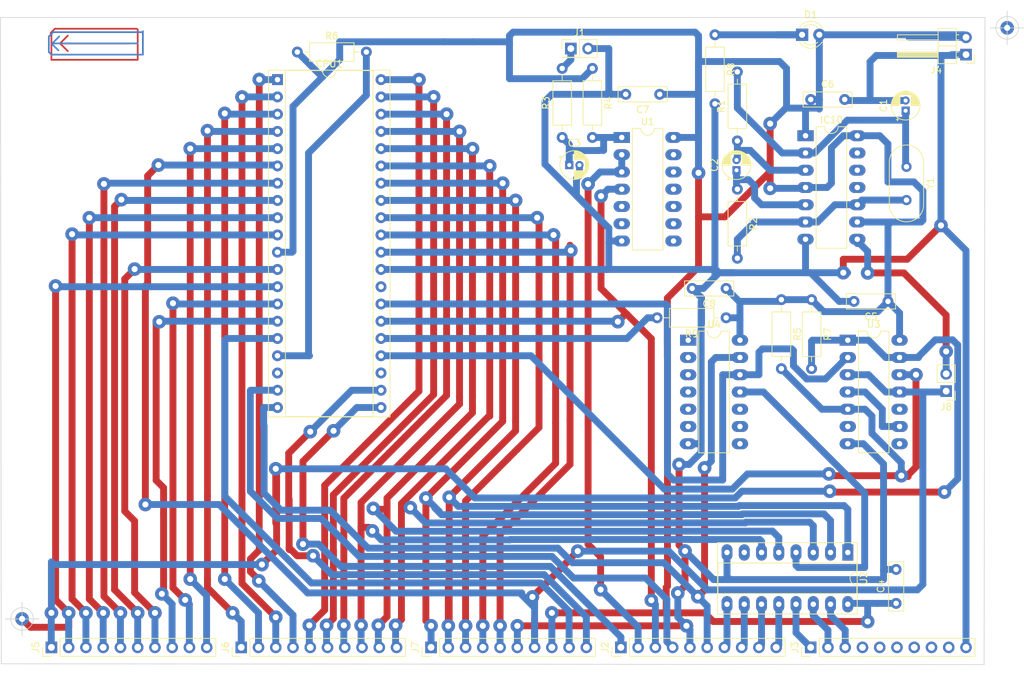
<source format=kicad_pcb>
(kicad_pcb (version 20171130) (host pcbnew 5.1.6-c6e7f7d~86~ubuntu18.04.1)

  (general
    (thickness 1.6)
    (drawings 10)
    (tracks 816)
    (zones 0)
    (modules 33)
    (nets 70)
  )

  (page A4)
  (layers
    (0 F.Cu signal)
    (31 B.Cu signal)
    (32 B.Adhes user)
    (33 F.Adhes user)
    (34 B.Paste user)
    (35 F.Paste user)
    (36 B.SilkS user)
    (37 F.SilkS user)
    (38 B.Mask user)
    (39 F.Mask user)
    (40 Dwgs.User user)
    (41 Cmts.User user)
    (42 Eco1.User user)
    (43 Eco2.User user)
    (44 Edge.Cuts user)
    (45 Margin user)
    (46 B.CrtYd user)
    (47 F.CrtYd user)
    (48 B.Fab user)
    (49 F.Fab user)
  )

  (setup
    (last_trace_width 0.25)
    (user_trace_width 0.762)
    (user_trace_width 1.016)
    (user_trace_width 1.27)
    (trace_clearance 0.2)
    (zone_clearance 0.508)
    (zone_45_only no)
    (trace_min 0.2)
    (via_size 1.2)
    (via_drill 0.8)
    (via_min_size 0.4)
    (via_min_drill 0.3)
    (user_via 2 0.9)
    (uvia_size 0.3)
    (uvia_drill 0.1)
    (uvias_allowed no)
    (uvia_min_size 0.2)
    (uvia_min_drill 0.1)
    (edge_width 0.1)
    (segment_width 0.2)
    (pcb_text_width 0.3)
    (pcb_text_size 1.5 1.5)
    (mod_edge_width 0.15)
    (mod_text_size 1 1)
    (mod_text_width 0.15)
    (pad_size 2.4 1.6)
    (pad_drill 0.8)
    (pad_to_mask_clearance 0)
    (aux_axis_origin 108.9559 152.6332)
    (grid_origin 4.36 4.19)
    (visible_elements FFFFFF7F)
    (pcbplotparams
      (layerselection 0x010fc_ffffffff)
      (usegerberextensions false)
      (usegerberattributes false)
      (usegerberadvancedattributes false)
      (creategerberjobfile false)
      (excludeedgelayer true)
      (linewidth 0.100000)
      (plotframeref false)
      (viasonmask false)
      (mode 1)
      (useauxorigin false)
      (hpglpennumber 1)
      (hpglpenspeed 20)
      (hpglpendiameter 15.000000)
      (psnegative false)
      (psa4output false)
      (plotreference true)
      (plotvalue true)
      (plotinvisibletext false)
      (padsonsilk false)
      (subtractmaskfromsilk false)
      (outputformat 1)
      (mirror false)
      (drillshape 1)
      (scaleselection 1)
      (outputdirectory ""))
  )

  (net 0 "")
  (net 1 GND)
  (net 2 "Net-(C1-Pad1)")
  (net 3 "Net-(C2-Pad2)")
  (net 4 "Net-(C2-Pad1)")
  (net 5 "Net-(C3-Pad1)")
  (net 6 A10)
  (net 7 ~IORQ)
  (net 8 A9)
  (net 9 ~MREQ)
  (net 10 A8)
  (net 11 "Net-(CPU1-Pad18)")
  (net 12 A7)
  (net 13 "Net-(CPU1-Pad17)")
  (net 14 A6)
  (net 15 ~INT)
  (net 16 A5)
  (net 17 D1)
  (net 18 A4)
  (net 19 D0)
  (net 20 A3)
  (net 21 D7)
  (net 22 A2)
  (net 23 D2)
  (net 24 A1)
  (net 25 +5V)
  (net 26 A0)
  (net 27 D6)
  (net 28 D5)
  (net 29 "Net-(CPU1-Pad28)")
  (net 30 D3)
  (net 31 D4)
  (net 32 ~RESET)
  (net 33 CLK)
  (net 34 "Net-(CPU1-Pad25)")
  (net 35 A15)
  (net 36 A14)
  (net 37 "Net-(CPU1-Pad23)")
  (net 38 A13)
  (net 39 ~WR)
  (net 40 A12)
  (net 41 ~RD)
  (net 42 A11)
  (net 43 "Net-(IC10-Pad10)")
  (net 44 "Net-(J1-Pad1)")
  (net 45 exp2_en)
  (net 46 exp1_en)
  (net 47 rtc_en)
  (net 48 psg_en)
  (net 49 vdp_en)
  (net 50 RESET)
  (net 51 "Net-(D1-Pad1)")
  (net 52 ~M1)
  (net 53 ~WAIT)
  (net 54 ~IO_WAIT)
  (net 55 "Net-(U3-Pad6)")
  (net 56 "Net-(U3-Pad4)")
  (net 57 "Net-(U3-Pad10)")
  (net 58 "Net-(U3-Pad8)")
  (net 59 ser_en)
  (net 60 prn_en)
  (net 61 "Net-(U2-Pad4)")
  (net 62 ppi_en)
  (net 63 "Net-(J3-Pad9)")
  (net 64 "Net-(J3-Pad8)")
  (net 65 "Net-(J3-Pad7)")
  (net 66 "Net-(J3-Pad6)")
  (net 67 "Net-(J3-Pad5)")
  (net 68 "Net-(J3-Pad4)")
  (net 69 CLK2)

  (net_class Default "This is the default net class."
    (clearance 0.2)
    (trace_width 0.25)
    (via_dia 1.2)
    (via_drill 0.8)
    (uvia_dia 0.3)
    (uvia_drill 0.1)
    (add_net +5V)
    (add_net A0)
    (add_net A1)
    (add_net A10)
    (add_net A11)
    (add_net A12)
    (add_net A13)
    (add_net A14)
    (add_net A15)
    (add_net A2)
    (add_net A3)
    (add_net A4)
    (add_net A5)
    (add_net A6)
    (add_net A7)
    (add_net A8)
    (add_net A9)
    (add_net CLK)
    (add_net CLK2)
    (add_net D0)
    (add_net D1)
    (add_net D2)
    (add_net D3)
    (add_net D4)
    (add_net D5)
    (add_net D6)
    (add_net D7)
    (add_net GND)
    (add_net "Net-(C1-Pad1)")
    (add_net "Net-(C2-Pad1)")
    (add_net "Net-(C2-Pad2)")
    (add_net "Net-(C3-Pad1)")
    (add_net "Net-(CPU1-Pad17)")
    (add_net "Net-(CPU1-Pad18)")
    (add_net "Net-(CPU1-Pad23)")
    (add_net "Net-(CPU1-Pad25)")
    (add_net "Net-(CPU1-Pad28)")
    (add_net "Net-(D1-Pad1)")
    (add_net "Net-(IC10-Pad10)")
    (add_net "Net-(J1-Pad1)")
    (add_net "Net-(J3-Pad4)")
    (add_net "Net-(J3-Pad5)")
    (add_net "Net-(J3-Pad6)")
    (add_net "Net-(J3-Pad7)")
    (add_net "Net-(J3-Pad8)")
    (add_net "Net-(J3-Pad9)")
    (add_net "Net-(U2-Pad4)")
    (add_net "Net-(U3-Pad10)")
    (add_net "Net-(U3-Pad4)")
    (add_net "Net-(U3-Pad6)")
    (add_net "Net-(U3-Pad8)")
    (add_net RESET)
    (add_net exp1_en)
    (add_net exp2_en)
    (add_net ppi_en)
    (add_net prn_en)
    (add_net psg_en)
    (add_net rtc_en)
    (add_net ser_en)
    (add_net vdp_en)
    (add_net ~INT)
    (add_net ~IORQ)
    (add_net ~IO_WAIT)
    (add_net ~M1)
    (add_net ~MREQ)
    (add_net ~RD)
    (add_net ~RESET)
    (add_net ~WAIT)
    (add_net ~WR)
  )

  (module Capacitor_THT:CP_Radial_D4.0mm_P1.50mm (layer F.Cu) (tedit 5AE50EF0) (tstamp 5EEB9630)
    (at 184.724 51.307)
    (descr "CP, Radial series, Radial, pin pitch=1.50mm, , diameter=4mm, Electrolytic Capacitor")
    (tags "CP Radial series Radial pin pitch 1.50mm  diameter 4mm Electrolytic Capacitor")
    (path /5D96C107)
    (fp_text reference C3 (at 0.75 -3.25) (layer F.SilkS)
      (effects (font (size 1 1) (thickness 0.15)))
    )
    (fp_text value 1nF (at 0.75 3.25) (layer F.Fab)
      (effects (font (size 1 1) (thickness 0.15)))
    )
    (fp_circle (center 0.75 0) (end 2.75 0) (layer F.Fab) (width 0.1))
    (fp_circle (center 0.75 0) (end 2.87 0) (layer F.SilkS) (width 0.12))
    (fp_circle (center 0.75 0) (end 3 0) (layer F.CrtYd) (width 0.05))
    (fp_line (start -0.952554 -0.8675) (end -0.552554 -0.8675) (layer F.Fab) (width 0.1))
    (fp_line (start -0.752554 -1.0675) (end -0.752554 -0.6675) (layer F.Fab) (width 0.1))
    (fp_line (start 0.75 0.84) (end 0.75 2.08) (layer F.SilkS) (width 0.12))
    (fp_line (start 0.75 -2.08) (end 0.75 -0.84) (layer F.SilkS) (width 0.12))
    (fp_line (start 0.79 0.84) (end 0.79 2.08) (layer F.SilkS) (width 0.12))
    (fp_line (start 0.79 -2.08) (end 0.79 -0.84) (layer F.SilkS) (width 0.12))
    (fp_line (start 0.83 0.84) (end 0.83 2.079) (layer F.SilkS) (width 0.12))
    (fp_line (start 0.83 -2.079) (end 0.83 -0.84) (layer F.SilkS) (width 0.12))
    (fp_line (start 0.87 -2.077) (end 0.87 -0.84) (layer F.SilkS) (width 0.12))
    (fp_line (start 0.87 0.84) (end 0.87 2.077) (layer F.SilkS) (width 0.12))
    (fp_line (start 0.91 -2.074) (end 0.91 -0.84) (layer F.SilkS) (width 0.12))
    (fp_line (start 0.91 0.84) (end 0.91 2.074) (layer F.SilkS) (width 0.12))
    (fp_line (start 0.95 -2.071) (end 0.95 -0.84) (layer F.SilkS) (width 0.12))
    (fp_line (start 0.95 0.84) (end 0.95 2.071) (layer F.SilkS) (width 0.12))
    (fp_line (start 0.99 -2.067) (end 0.99 -0.84) (layer F.SilkS) (width 0.12))
    (fp_line (start 0.99 0.84) (end 0.99 2.067) (layer F.SilkS) (width 0.12))
    (fp_line (start 1.03 -2.062) (end 1.03 -0.84) (layer F.SilkS) (width 0.12))
    (fp_line (start 1.03 0.84) (end 1.03 2.062) (layer F.SilkS) (width 0.12))
    (fp_line (start 1.07 -2.056) (end 1.07 -0.84) (layer F.SilkS) (width 0.12))
    (fp_line (start 1.07 0.84) (end 1.07 2.056) (layer F.SilkS) (width 0.12))
    (fp_line (start 1.11 -2.05) (end 1.11 -0.84) (layer F.SilkS) (width 0.12))
    (fp_line (start 1.11 0.84) (end 1.11 2.05) (layer F.SilkS) (width 0.12))
    (fp_line (start 1.15 -2.042) (end 1.15 -0.84) (layer F.SilkS) (width 0.12))
    (fp_line (start 1.15 0.84) (end 1.15 2.042) (layer F.SilkS) (width 0.12))
    (fp_line (start 1.19 -2.034) (end 1.19 -0.84) (layer F.SilkS) (width 0.12))
    (fp_line (start 1.19 0.84) (end 1.19 2.034) (layer F.SilkS) (width 0.12))
    (fp_line (start 1.23 -2.025) (end 1.23 -0.84) (layer F.SilkS) (width 0.12))
    (fp_line (start 1.23 0.84) (end 1.23 2.025) (layer F.SilkS) (width 0.12))
    (fp_line (start 1.27 -2.016) (end 1.27 -0.84) (layer F.SilkS) (width 0.12))
    (fp_line (start 1.27 0.84) (end 1.27 2.016) (layer F.SilkS) (width 0.12))
    (fp_line (start 1.31 -2.005) (end 1.31 -0.84) (layer F.SilkS) (width 0.12))
    (fp_line (start 1.31 0.84) (end 1.31 2.005) (layer F.SilkS) (width 0.12))
    (fp_line (start 1.35 -1.994) (end 1.35 -0.84) (layer F.SilkS) (width 0.12))
    (fp_line (start 1.35 0.84) (end 1.35 1.994) (layer F.SilkS) (width 0.12))
    (fp_line (start 1.39 -1.982) (end 1.39 -0.84) (layer F.SilkS) (width 0.12))
    (fp_line (start 1.39 0.84) (end 1.39 1.982) (layer F.SilkS) (width 0.12))
    (fp_line (start 1.43 -1.968) (end 1.43 -0.84) (layer F.SilkS) (width 0.12))
    (fp_line (start 1.43 0.84) (end 1.43 1.968) (layer F.SilkS) (width 0.12))
    (fp_line (start 1.471 -1.954) (end 1.471 -0.84) (layer F.SilkS) (width 0.12))
    (fp_line (start 1.471 0.84) (end 1.471 1.954) (layer F.SilkS) (width 0.12))
    (fp_line (start 1.511 -1.94) (end 1.511 -0.84) (layer F.SilkS) (width 0.12))
    (fp_line (start 1.511 0.84) (end 1.511 1.94) (layer F.SilkS) (width 0.12))
    (fp_line (start 1.551 -1.924) (end 1.551 -0.84) (layer F.SilkS) (width 0.12))
    (fp_line (start 1.551 0.84) (end 1.551 1.924) (layer F.SilkS) (width 0.12))
    (fp_line (start 1.591 -1.907) (end 1.591 -0.84) (layer F.SilkS) (width 0.12))
    (fp_line (start 1.591 0.84) (end 1.591 1.907) (layer F.SilkS) (width 0.12))
    (fp_line (start 1.631 -1.889) (end 1.631 -0.84) (layer F.SilkS) (width 0.12))
    (fp_line (start 1.631 0.84) (end 1.631 1.889) (layer F.SilkS) (width 0.12))
    (fp_line (start 1.671 -1.87) (end 1.671 -0.84) (layer F.SilkS) (width 0.12))
    (fp_line (start 1.671 0.84) (end 1.671 1.87) (layer F.SilkS) (width 0.12))
    (fp_line (start 1.711 -1.851) (end 1.711 -0.84) (layer F.SilkS) (width 0.12))
    (fp_line (start 1.711 0.84) (end 1.711 1.851) (layer F.SilkS) (width 0.12))
    (fp_line (start 1.751 -1.83) (end 1.751 -0.84) (layer F.SilkS) (width 0.12))
    (fp_line (start 1.751 0.84) (end 1.751 1.83) (layer F.SilkS) (width 0.12))
    (fp_line (start 1.791 -1.808) (end 1.791 -0.84) (layer F.SilkS) (width 0.12))
    (fp_line (start 1.791 0.84) (end 1.791 1.808) (layer F.SilkS) (width 0.12))
    (fp_line (start 1.831 -1.785) (end 1.831 -0.84) (layer F.SilkS) (width 0.12))
    (fp_line (start 1.831 0.84) (end 1.831 1.785) (layer F.SilkS) (width 0.12))
    (fp_line (start 1.871 -1.76) (end 1.871 -0.84) (layer F.SilkS) (width 0.12))
    (fp_line (start 1.871 0.84) (end 1.871 1.76) (layer F.SilkS) (width 0.12))
    (fp_line (start 1.911 -1.735) (end 1.911 -0.84) (layer F.SilkS) (width 0.12))
    (fp_line (start 1.911 0.84) (end 1.911 1.735) (layer F.SilkS) (width 0.12))
    (fp_line (start 1.951 -1.708) (end 1.951 -0.84) (layer F.SilkS) (width 0.12))
    (fp_line (start 1.951 0.84) (end 1.951 1.708) (layer F.SilkS) (width 0.12))
    (fp_line (start 1.991 -1.68) (end 1.991 -0.84) (layer F.SilkS) (width 0.12))
    (fp_line (start 1.991 0.84) (end 1.991 1.68) (layer F.SilkS) (width 0.12))
    (fp_line (start 2.031 -1.65) (end 2.031 -0.84) (layer F.SilkS) (width 0.12))
    (fp_line (start 2.031 0.84) (end 2.031 1.65) (layer F.SilkS) (width 0.12))
    (fp_line (start 2.071 -1.619) (end 2.071 -0.84) (layer F.SilkS) (width 0.12))
    (fp_line (start 2.071 0.84) (end 2.071 1.619) (layer F.SilkS) (width 0.12))
    (fp_line (start 2.111 -1.587) (end 2.111 -0.84) (layer F.SilkS) (width 0.12))
    (fp_line (start 2.111 0.84) (end 2.111 1.587) (layer F.SilkS) (width 0.12))
    (fp_line (start 2.151 -1.552) (end 2.151 -0.84) (layer F.SilkS) (width 0.12))
    (fp_line (start 2.151 0.84) (end 2.151 1.552) (layer F.SilkS) (width 0.12))
    (fp_line (start 2.191 -1.516) (end 2.191 -0.84) (layer F.SilkS) (width 0.12))
    (fp_line (start 2.191 0.84) (end 2.191 1.516) (layer F.SilkS) (width 0.12))
    (fp_line (start 2.231 -1.478) (end 2.231 -0.84) (layer F.SilkS) (width 0.12))
    (fp_line (start 2.231 0.84) (end 2.231 1.478) (layer F.SilkS) (width 0.12))
    (fp_line (start 2.271 -1.438) (end 2.271 -0.84) (layer F.SilkS) (width 0.12))
    (fp_line (start 2.271 0.84) (end 2.271 1.438) (layer F.SilkS) (width 0.12))
    (fp_line (start 2.311 -1.396) (end 2.311 -0.84) (layer F.SilkS) (width 0.12))
    (fp_line (start 2.311 0.84) (end 2.311 1.396) (layer F.SilkS) (width 0.12))
    (fp_line (start 2.351 -1.351) (end 2.351 1.351) (layer F.SilkS) (width 0.12))
    (fp_line (start 2.391 -1.304) (end 2.391 1.304) (layer F.SilkS) (width 0.12))
    (fp_line (start 2.431 -1.254) (end 2.431 1.254) (layer F.SilkS) (width 0.12))
    (fp_line (start 2.471 -1.2) (end 2.471 1.2) (layer F.SilkS) (width 0.12))
    (fp_line (start 2.511 -1.142) (end 2.511 1.142) (layer F.SilkS) (width 0.12))
    (fp_line (start 2.551 -1.08) (end 2.551 1.08) (layer F.SilkS) (width 0.12))
    (fp_line (start 2.591 -1.013) (end 2.591 1.013) (layer F.SilkS) (width 0.12))
    (fp_line (start 2.631 -0.94) (end 2.631 0.94) (layer F.SilkS) (width 0.12))
    (fp_line (start 2.671 -0.859) (end 2.671 0.859) (layer F.SilkS) (width 0.12))
    (fp_line (start 2.711 -0.768) (end 2.711 0.768) (layer F.SilkS) (width 0.12))
    (fp_line (start 2.751 -0.664) (end 2.751 0.664) (layer F.SilkS) (width 0.12))
    (fp_line (start 2.791 -0.537) (end 2.791 0.537) (layer F.SilkS) (width 0.12))
    (fp_line (start 2.831 -0.37) (end 2.831 0.37) (layer F.SilkS) (width 0.12))
    (fp_line (start -1.519801 -1.195) (end -1.119801 -1.195) (layer F.SilkS) (width 0.12))
    (fp_line (start -1.319801 -1.395) (end -1.319801 -0.995) (layer F.SilkS) (width 0.12))
    (fp_text user %R (at 0.75 0) (layer F.Fab)
      (effects (font (size 0.8 0.8) (thickness 0.12)))
    )
    (pad 2 thru_hole circle (at 1.5 0) (size 1.2 1.2) (drill 0.6) (layers *.Cu *.Mask)
      (net 1 GND))
    (pad 1 thru_hole rect (at 0 0) (size 1.2 1.2) (drill 0.6) (layers *.Cu *.Mask)
      (net 5 "Net-(C3-Pad1)"))
    (model ${KISYS3DMOD}/Capacitor_THT.3dshapes/CP_Radial_D4.0mm_P1.50mm.wrl
      (at (xyz 0 0 0))
      (scale (xyz 1 1 1))
      (rotate (xyz 0 0 0))
    )
  )

  (module Crystal:Crystal_HC18-U_Vertical (layer F.Cu) (tedit 5A1AD3B7) (tstamp 5EEB978D)
    (at 234.357 51.561 270)
    (descr "Crystal THT HC-18/U, http://5hertz.com/pdfs/04404_D.pdf")
    (tags "THT crystalHC-18/U")
    (path /5C320F66)
    (fp_text reference Y1 (at 2.45 -3.525 90) (layer F.SilkS)
      (effects (font (size 1 1) (thickness 0.15)))
    )
    (fp_text value 3.58MHz (at 2.45 3.525 90) (layer F.Fab)
      (effects (font (size 1 1) (thickness 0.15)))
    )
    (fp_line (start -0.675 -2.325) (end 5.575 -2.325) (layer F.Fab) (width 0.1))
    (fp_line (start -0.675 2.325) (end 5.575 2.325) (layer F.Fab) (width 0.1))
    (fp_line (start -0.55 -2) (end 5.45 -2) (layer F.Fab) (width 0.1))
    (fp_line (start -0.55 2) (end 5.45 2) (layer F.Fab) (width 0.1))
    (fp_line (start -0.675 -2.525) (end 5.575 -2.525) (layer F.SilkS) (width 0.12))
    (fp_line (start -0.675 2.525) (end 5.575 2.525) (layer F.SilkS) (width 0.12))
    (fp_line (start -3.5 -2.8) (end -3.5 2.8) (layer F.CrtYd) (width 0.05))
    (fp_line (start -3.5 2.8) (end 8.4 2.8) (layer F.CrtYd) (width 0.05))
    (fp_line (start 8.4 2.8) (end 8.4 -2.8) (layer F.CrtYd) (width 0.05))
    (fp_line (start 8.4 -2.8) (end -3.5 -2.8) (layer F.CrtYd) (width 0.05))
    (fp_arc (start 5.575 0) (end 5.575 -2.525) (angle 180) (layer F.SilkS) (width 0.12))
    (fp_arc (start -0.675 0) (end -0.675 -2.525) (angle -180) (layer F.SilkS) (width 0.12))
    (fp_arc (start 5.45 0) (end 5.45 -2) (angle 180) (layer F.Fab) (width 0.1))
    (fp_arc (start -0.55 0) (end -0.55 -2) (angle -180) (layer F.Fab) (width 0.1))
    (fp_arc (start 5.575 0) (end 5.575 -2.325) (angle 180) (layer F.Fab) (width 0.1))
    (fp_arc (start -0.675 0) (end -0.675 -2.325) (angle -180) (layer F.Fab) (width 0.1))
    (fp_text user %R (at 2.45 0 180) (layer F.Fab)
      (effects (font (size 1 1) (thickness 0.15)))
    )
    (pad 2 thru_hole circle (at 4.9 0 270) (size 1.5 1.5) (drill 0.8) (layers *.Cu *.Mask)
      (net 43 "Net-(IC10-Pad10)"))
    (pad 1 thru_hole circle (at 0 0 270) (size 1.5 1.5) (drill 0.8) (layers *.Cu *.Mask)
      (net 2 "Net-(C1-Pad1)"))
    (model ${KISYS3DMOD}/Crystal.3dshapes/Crystal_HC18-U_Vertical.wrl
      (at (xyz 0 0 0))
      (scale (xyz 1 1 1))
      (rotate (xyz 0 0 0))
    )
  )

  (module Capacitor_THT:C_Rect_L7.0mm_W2.0mm_P5.00mm (layer F.Cu) (tedit 5AE50EF0) (tstamp 5EEB9894)
    (at 207.814 69.468 180)
    (descr "C, Rect series, Radial, pin pitch=5.00mm, , length*width=7*2mm^2, Capacitor")
    (tags "C Rect series Radial pin pitch 5.00mm  length 7mm width 2mm Capacitor")
    (path /5EF39278)
    (fp_text reference C8 (at 2.5 -2.25) (layer F.SilkS)
      (effects (font (size 1 1) (thickness 0.15)))
    )
    (fp_text value 100n (at 2.5 2.25) (layer F.Fab)
      (effects (font (size 1 1) (thickness 0.15)))
    )
    (fp_line (start -1 -1) (end -1 1) (layer F.Fab) (width 0.1))
    (fp_line (start -1 1) (end 6 1) (layer F.Fab) (width 0.1))
    (fp_line (start 6 1) (end 6 -1) (layer F.Fab) (width 0.1))
    (fp_line (start 6 -1) (end -1 -1) (layer F.Fab) (width 0.1))
    (fp_line (start -1.12 -1.12) (end 6.12 -1.12) (layer F.SilkS) (width 0.12))
    (fp_line (start -1.12 1.12) (end 6.12 1.12) (layer F.SilkS) (width 0.12))
    (fp_line (start -1.12 -1.12) (end -1.12 1.12) (layer F.SilkS) (width 0.12))
    (fp_line (start 6.12 -1.12) (end 6.12 1.12) (layer F.SilkS) (width 0.12))
    (fp_line (start -1.25 -1.25) (end -1.25 1.25) (layer F.CrtYd) (width 0.05))
    (fp_line (start -1.25 1.25) (end 6.25 1.25) (layer F.CrtYd) (width 0.05))
    (fp_line (start 6.25 1.25) (end 6.25 -1.25) (layer F.CrtYd) (width 0.05))
    (fp_line (start 6.25 -1.25) (end -1.25 -1.25) (layer F.CrtYd) (width 0.05))
    (fp_text user %R (at 2.5 0.127) (layer F.Fab)
      (effects (font (size 1 1) (thickness 0.15)))
    )
    (pad 2 thru_hole circle (at 5 0 180) (size 1.6 1.6) (drill 0.8) (layers *.Cu *.Mask)
      (net 1 GND))
    (pad 1 thru_hole circle (at 0 0 180) (size 1.6 1.6) (drill 0.8) (layers *.Cu *.Mask)
      (net 25 +5V))
    (model ${KISYS3DMOD}/Capacitor_THT.3dshapes/C_Rect_L7.0mm_W2.0mm_P5.00mm.wrl
      (at (xyz 0 0 0))
      (scale (xyz 1 1 1))
      (rotate (xyz 0 0 0))
    )
  )

  (module Capacitor_THT:C_Rect_L7.0mm_W2.0mm_P5.00mm (layer F.Cu) (tedit 5AE50EF0) (tstamp 5EEBA383)
    (at 198.035 40.893 180)
    (descr "C, Rect series, Radial, pin pitch=5.00mm, , length*width=7*2mm^2, Capacitor")
    (tags "C Rect series Radial pin pitch 5.00mm  length 7mm width 2mm Capacitor")
    (path /5EF38EEB)
    (fp_text reference C7 (at 2.5 -2.25) (layer F.SilkS)
      (effects (font (size 1 1) (thickness 0.15)))
    )
    (fp_text value 100n (at 2.5 2.25) (layer F.Fab)
      (effects (font (size 1 1) (thickness 0.15)))
    )
    (fp_line (start -1 -1) (end -1 1) (layer F.Fab) (width 0.1))
    (fp_line (start -1 1) (end 6 1) (layer F.Fab) (width 0.1))
    (fp_line (start 6 1) (end 6 -1) (layer F.Fab) (width 0.1))
    (fp_line (start 6 -1) (end -1 -1) (layer F.Fab) (width 0.1))
    (fp_line (start -1.12 -1.12) (end 6.12 -1.12) (layer F.SilkS) (width 0.12))
    (fp_line (start -1.12 1.12) (end 6.12 1.12) (layer F.SilkS) (width 0.12))
    (fp_line (start -1.12 -1.12) (end -1.12 1.12) (layer F.SilkS) (width 0.12))
    (fp_line (start 6.12 -1.12) (end 6.12 1.12) (layer F.SilkS) (width 0.12))
    (fp_line (start -1.25 -1.25) (end -1.25 1.25) (layer F.CrtYd) (width 0.05))
    (fp_line (start -1.25 1.25) (end 6.25 1.25) (layer F.CrtYd) (width 0.05))
    (fp_line (start 6.25 1.25) (end 6.25 -1.25) (layer F.CrtYd) (width 0.05))
    (fp_line (start 6.25 -1.25) (end -1.25 -1.25) (layer F.CrtYd) (width 0.05))
    (fp_text user %R (at 2.5 0) (layer F.Fab)
      (effects (font (size 1 1) (thickness 0.15)))
    )
    (pad 2 thru_hole circle (at 5 0 180) (size 1.6 1.6) (drill 0.8) (layers *.Cu *.Mask)
      (net 1 GND))
    (pad 1 thru_hole circle (at 0 0 180) (size 1.6 1.6) (drill 0.8) (layers *.Cu *.Mask)
      (net 25 +5V))
    (model ${KISYS3DMOD}/Capacitor_THT.3dshapes/C_Rect_L7.0mm_W2.0mm_P5.00mm.wrl
      (at (xyz 0 0 0))
      (scale (xyz 1 1 1))
      (rotate (xyz 0 0 0))
    )
  )

  (module Capacitor_THT:C_Rect_L7.0mm_W2.0mm_P5.00mm (layer F.Cu) (tedit 5AE50EF0) (tstamp 5FFA97A1)
    (at 220.26 41.655)
    (descr "C, Rect series, Radial, pin pitch=5.00mm, , length*width=7*2mm^2, Capacitor")
    (tags "C Rect series Radial pin pitch 5.00mm  length 7mm width 2mm Capacitor")
    (path /5EF38B14)
    (fp_text reference C6 (at 2.5 -2.25) (layer F.SilkS)
      (effects (font (size 1 1) (thickness 0.15)))
    )
    (fp_text value 220n (at 2.5 2.25) (layer F.Fab)
      (effects (font (size 1 1) (thickness 0.15)))
    )
    (fp_line (start -1 -1) (end -1 1) (layer F.Fab) (width 0.1))
    (fp_line (start -1 1) (end 6 1) (layer F.Fab) (width 0.1))
    (fp_line (start 6 1) (end 6 -1) (layer F.Fab) (width 0.1))
    (fp_line (start 6 -1) (end -1 -1) (layer F.Fab) (width 0.1))
    (fp_line (start -1.12 -1.12) (end 6.12 -1.12) (layer F.SilkS) (width 0.12))
    (fp_line (start -1.12 1.12) (end 6.12 1.12) (layer F.SilkS) (width 0.12))
    (fp_line (start -1.12 -1.12) (end -1.12 1.12) (layer F.SilkS) (width 0.12))
    (fp_line (start 6.12 -1.12) (end 6.12 1.12) (layer F.SilkS) (width 0.12))
    (fp_line (start -1.25 -1.25) (end -1.25 1.25) (layer F.CrtYd) (width 0.05))
    (fp_line (start -1.25 1.25) (end 6.25 1.25) (layer F.CrtYd) (width 0.05))
    (fp_line (start 6.25 1.25) (end 6.25 -1.25) (layer F.CrtYd) (width 0.05))
    (fp_line (start 6.25 -1.25) (end -1.25 -1.25) (layer F.CrtYd) (width 0.05))
    (fp_text user %R (at 2.5 0) (layer F.Fab)
      (effects (font (size 1 1) (thickness 0.15)))
    )
    (pad 2 thru_hole circle (at 5 0) (size 1.6 1.6) (drill 0.8) (layers *.Cu *.Mask)
      (net 1 GND))
    (pad 1 thru_hole circle (at 0 0) (size 1.6 1.6) (drill 0.8) (layers *.Cu *.Mask)
      (net 25 +5V))
    (model ${KISYS3DMOD}/Capacitor_THT.3dshapes/C_Rect_L7.0mm_W2.0mm_P5.00mm.wrl
      (at (xyz 0 0 0))
      (scale (xyz 1 1 1))
      (rotate (xyz 0 0 0))
    )
  )

  (module Capacitor_THT:C_Rect_L7.0mm_W2.0mm_P5.00mm (layer F.Cu) (tedit 5AE50EF0) (tstamp 5EEB9045)
    (at 231.634 71.373 180)
    (descr "C, Rect series, Radial, pin pitch=5.00mm, , length*width=7*2mm^2, Capacitor")
    (tags "C Rect series Radial pin pitch 5.00mm  length 7mm width 2mm Capacitor")
    (path /5EF386D9)
    (fp_text reference C5 (at 2.5 -2.25) (layer F.SilkS)
      (effects (font (size 1 1) (thickness 0.15)))
    )
    (fp_text value 100n (at 2.5 2.25) (layer F.Fab)
      (effects (font (size 1 1) (thickness 0.15)))
    )
    (fp_line (start -1 -1) (end -1 1) (layer F.Fab) (width 0.1))
    (fp_line (start -1 1) (end 6 1) (layer F.Fab) (width 0.1))
    (fp_line (start 6 1) (end 6 -1) (layer F.Fab) (width 0.1))
    (fp_line (start 6 -1) (end -1 -1) (layer F.Fab) (width 0.1))
    (fp_line (start -1.12 -1.12) (end 6.12 -1.12) (layer F.SilkS) (width 0.12))
    (fp_line (start -1.12 1.12) (end 6.12 1.12) (layer F.SilkS) (width 0.12))
    (fp_line (start -1.12 -1.12) (end -1.12 1.12) (layer F.SilkS) (width 0.12))
    (fp_line (start 6.12 -1.12) (end 6.12 1.12) (layer F.SilkS) (width 0.12))
    (fp_line (start -1.25 -1.25) (end -1.25 1.25) (layer F.CrtYd) (width 0.05))
    (fp_line (start -1.25 1.25) (end 6.25 1.25) (layer F.CrtYd) (width 0.05))
    (fp_line (start 6.25 1.25) (end 6.25 -1.25) (layer F.CrtYd) (width 0.05))
    (fp_line (start 6.25 -1.25) (end -1.25 -1.25) (layer F.CrtYd) (width 0.05))
    (fp_text user %R (at 2.5 0) (layer F.Fab)
      (effects (font (size 1 1) (thickness 0.15)))
    )
    (pad 2 thru_hole circle (at 5 0 180) (size 1.6 1.6) (drill 0.8) (layers *.Cu *.Mask)
      (net 1 GND))
    (pad 1 thru_hole circle (at 0 0 180) (size 1.6 1.6) (drill 0.8) (layers *.Cu *.Mask)
      (net 25 +5V))
    (model ${KISYS3DMOD}/Capacitor_THT.3dshapes/C_Rect_L7.0mm_W2.0mm_P5.00mm.wrl
      (at (xyz 0 0 0))
      (scale (xyz 1 1 1))
      (rotate (xyz 0 0 0))
    )
  )

  (module Capacitor_THT:C_Rect_L7.0mm_W2.0mm_P5.00mm (layer F.Cu) (tedit 5AE50EF0) (tstamp 5EEB9519)
    (at 232.833 115.823 90)
    (descr "C, Rect series, Radial, pin pitch=5.00mm, , length*width=7*2mm^2, Capacitor")
    (tags "C Rect series Radial pin pitch 5.00mm  length 7mm width 2mm Capacitor")
    (path /5EF38302)
    (fp_text reference C4 (at 2.5 -2.25 90) (layer F.SilkS)
      (effects (font (size 1 1) (thickness 0.15)))
    )
    (fp_text value 100n (at 2.5 2.25 90) (layer F.Fab)
      (effects (font (size 1 1) (thickness 0.15)))
    )
    (fp_line (start -1 -1) (end -1 1) (layer F.Fab) (width 0.1))
    (fp_line (start -1 1) (end 6 1) (layer F.Fab) (width 0.1))
    (fp_line (start 6 1) (end 6 -1) (layer F.Fab) (width 0.1))
    (fp_line (start 6 -1) (end -1 -1) (layer F.Fab) (width 0.1))
    (fp_line (start -1.12 -1.12) (end 6.12 -1.12) (layer F.SilkS) (width 0.12))
    (fp_line (start -1.12 1.12) (end 6.12 1.12) (layer F.SilkS) (width 0.12))
    (fp_line (start -1.12 -1.12) (end -1.12 1.12) (layer F.SilkS) (width 0.12))
    (fp_line (start 6.12 -1.12) (end 6.12 1.12) (layer F.SilkS) (width 0.12))
    (fp_line (start -1.25 -1.25) (end -1.25 1.25) (layer F.CrtYd) (width 0.05))
    (fp_line (start -1.25 1.25) (end 6.25 1.25) (layer F.CrtYd) (width 0.05))
    (fp_line (start 6.25 1.25) (end 6.25 -1.25) (layer F.CrtYd) (width 0.05))
    (fp_line (start 6.25 -1.25) (end -1.25 -1.25) (layer F.CrtYd) (width 0.05))
    (fp_text user %R (at 2.5 0 90) (layer F.Fab)
      (effects (font (size 1 1) (thickness 0.15)))
    )
    (pad 2 thru_hole circle (at 5 0 90) (size 1.6 1.6) (drill 0.8) (layers *.Cu *.Mask)
      (net 1 GND))
    (pad 1 thru_hole circle (at 0 0 90) (size 1.6 1.6) (drill 0.8) (layers *.Cu *.Mask)
      (net 25 +5V))
    (model ${KISYS3DMOD}/Capacitor_THT.3dshapes/C_Rect_L7.0mm_W2.0mm_P5.00mm.wrl
      (at (xyz 0 0 0))
      (scale (xyz 1 1 1))
      (rotate (xyz 0 0 0))
    )
  )

  (module Capacitor_THT:CP_Radial_D4.0mm_P1.50mm (layer F.Cu) (tedit 5AE50EF0) (tstamp 5EEB9CAC)
    (at 209.338 52.069 90)
    (descr "CP, Radial series, Radial, pin pitch=1.50mm, , diameter=4mm, Electrolytic Capacitor")
    (tags "CP Radial series Radial pin pitch 1.50mm  diameter 4mm Electrolytic Capacitor")
    (path /5C2020BB)
    (fp_text reference C2 (at 0.75 -3.25 90) (layer F.SilkS)
      (effects (font (size 1 1) (thickness 0.15)))
    )
    (fp_text value 100n (at 0.75 3.25 90) (layer F.Fab)
      (effects (font (size 1 1) (thickness 0.15)))
    )
    (fp_circle (center 0.75 0) (end 2.75 0) (layer F.Fab) (width 0.1))
    (fp_circle (center 0.75 0) (end 2.87 0) (layer F.SilkS) (width 0.12))
    (fp_circle (center 0.75 0) (end 3 0) (layer F.CrtYd) (width 0.05))
    (fp_line (start -0.952554 -0.8675) (end -0.552554 -0.8675) (layer F.Fab) (width 0.1))
    (fp_line (start -0.752554 -1.0675) (end -0.752554 -0.6675) (layer F.Fab) (width 0.1))
    (fp_line (start 0.75 0.84) (end 0.75 2.08) (layer F.SilkS) (width 0.12))
    (fp_line (start 0.75 -2.08) (end 0.75 -0.84) (layer F.SilkS) (width 0.12))
    (fp_line (start 0.79 0.84) (end 0.79 2.08) (layer F.SilkS) (width 0.12))
    (fp_line (start 0.79 -2.08) (end 0.79 -0.84) (layer F.SilkS) (width 0.12))
    (fp_line (start 0.83 0.84) (end 0.83 2.079) (layer F.SilkS) (width 0.12))
    (fp_line (start 0.83 -2.079) (end 0.83 -0.84) (layer F.SilkS) (width 0.12))
    (fp_line (start 0.87 -2.077) (end 0.87 -0.84) (layer F.SilkS) (width 0.12))
    (fp_line (start 0.87 0.84) (end 0.87 2.077) (layer F.SilkS) (width 0.12))
    (fp_line (start 0.91 -2.074) (end 0.91 -0.84) (layer F.SilkS) (width 0.12))
    (fp_line (start 0.91 0.84) (end 0.91 2.074) (layer F.SilkS) (width 0.12))
    (fp_line (start 0.95 -2.071) (end 0.95 -0.84) (layer F.SilkS) (width 0.12))
    (fp_line (start 0.95 0.84) (end 0.95 2.071) (layer F.SilkS) (width 0.12))
    (fp_line (start 0.99 -2.067) (end 0.99 -0.84) (layer F.SilkS) (width 0.12))
    (fp_line (start 0.99 0.84) (end 0.99 2.067) (layer F.SilkS) (width 0.12))
    (fp_line (start 1.03 -2.062) (end 1.03 -0.84) (layer F.SilkS) (width 0.12))
    (fp_line (start 1.03 0.84) (end 1.03 2.062) (layer F.SilkS) (width 0.12))
    (fp_line (start 1.07 -2.056) (end 1.07 -0.84) (layer F.SilkS) (width 0.12))
    (fp_line (start 1.07 0.84) (end 1.07 2.056) (layer F.SilkS) (width 0.12))
    (fp_line (start 1.11 -2.05) (end 1.11 -0.84) (layer F.SilkS) (width 0.12))
    (fp_line (start 1.11 0.84) (end 1.11 2.05) (layer F.SilkS) (width 0.12))
    (fp_line (start 1.15 -2.042) (end 1.15 -0.84) (layer F.SilkS) (width 0.12))
    (fp_line (start 1.15 0.84) (end 1.15 2.042) (layer F.SilkS) (width 0.12))
    (fp_line (start 1.19 -2.034) (end 1.19 -0.84) (layer F.SilkS) (width 0.12))
    (fp_line (start 1.19 0.84) (end 1.19 2.034) (layer F.SilkS) (width 0.12))
    (fp_line (start 1.23 -2.025) (end 1.23 -0.84) (layer F.SilkS) (width 0.12))
    (fp_line (start 1.23 0.84) (end 1.23 2.025) (layer F.SilkS) (width 0.12))
    (fp_line (start 1.27 -2.016) (end 1.27 -0.84) (layer F.SilkS) (width 0.12))
    (fp_line (start 1.27 0.84) (end 1.27 2.016) (layer F.SilkS) (width 0.12))
    (fp_line (start 1.31 -2.005) (end 1.31 -0.84) (layer F.SilkS) (width 0.12))
    (fp_line (start 1.31 0.84) (end 1.31 2.005) (layer F.SilkS) (width 0.12))
    (fp_line (start 1.35 -1.994) (end 1.35 -0.84) (layer F.SilkS) (width 0.12))
    (fp_line (start 1.35 0.84) (end 1.35 1.994) (layer F.SilkS) (width 0.12))
    (fp_line (start 1.39 -1.982) (end 1.39 -0.84) (layer F.SilkS) (width 0.12))
    (fp_line (start 1.39 0.84) (end 1.39 1.982) (layer F.SilkS) (width 0.12))
    (fp_line (start 1.43 -1.968) (end 1.43 -0.84) (layer F.SilkS) (width 0.12))
    (fp_line (start 1.43 0.84) (end 1.43 1.968) (layer F.SilkS) (width 0.12))
    (fp_line (start 1.471 -1.954) (end 1.471 -0.84) (layer F.SilkS) (width 0.12))
    (fp_line (start 1.471 0.84) (end 1.471 1.954) (layer F.SilkS) (width 0.12))
    (fp_line (start 1.511 -1.94) (end 1.511 -0.84) (layer F.SilkS) (width 0.12))
    (fp_line (start 1.511 0.84) (end 1.511 1.94) (layer F.SilkS) (width 0.12))
    (fp_line (start 1.551 -1.924) (end 1.551 -0.84) (layer F.SilkS) (width 0.12))
    (fp_line (start 1.551 0.84) (end 1.551 1.924) (layer F.SilkS) (width 0.12))
    (fp_line (start 1.591 -1.907) (end 1.591 -0.84) (layer F.SilkS) (width 0.12))
    (fp_line (start 1.591 0.84) (end 1.591 1.907) (layer F.SilkS) (width 0.12))
    (fp_line (start 1.631 -1.889) (end 1.631 -0.84) (layer F.SilkS) (width 0.12))
    (fp_line (start 1.631 0.84) (end 1.631 1.889) (layer F.SilkS) (width 0.12))
    (fp_line (start 1.671 -1.87) (end 1.671 -0.84) (layer F.SilkS) (width 0.12))
    (fp_line (start 1.671 0.84) (end 1.671 1.87) (layer F.SilkS) (width 0.12))
    (fp_line (start 1.711 -1.851) (end 1.711 -0.84) (layer F.SilkS) (width 0.12))
    (fp_line (start 1.711 0.84) (end 1.711 1.851) (layer F.SilkS) (width 0.12))
    (fp_line (start 1.751 -1.83) (end 1.751 -0.84) (layer F.SilkS) (width 0.12))
    (fp_line (start 1.751 0.84) (end 1.751 1.83) (layer F.SilkS) (width 0.12))
    (fp_line (start 1.791 -1.808) (end 1.791 -0.84) (layer F.SilkS) (width 0.12))
    (fp_line (start 1.791 0.84) (end 1.791 1.808) (layer F.SilkS) (width 0.12))
    (fp_line (start 1.831 -1.785) (end 1.831 -0.84) (layer F.SilkS) (width 0.12))
    (fp_line (start 1.831 0.84) (end 1.831 1.785) (layer F.SilkS) (width 0.12))
    (fp_line (start 1.871 -1.76) (end 1.871 -0.84) (layer F.SilkS) (width 0.12))
    (fp_line (start 1.871 0.84) (end 1.871 1.76) (layer F.SilkS) (width 0.12))
    (fp_line (start 1.911 -1.735) (end 1.911 -0.84) (layer F.SilkS) (width 0.12))
    (fp_line (start 1.911 0.84) (end 1.911 1.735) (layer F.SilkS) (width 0.12))
    (fp_line (start 1.951 -1.708) (end 1.951 -0.84) (layer F.SilkS) (width 0.12))
    (fp_line (start 1.951 0.84) (end 1.951 1.708) (layer F.SilkS) (width 0.12))
    (fp_line (start 1.991 -1.68) (end 1.991 -0.84) (layer F.SilkS) (width 0.12))
    (fp_line (start 1.991 0.84) (end 1.991 1.68) (layer F.SilkS) (width 0.12))
    (fp_line (start 2.031 -1.65) (end 2.031 -0.84) (layer F.SilkS) (width 0.12))
    (fp_line (start 2.031 0.84) (end 2.031 1.65) (layer F.SilkS) (width 0.12))
    (fp_line (start 2.071 -1.619) (end 2.071 -0.84) (layer F.SilkS) (width 0.12))
    (fp_line (start 2.071 0.84) (end 2.071 1.619) (layer F.SilkS) (width 0.12))
    (fp_line (start 2.111 -1.587) (end 2.111 -0.84) (layer F.SilkS) (width 0.12))
    (fp_line (start 2.111 0.84) (end 2.111 1.587) (layer F.SilkS) (width 0.12))
    (fp_line (start 2.151 -1.552) (end 2.151 -0.84) (layer F.SilkS) (width 0.12))
    (fp_line (start 2.151 0.84) (end 2.151 1.552) (layer F.SilkS) (width 0.12))
    (fp_line (start 2.191 -1.516) (end 2.191 -0.84) (layer F.SilkS) (width 0.12))
    (fp_line (start 2.191 0.84) (end 2.191 1.516) (layer F.SilkS) (width 0.12))
    (fp_line (start 2.231 -1.478) (end 2.231 -0.84) (layer F.SilkS) (width 0.12))
    (fp_line (start 2.231 0.84) (end 2.231 1.478) (layer F.SilkS) (width 0.12))
    (fp_line (start 2.271 -1.438) (end 2.271 -0.84) (layer F.SilkS) (width 0.12))
    (fp_line (start 2.271 0.84) (end 2.271 1.438) (layer F.SilkS) (width 0.12))
    (fp_line (start 2.311 -1.396) (end 2.311 -0.84) (layer F.SilkS) (width 0.12))
    (fp_line (start 2.311 0.84) (end 2.311 1.396) (layer F.SilkS) (width 0.12))
    (fp_line (start 2.351 -1.351) (end 2.351 1.351) (layer F.SilkS) (width 0.12))
    (fp_line (start 2.391 -1.304) (end 2.391 1.304) (layer F.SilkS) (width 0.12))
    (fp_line (start 2.431 -1.254) (end 2.431 1.254) (layer F.SilkS) (width 0.12))
    (fp_line (start 2.471 -1.2) (end 2.471 1.2) (layer F.SilkS) (width 0.12))
    (fp_line (start 2.511 -1.142) (end 2.511 1.142) (layer F.SilkS) (width 0.12))
    (fp_line (start 2.551 -1.08) (end 2.551 1.08) (layer F.SilkS) (width 0.12))
    (fp_line (start 2.591 -1.013) (end 2.591 1.013) (layer F.SilkS) (width 0.12))
    (fp_line (start 2.631 -0.94) (end 2.631 0.94) (layer F.SilkS) (width 0.12))
    (fp_line (start 2.671 -0.859) (end 2.671 0.859) (layer F.SilkS) (width 0.12))
    (fp_line (start 2.711 -0.768) (end 2.711 0.768) (layer F.SilkS) (width 0.12))
    (fp_line (start 2.751 -0.664) (end 2.751 0.664) (layer F.SilkS) (width 0.12))
    (fp_line (start 2.791 -0.537) (end 2.791 0.537) (layer F.SilkS) (width 0.12))
    (fp_line (start 2.831 -0.37) (end 2.831 0.37) (layer F.SilkS) (width 0.12))
    (fp_line (start -1.519801 -1.195) (end -1.119801 -1.195) (layer F.SilkS) (width 0.12))
    (fp_line (start -1.319801 -1.395) (end -1.319801 -0.995) (layer F.SilkS) (width 0.12))
    (fp_text user %R (at -0.127 1.016 90) (layer F.Fab)
      (effects (font (size 0.8 0.8) (thickness 0.12)))
    )
    (pad 2 thru_hole circle (at 1.5 0 90) (size 1.2 1.2) (drill 0.6) (layers *.Cu *.Mask)
      (net 3 "Net-(C2-Pad2)"))
    (pad 1 thru_hole rect (at 0 0 90) (size 1.2 1.2) (drill 0.6) (layers *.Cu *.Mask)
      (net 4 "Net-(C2-Pad1)"))
    (model ${KISYS3DMOD}/Capacitor_THT.3dshapes/CP_Radial_D4.0mm_P1.50mm.wrl
      (at (xyz 0 0 0))
      (scale (xyz 1 1 1))
      (rotate (xyz 0 0 0))
    )
  )

  (module Package_DIP:DIP-16_W7.62mm_Socket_LongPads (layer F.Cu) (tedit 5A02E8C5) (tstamp 5FFA94C8)
    (at 225.721 108.33 270)
    (descr "16-lead though-hole mounted DIP package, row spacing 7.62 mm (300 mils), Socket, LongPads")
    (tags "THT DIP DIL PDIP 2.54mm 7.62mm 300mil Socket LongPads")
    (path /5DA41099)
    (fp_text reference U2 (at 3.81 -2.33 90) (layer F.SilkS)
      (effects (font (size 1 1) (thickness 0.15)))
    )
    (fp_text value 74LS138 (at 3.81 20.11 90) (layer F.Fab)
      (effects (font (size 1 1) (thickness 0.15)))
    )
    (fp_line (start 1.635 -1.27) (end 6.985 -1.27) (layer F.Fab) (width 0.1))
    (fp_line (start 6.985 -1.27) (end 6.985 19.05) (layer F.Fab) (width 0.1))
    (fp_line (start 6.985 19.05) (end 0.635 19.05) (layer F.Fab) (width 0.1))
    (fp_line (start 0.635 19.05) (end 0.635 -0.27) (layer F.Fab) (width 0.1))
    (fp_line (start 0.635 -0.27) (end 1.635 -1.27) (layer F.Fab) (width 0.1))
    (fp_line (start -1.27 -1.33) (end -1.27 19.11) (layer F.Fab) (width 0.1))
    (fp_line (start -1.27 19.11) (end 8.89 19.11) (layer F.Fab) (width 0.1))
    (fp_line (start 8.89 19.11) (end 8.89 -1.33) (layer F.Fab) (width 0.1))
    (fp_line (start 8.89 -1.33) (end -1.27 -1.33) (layer F.Fab) (width 0.1))
    (fp_line (start 2.81 -1.33) (end 1.56 -1.33) (layer F.SilkS) (width 0.12))
    (fp_line (start 1.56 -1.33) (end 1.56 19.11) (layer F.SilkS) (width 0.12))
    (fp_line (start 1.56 19.11) (end 6.06 19.11) (layer F.SilkS) (width 0.12))
    (fp_line (start 6.06 19.11) (end 6.06 -1.33) (layer F.SilkS) (width 0.12))
    (fp_line (start 6.06 -1.33) (end 4.81 -1.33) (layer F.SilkS) (width 0.12))
    (fp_line (start -1.44 -1.39) (end -1.44 19.17) (layer F.SilkS) (width 0.12))
    (fp_line (start -1.44 19.17) (end 9.06 19.17) (layer F.SilkS) (width 0.12))
    (fp_line (start 9.06 19.17) (end 9.06 -1.39) (layer F.SilkS) (width 0.12))
    (fp_line (start 9.06 -1.39) (end -1.44 -1.39) (layer F.SilkS) (width 0.12))
    (fp_line (start -1.55 -1.6) (end -1.55 19.4) (layer F.CrtYd) (width 0.05))
    (fp_line (start -1.55 19.4) (end 9.15 19.4) (layer F.CrtYd) (width 0.05))
    (fp_line (start 9.15 19.4) (end 9.15 -1.6) (layer F.CrtYd) (width 0.05))
    (fp_line (start 9.15 -1.6) (end -1.55 -1.6) (layer F.CrtYd) (width 0.05))
    (fp_text user %R (at 3.81 8.89 90) (layer F.Fab)
      (effects (font (size 1 1) (thickness 0.15)))
    )
    (fp_arc (start 3.81 -1.33) (end 2.81 -1.33) (angle -180) (layer F.SilkS) (width 0.12))
    (pad 16 thru_hole oval (at 7.62 0 270) (size 2.4 1.6) (drill 0.8) (layers *.Cu *.Mask)
      (net 25 +5V))
    (pad 8 thru_hole oval (at 0 17.78 270) (size 2.4 1.6) (drill 0.8) (layers *.Cu *.Mask)
      (net 1 GND))
    (pad 15 thru_hole oval (at 7.62 2.54 270) (size 2.4 1.6) (drill 0.8) (layers *.Cu *.Mask)
      (net 59 ser_en))
    (pad 7 thru_hole oval (at 0 15.24 270) (size 2.4 1.6) (drill 0.8) (layers *.Cu *.Mask)
      (net 45 exp2_en))
    (pad 14 thru_hole oval (at 7.62 5.08 270) (size 2.4 1.6) (drill 0.8) (layers *.Cu *.Mask)
      (net 46 exp1_en))
    (pad 6 thru_hole oval (at 0 12.7 270) (size 2.4 1.6) (drill 0.8) (layers *.Cu *.Mask)
      (net 12 A7))
    (pad 13 thru_hole oval (at 7.62 7.62 270) (size 2.4 1.6) (drill 0.8) (layers *.Cu *.Mask)
      (net 60 prn_en))
    (pad 5 thru_hole oval (at 0 10.16 270) (size 2.4 1.6) (drill 0.8) (layers *.Cu *.Mask)
      (net 14 A6))
    (pad 12 thru_hole oval (at 7.62 10.16 270) (size 2.4 1.6) (drill 0.8) (layers *.Cu *.Mask)
      (net 49 vdp_en))
    (pad 4 thru_hole oval (at 0 7.62 270) (size 2.4 1.6) (drill 0.8) (layers *.Cu *.Mask)
      (net 61 "Net-(U2-Pad4)"))
    (pad 11 thru_hole oval (at 7.62 12.7 270) (size 2.4 1.6) (drill 0.8) (layers *.Cu *.Mask)
      (net 48 psg_en))
    (pad 3 thru_hole oval (at 0 5.08 270) (size 2.4 1.6) (drill 0.8) (layers *.Cu *.Mask)
      (net 16 A5))
    (pad 10 thru_hole oval (at 7.62 15.24 270) (size 2.4 1.6) (drill 0.8) (layers *.Cu *.Mask)
      (net 62 ppi_en))
    (pad 2 thru_hole oval (at 0 2.54 270) (size 2.4 1.6) (drill 0.8) (layers *.Cu *.Mask)
      (net 18 A4))
    (pad 9 thru_hole oval (at 7.62 17.78 270) (size 2.4 1.6) (drill 0.8) (layers *.Cu *.Mask)
      (net 47 rtc_en))
    (pad 1 thru_hole rect (at 0 0 270) (size 2.4 1.6) (drill 0.8) (layers *.Cu *.Mask)
      (net 20 A3))
    (model ${KISYS3DMOD}/Package_DIP.3dshapes/DIP-16_W7.62mm_Socket.wrl
      (at (xyz 0 0 0))
      (scale (xyz 1 1 1))
      (rotate (xyz 0 0 0))
    )
  )

  (module Package_DIP:DIP-40_W15.24mm_Socket (layer F.Cu) (tedit 5A02E8C5) (tstamp 5EEBA2EB)
    (at 141.774 38.734)
    (descr "40-lead though-hole mounted DIP package, row spacing 15.24 mm (600 mils), Socket")
    (tags "THT DIP DIL PDIP 2.54mm 15.24mm 600mil Socket")
    (path /5C13F23A)
    (fp_text reference CPU1 (at 7.62 -2.33) (layer F.SilkS)
      (effects (font (size 1 1) (thickness 0.15)))
    )
    (fp_text value Z80CPU (at 7.62 50.59) (layer F.Fab)
      (effects (font (size 1 1) (thickness 0.15)))
    )
    (fp_line (start 16.8 -1.6) (end -1.55 -1.6) (layer F.CrtYd) (width 0.05))
    (fp_line (start 16.8 49.85) (end 16.8 -1.6) (layer F.CrtYd) (width 0.05))
    (fp_line (start -1.55 49.85) (end 16.8 49.85) (layer F.CrtYd) (width 0.05))
    (fp_line (start -1.55 -1.6) (end -1.55 49.85) (layer F.CrtYd) (width 0.05))
    (fp_line (start 16.57 -1.39) (end -1.33 -1.39) (layer F.SilkS) (width 0.12))
    (fp_line (start 16.57 49.65) (end 16.57 -1.39) (layer F.SilkS) (width 0.12))
    (fp_line (start -1.33 49.65) (end 16.57 49.65) (layer F.SilkS) (width 0.12))
    (fp_line (start -1.33 -1.39) (end -1.33 49.65) (layer F.SilkS) (width 0.12))
    (fp_line (start 14.08 -1.33) (end 8.62 -1.33) (layer F.SilkS) (width 0.12))
    (fp_line (start 14.08 49.59) (end 14.08 -1.33) (layer F.SilkS) (width 0.12))
    (fp_line (start 1.16 49.59) (end 14.08 49.59) (layer F.SilkS) (width 0.12))
    (fp_line (start 1.16 -1.33) (end 1.16 49.59) (layer F.SilkS) (width 0.12))
    (fp_line (start 6.62 -1.33) (end 1.16 -1.33) (layer F.SilkS) (width 0.12))
    (fp_line (start 16.51 -1.33) (end -1.27 -1.33) (layer F.Fab) (width 0.1))
    (fp_line (start 16.51 49.59) (end 16.51 -1.33) (layer F.Fab) (width 0.1))
    (fp_line (start -1.27 49.59) (end 16.51 49.59) (layer F.Fab) (width 0.1))
    (fp_line (start -1.27 -1.33) (end -1.27 49.59) (layer F.Fab) (width 0.1))
    (fp_line (start 0.255 -0.27) (end 1.255 -1.27) (layer F.Fab) (width 0.1))
    (fp_line (start 0.255 49.53) (end 0.255 -0.27) (layer F.Fab) (width 0.1))
    (fp_line (start 14.985 49.53) (end 0.255 49.53) (layer F.Fab) (width 0.1))
    (fp_line (start 14.985 -1.27) (end 14.985 49.53) (layer F.Fab) (width 0.1))
    (fp_line (start 1.255 -1.27) (end 14.985 -1.27) (layer F.Fab) (width 0.1))
    (fp_text user %R (at 7.62 24.13) (layer F.Fab)
      (effects (font (size 1 1) (thickness 0.15)))
    )
    (fp_arc (start 7.62 -1.33) (end 6.62 -1.33) (angle -180) (layer F.SilkS) (width 0.12))
    (pad 40 thru_hole oval (at 15.24 0) (size 1.6 1.6) (drill 0.8) (layers *.Cu *.Mask)
      (net 6 A10))
    (pad 20 thru_hole oval (at 0 48.26) (size 1.6 1.6) (drill 0.8) (layers *.Cu *.Mask)
      (net 7 ~IORQ))
    (pad 39 thru_hole oval (at 15.24 2.54) (size 1.6 1.6) (drill 0.8) (layers *.Cu *.Mask)
      (net 8 A9))
    (pad 19 thru_hole oval (at 0 45.72) (size 1.6 1.6) (drill 0.8) (layers *.Cu *.Mask)
      (net 9 ~MREQ))
    (pad 38 thru_hole oval (at 15.24 5.08) (size 1.6 1.6) (drill 0.8) (layers *.Cu *.Mask)
      (net 10 A8))
    (pad 18 thru_hole oval (at 0 43.18) (size 1.6 1.6) (drill 0.8) (layers *.Cu *.Mask)
      (net 11 "Net-(CPU1-Pad18)"))
    (pad 37 thru_hole oval (at 15.24 7.62) (size 1.6 1.6) (drill 0.8) (layers *.Cu *.Mask)
      (net 12 A7))
    (pad 17 thru_hole oval (at 0 40.64) (size 1.6 1.6) (drill 0.8) (layers *.Cu *.Mask)
      (net 13 "Net-(CPU1-Pad17)"))
    (pad 36 thru_hole oval (at 15.24 10.16) (size 1.6 1.6) (drill 0.8) (layers *.Cu *.Mask)
      (net 14 A6))
    (pad 16 thru_hole oval (at 0 38.1) (size 1.6 1.6) (drill 0.8) (layers *.Cu *.Mask)
      (net 15 ~INT))
    (pad 35 thru_hole oval (at 15.24 12.7) (size 1.6 1.6) (drill 0.8) (layers *.Cu *.Mask)
      (net 16 A5))
    (pad 15 thru_hole oval (at 0 35.56) (size 1.6 1.6) (drill 0.8) (layers *.Cu *.Mask)
      (net 17 D1))
    (pad 34 thru_hole oval (at 15.24 15.24) (size 1.6 1.6) (drill 0.8) (layers *.Cu *.Mask)
      (net 18 A4))
    (pad 14 thru_hole oval (at 0 33.02) (size 1.6 1.6) (drill 0.8) (layers *.Cu *.Mask)
      (net 19 D0))
    (pad 33 thru_hole oval (at 15.24 17.78) (size 1.6 1.6) (drill 0.8) (layers *.Cu *.Mask)
      (net 20 A3))
    (pad 13 thru_hole oval (at 0 30.48) (size 1.6 1.6) (drill 0.8) (layers *.Cu *.Mask)
      (net 21 D7))
    (pad 32 thru_hole oval (at 15.24 20.32) (size 1.6 1.6) (drill 0.8) (layers *.Cu *.Mask)
      (net 22 A2))
    (pad 12 thru_hole oval (at 0 27.94) (size 1.6 1.6) (drill 0.8) (layers *.Cu *.Mask)
      (net 23 D2))
    (pad 31 thru_hole oval (at 15.24 22.86) (size 1.6 1.6) (drill 0.8) (layers *.Cu *.Mask)
      (net 24 A1))
    (pad 11 thru_hole oval (at 0 25.4) (size 1.6 1.6) (drill 0.8) (layers *.Cu *.Mask)
      (net 25 +5V))
    (pad 30 thru_hole oval (at 15.24 25.4) (size 1.6 1.6) (drill 0.8) (layers *.Cu *.Mask)
      (net 26 A0))
    (pad 10 thru_hole oval (at 0 22.86) (size 1.6 1.6) (drill 0.8) (layers *.Cu *.Mask)
      (net 27 D6))
    (pad 29 thru_hole oval (at 15.24 27.94) (size 1.6 1.6) (drill 0.8) (layers *.Cu *.Mask)
      (net 1 GND))
    (pad 9 thru_hole oval (at 0 20.32) (size 1.6 1.6) (drill 0.8) (layers *.Cu *.Mask)
      (net 28 D5))
    (pad 28 thru_hole oval (at 15.24 30.48) (size 1.6 1.6) (drill 0.8) (layers *.Cu *.Mask)
      (net 29 "Net-(CPU1-Pad28)"))
    (pad 8 thru_hole oval (at 0 17.78) (size 1.6 1.6) (drill 0.8) (layers *.Cu *.Mask)
      (net 30 D3))
    (pad 27 thru_hole oval (at 15.24 33.02) (size 1.6 1.6) (drill 0.8) (layers *.Cu *.Mask)
      (net 52 ~M1))
    (pad 7 thru_hole oval (at 0 15.24) (size 1.6 1.6) (drill 0.8) (layers *.Cu *.Mask)
      (net 31 D4))
    (pad 26 thru_hole oval (at 15.24 35.56) (size 1.6 1.6) (drill 0.8) (layers *.Cu *.Mask)
      (net 32 ~RESET))
    (pad 6 thru_hole oval (at 0 12.7) (size 1.6 1.6) (drill 0.8) (layers *.Cu *.Mask)
      (net 33 CLK))
    (pad 25 thru_hole oval (at 15.24 38.1) (size 1.6 1.6) (drill 0.8) (layers *.Cu *.Mask)
      (net 34 "Net-(CPU1-Pad25)"))
    (pad 5 thru_hole oval (at 0 10.16) (size 1.6 1.6) (drill 0.8) (layers *.Cu *.Mask)
      (net 35 A15))
    (pad 24 thru_hole oval (at 15.24 40.64) (size 1.6 1.6) (drill 0.8) (layers *.Cu *.Mask)
      (net 53 ~WAIT))
    (pad 4 thru_hole oval (at 0 7.62) (size 1.6 1.6) (drill 0.8) (layers *.Cu *.Mask)
      (net 36 A14))
    (pad 23 thru_hole oval (at 15.24 43.18) (size 1.6 1.6) (drill 0.8) (layers *.Cu *.Mask)
      (net 37 "Net-(CPU1-Pad23)"))
    (pad 3 thru_hole oval (at 0 5.08) (size 1.6 1.6) (drill 0.8) (layers *.Cu *.Mask)
      (net 38 A13))
    (pad 22 thru_hole oval (at 15.24 45.72) (size 1.6 1.6) (drill 0.8) (layers *.Cu *.Mask)
      (net 39 ~WR))
    (pad 2 thru_hole oval (at 0 2.54) (size 1.6 1.6) (drill 0.8) (layers *.Cu *.Mask)
      (net 40 A12))
    (pad 21 thru_hole oval (at 15.24 48.26) (size 1.6 1.6) (drill 0.8) (layers *.Cu *.Mask)
      (net 41 ~RD))
    (pad 1 thru_hole rect (at 0 0) (size 1.6 1.6) (drill 0.8) (layers *.Cu *.Mask)
      (net 42 A11))
    (model ${KISYS3DMOD}/Package_DIP.3dshapes/DIP-40_W15.24mm_Socket.wrl
      (at (xyz 0 0 0))
      (scale (xyz 1 1 1))
      (rotate (xyz 0 0 0))
    )
  )

  (module Connector_PinHeader_2.54mm:PinHeader_1x02_P2.54mm_Vertical (layer F.Cu) (tedit 59FED5CC) (tstamp 5F39A080)
    (at 240.199 84.581 180)
    (descr "Through hole straight pin header, 1x02, 2.54mm pitch, single row")
    (tags "Through hole pin header THT 1x02 2.54mm single row")
    (path /5F3A3990)
    (fp_text reference J8 (at 0 -2.33) (layer F.SilkS)
      (effects (font (size 1 1) (thickness 0.15)))
    )
    (fp_text value CLK_EXT (at 0 4.87) (layer F.Fab)
      (effects (font (size 1 1) (thickness 0.15)))
    )
    (fp_line (start -0.635 -1.27) (end 1.27 -1.27) (layer F.Fab) (width 0.1))
    (fp_line (start 1.27 -1.27) (end 1.27 3.81) (layer F.Fab) (width 0.1))
    (fp_line (start 1.27 3.81) (end -1.27 3.81) (layer F.Fab) (width 0.1))
    (fp_line (start -1.27 3.81) (end -1.27 -0.635) (layer F.Fab) (width 0.1))
    (fp_line (start -1.27 -0.635) (end -0.635 -1.27) (layer F.Fab) (width 0.1))
    (fp_line (start -1.33 3.87) (end 1.33 3.87) (layer F.SilkS) (width 0.12))
    (fp_line (start -1.33 1.27) (end -1.33 3.87) (layer F.SilkS) (width 0.12))
    (fp_line (start 1.33 1.27) (end 1.33 3.87) (layer F.SilkS) (width 0.12))
    (fp_line (start -1.33 1.27) (end 1.33 1.27) (layer F.SilkS) (width 0.12))
    (fp_line (start -1.33 0) (end -1.33 -1.33) (layer F.SilkS) (width 0.12))
    (fp_line (start -1.33 -1.33) (end 0 -1.33) (layer F.SilkS) (width 0.12))
    (fp_line (start -1.8 -1.8) (end -1.8 4.35) (layer F.CrtYd) (width 0.05))
    (fp_line (start -1.8 4.35) (end 1.8 4.35) (layer F.CrtYd) (width 0.05))
    (fp_line (start 1.8 4.35) (end 1.8 -1.8) (layer F.CrtYd) (width 0.05))
    (fp_line (start 1.8 -1.8) (end -1.8 -1.8) (layer F.CrtYd) (width 0.05))
    (fp_text user %R (at -3.095001 -1.825001 90) (layer F.Fab)
      (effects (font (size 1 1) (thickness 0.15)))
    )
    (pad 2 thru_hole oval (at 0 2.54 180) (size 1.7 1.7) (drill 1) (layers *.Cu *.Mask)
      (net 69 CLK2))
    (pad 1 thru_hole rect (at 0 0 180) (size 1.7 1.7) (drill 1) (layers *.Cu *.Mask)
      (net 33 CLK))
    (model ${KISYS3DMOD}/Connector_PinHeader_2.54mm.3dshapes/PinHeader_1x02_P2.54mm_Vertical.wrl
      (at (xyz 0 0 0))
      (scale (xyz 1 1 1))
      (rotate (xyz 0 0 0))
    )
  )

  (module Connector_PinHeader_2.54mm:PinHeader_1x10_P2.54mm_Vertical (layer F.Cu) (tedit 59FED5CC) (tstamp 5EEC64B6)
    (at 164.38 122.3 90)
    (descr "Through hole straight pin header, 1x10, 2.54mm pitch, single row")
    (tags "Through hole pin header THT 1x10 2.54mm single row")
    (path /5EF2DFC2)
    (fp_text reference J7 (at 0 -2.33 90) (layer F.SilkS)
      (effects (font (size 1 1) (thickness 0.15)))
    )
    (fp_text value Conn_01x10 (at 0 25.19 90) (layer F.Fab)
      (effects (font (size 1 1) (thickness 0.15)))
    )
    (fp_line (start 1.8 -1.8) (end -1.8 -1.8) (layer F.CrtYd) (width 0.05))
    (fp_line (start 1.8 24.65) (end 1.8 -1.8) (layer F.CrtYd) (width 0.05))
    (fp_line (start -1.8 24.65) (end 1.8 24.65) (layer F.CrtYd) (width 0.05))
    (fp_line (start -1.8 -1.8) (end -1.8 24.65) (layer F.CrtYd) (width 0.05))
    (fp_line (start -1.33 -1.33) (end 0 -1.33) (layer F.SilkS) (width 0.12))
    (fp_line (start -1.33 0) (end -1.33 -1.33) (layer F.SilkS) (width 0.12))
    (fp_line (start -1.33 1.27) (end 1.33 1.27) (layer F.SilkS) (width 0.12))
    (fp_line (start 1.33 1.27) (end 1.33 24.19) (layer F.SilkS) (width 0.12))
    (fp_line (start -1.33 1.27) (end -1.33 24.19) (layer F.SilkS) (width 0.12))
    (fp_line (start -1.33 24.19) (end 1.33 24.19) (layer F.SilkS) (width 0.12))
    (fp_line (start -1.27 -0.635) (end -0.635 -1.27) (layer F.Fab) (width 0.1))
    (fp_line (start -1.27 24.13) (end -1.27 -0.635) (layer F.Fab) (width 0.1))
    (fp_line (start 1.27 24.13) (end -1.27 24.13) (layer F.Fab) (width 0.1))
    (fp_line (start 1.27 -1.27) (end 1.27 24.13) (layer F.Fab) (width 0.1))
    (fp_line (start -0.635 -1.27) (end 1.27 -1.27) (layer F.Fab) (width 0.1))
    (fp_text user %R (at 0 11.43) (layer F.Fab)
      (effects (font (size 1 1) (thickness 0.15)))
    )
    (pad 10 thru_hole oval (at 0 22.86 90) (size 1.7 1.7) (drill 1) (layers *.Cu *.Mask)
      (net 39 ~WR))
    (pad 9 thru_hole oval (at 0 20.32 90) (size 1.7 1.7) (drill 1) (layers *.Cu *.Mask)
      (net 15 ~INT))
    (pad 8 thru_hole oval (at 0 17.78 90) (size 1.7 1.7) (drill 1) (layers *.Cu *.Mask)
      (net 25 +5V))
    (pad 7 thru_hole oval (at 0 15.24 90) (size 1.7 1.7) (drill 1) (layers *.Cu *.Mask)
      (net 33 CLK))
    (pad 6 thru_hole oval (at 0 12.7 90) (size 1.7 1.7) (drill 1) (layers *.Cu *.Mask)
      (net 1 GND))
    (pad 5 thru_hole oval (at 0 10.16 90) (size 1.7 1.7) (drill 1) (layers *.Cu *.Mask)
      (net 26 A0))
    (pad 4 thru_hole oval (at 0 7.62 90) (size 1.7 1.7) (drill 1) (layers *.Cu *.Mask)
      (net 24 A1))
    (pad 3 thru_hole oval (at 0 5.08 90) (size 1.7 1.7) (drill 1) (layers *.Cu *.Mask)
      (net 22 A2))
    (pad 2 thru_hole oval (at 0 2.54 90) (size 1.7 1.7) (drill 1) (layers *.Cu *.Mask)
      (net 20 A3))
    (pad 1 thru_hole rect (at 0 0 90) (size 1.7 1.7) (drill 1) (layers *.Cu *.Mask)
      (net 18 A4))
    (model ${KISYS3DMOD}/Connector_PinHeader_2.54mm.3dshapes/PinHeader_1x10_P2.54mm_Vertical.wrl
      (at (xyz 0 0 0))
      (scale (xyz 1 1 1))
      (rotate (xyz 0 0 0))
    )
  )

  (module Connector_PinHeader_2.54mm:PinHeader_1x10_P2.54mm_Vertical (layer F.Cu) (tedit 59FED5CC) (tstamp 5EEC3228)
    (at 136.44 122.3 90)
    (descr "Through hole straight pin header, 1x10, 2.54mm pitch, single row")
    (tags "Through hole pin header THT 1x10 2.54mm single row")
    (path /5EF2C974)
    (fp_text reference J6 (at 0 -2.33 90) (layer F.SilkS)
      (effects (font (size 1 1) (thickness 0.15)))
    )
    (fp_text value Conn_01x10 (at 0 25.19 90) (layer F.Fab)
      (effects (font (size 1 1) (thickness 0.15)))
    )
    (fp_line (start 1.8 -1.8) (end -1.8 -1.8) (layer F.CrtYd) (width 0.05))
    (fp_line (start 1.8 24.65) (end 1.8 -1.8) (layer F.CrtYd) (width 0.05))
    (fp_line (start -1.8 24.65) (end 1.8 24.65) (layer F.CrtYd) (width 0.05))
    (fp_line (start -1.8 -1.8) (end -1.8 24.65) (layer F.CrtYd) (width 0.05))
    (fp_line (start -1.33 -1.33) (end 0 -1.33) (layer F.SilkS) (width 0.12))
    (fp_line (start -1.33 0) (end -1.33 -1.33) (layer F.SilkS) (width 0.12))
    (fp_line (start -1.33 1.27) (end 1.33 1.27) (layer F.SilkS) (width 0.12))
    (fp_line (start 1.33 1.27) (end 1.33 24.19) (layer F.SilkS) (width 0.12))
    (fp_line (start -1.33 1.27) (end -1.33 24.19) (layer F.SilkS) (width 0.12))
    (fp_line (start -1.33 24.19) (end 1.33 24.19) (layer F.SilkS) (width 0.12))
    (fp_line (start -1.27 -0.635) (end -0.635 -1.27) (layer F.Fab) (width 0.1))
    (fp_line (start -1.27 24.13) (end -1.27 -0.635) (layer F.Fab) (width 0.1))
    (fp_line (start 1.27 24.13) (end -1.27 24.13) (layer F.Fab) (width 0.1))
    (fp_line (start 1.27 -1.27) (end 1.27 24.13) (layer F.Fab) (width 0.1))
    (fp_line (start -0.635 -1.27) (end 1.27 -1.27) (layer F.Fab) (width 0.1))
    (fp_text user %R (at 0 11.43) (layer F.Fab)
      (effects (font (size 1 1) (thickness 0.15)))
    )
    (pad 10 thru_hole oval (at 0 22.86 90) (size 1.7 1.7) (drill 1) (layers *.Cu *.Mask)
      (net 16 A5))
    (pad 9 thru_hole oval (at 0 20.32 90) (size 1.7 1.7) (drill 1) (layers *.Cu *.Mask)
      (net 14 A6))
    (pad 8 thru_hole oval (at 0 17.78 90) (size 1.7 1.7) (drill 1) (layers *.Cu *.Mask)
      (net 12 A7))
    (pad 7 thru_hole oval (at 0 15.24 90) (size 1.7 1.7) (drill 1) (layers *.Cu *.Mask)
      (net 10 A8))
    (pad 6 thru_hole oval (at 0 12.7 90) (size 1.7 1.7) (drill 1) (layers *.Cu *.Mask)
      (net 8 A9))
    (pad 5 thru_hole oval (at 0 10.16 90) (size 1.7 1.7) (drill 1) (layers *.Cu *.Mask)
      (net 6 A10))
    (pad 4 thru_hole oval (at 0 7.62 90) (size 1.7 1.7) (drill 1) (layers *.Cu *.Mask)
      (net 42 A11))
    (pad 3 thru_hole oval (at 0 5.08 90) (size 1.7 1.7) (drill 1) (layers *.Cu *.Mask)
      (net 40 A12))
    (pad 2 thru_hole oval (at 0 2.54 90) (size 1.7 1.7) (drill 1) (layers *.Cu *.Mask)
      (net 38 A13))
    (pad 1 thru_hole rect (at 0 0 90) (size 1.7 1.7) (drill 1) (layers *.Cu *.Mask)
      (net 36 A14))
    (model ${KISYS3DMOD}/Connector_PinHeader_2.54mm.3dshapes/PinHeader_1x10_P2.54mm_Vertical.wrl
      (at (xyz 0 0 0))
      (scale (xyz 1 1 1))
      (rotate (xyz 0 0 0))
    )
  )

  (module Connector_PinHeader_2.54mm:PinHeader_1x10_P2.54mm_Vertical (layer F.Cu) (tedit 59FED5CC) (tstamp 5EEC320A)
    (at 108.5 122.3 90)
    (descr "Through hole straight pin header, 1x10, 2.54mm pitch, single row")
    (tags "Through hole pin header THT 1x10 2.54mm single row")
    (path /5EF2A066)
    (fp_text reference J5 (at 0 -2.33 90) (layer F.SilkS)
      (effects (font (size 1 1) (thickness 0.15)))
    )
    (fp_text value Conn_01x10 (at 0 25.19 90) (layer F.Fab)
      (effects (font (size 1 1) (thickness 0.15)))
    )
    (fp_line (start 1.8 -1.8) (end -1.8 -1.8) (layer F.CrtYd) (width 0.05))
    (fp_line (start 1.8 24.65) (end 1.8 -1.8) (layer F.CrtYd) (width 0.05))
    (fp_line (start -1.8 24.65) (end 1.8 24.65) (layer F.CrtYd) (width 0.05))
    (fp_line (start -1.8 -1.8) (end -1.8 24.65) (layer F.CrtYd) (width 0.05))
    (fp_line (start -1.33 -1.33) (end 0 -1.33) (layer F.SilkS) (width 0.12))
    (fp_line (start -1.33 0) (end -1.33 -1.33) (layer F.SilkS) (width 0.12))
    (fp_line (start -1.33 1.27) (end 1.33 1.27) (layer F.SilkS) (width 0.12))
    (fp_line (start 1.33 1.27) (end 1.33 24.19) (layer F.SilkS) (width 0.12))
    (fp_line (start -1.33 1.27) (end -1.33 24.19) (layer F.SilkS) (width 0.12))
    (fp_line (start -1.33 24.19) (end 1.33 24.19) (layer F.SilkS) (width 0.12))
    (fp_line (start -1.27 -0.635) (end -0.635 -1.27) (layer F.Fab) (width 0.1))
    (fp_line (start -1.27 24.13) (end -1.27 -0.635) (layer F.Fab) (width 0.1))
    (fp_line (start 1.27 24.13) (end -1.27 24.13) (layer F.Fab) (width 0.1))
    (fp_line (start 1.27 -1.27) (end 1.27 24.13) (layer F.Fab) (width 0.1))
    (fp_line (start -0.635 -1.27) (end 1.27 -1.27) (layer F.Fab) (width 0.1))
    (fp_text user %R (at 0 11.43) (layer F.Fab)
      (effects (font (size 1 1) (thickness 0.15)))
    )
    (pad 10 thru_hole oval (at 0 22.86 90) (size 1.7 1.7) (drill 1) (layers *.Cu *.Mask)
      (net 35 A15))
    (pad 9 thru_hole oval (at 0 20.32 90) (size 1.7 1.7) (drill 1) (layers *.Cu *.Mask)
      (net 19 D0))
    (pad 8 thru_hole oval (at 0 17.78 90) (size 1.7 1.7) (drill 1) (layers *.Cu *.Mask)
      (net 17 D1))
    (pad 7 thru_hole oval (at 0 15.24 90) (size 1.7 1.7) (drill 1) (layers *.Cu *.Mask)
      (net 23 D2))
    (pad 6 thru_hole oval (at 0 12.7 90) (size 1.7 1.7) (drill 1) (layers *.Cu *.Mask)
      (net 30 D3))
    (pad 5 thru_hole oval (at 0 10.16 90) (size 1.7 1.7) (drill 1) (layers *.Cu *.Mask)
      (net 31 D4))
    (pad 4 thru_hole oval (at 0 7.62 90) (size 1.7 1.7) (drill 1) (layers *.Cu *.Mask)
      (net 28 D5))
    (pad 3 thru_hole oval (at 0 5.08 90) (size 1.7 1.7) (drill 1) (layers *.Cu *.Mask)
      (net 27 D6))
    (pad 2 thru_hole oval (at 0 2.54 90) (size 1.7 1.7) (drill 1) (layers *.Cu *.Mask)
      (net 21 D7))
    (pad 1 thru_hole rect (at 0 0 90) (size 1.7 1.7) (drill 1) (layers *.Cu *.Mask)
      (net 54 ~IO_WAIT))
    (model ${KISYS3DMOD}/Connector_PinHeader_2.54mm.3dshapes/PinHeader_1x10_P2.54mm_Vertical.wrl
      (at (xyz 0 0 0))
      (scale (xyz 1 1 1))
      (rotate (xyz 0 0 0))
    )
  )

  (module Connector_PinHeader_2.54mm:PinHeader_1x10_P2.54mm_Vertical (layer F.Cu) (tedit 59FED5CC) (tstamp 5EEC3188)
    (at 220.26 122.3 90)
    (descr "Through hole straight pin header, 1x10, 2.54mm pitch, single row")
    (tags "Through hole pin header THT 1x10 2.54mm single row")
    (path /5EFEA3FF)
    (fp_text reference J3 (at 0 -2.33 90) (layer F.SilkS)
      (effects (font (size 1 1) (thickness 0.15)))
    )
    (fp_text value Conn_01x10 (at 0 25.19 90) (layer F.Fab)
      (effects (font (size 1 1) (thickness 0.15)))
    )
    (fp_line (start 1.8 -1.8) (end -1.8 -1.8) (layer F.CrtYd) (width 0.05))
    (fp_line (start 1.8 24.65) (end 1.8 -1.8) (layer F.CrtYd) (width 0.05))
    (fp_line (start -1.8 24.65) (end 1.8 24.65) (layer F.CrtYd) (width 0.05))
    (fp_line (start -1.8 -1.8) (end -1.8 24.65) (layer F.CrtYd) (width 0.05))
    (fp_line (start -1.33 -1.33) (end 0 -1.33) (layer F.SilkS) (width 0.12))
    (fp_line (start -1.33 0) (end -1.33 -1.33) (layer F.SilkS) (width 0.12))
    (fp_line (start -1.33 1.27) (end 1.33 1.27) (layer F.SilkS) (width 0.12))
    (fp_line (start 1.33 1.27) (end 1.33 24.19) (layer F.SilkS) (width 0.12))
    (fp_line (start -1.33 1.27) (end -1.33 24.19) (layer F.SilkS) (width 0.12))
    (fp_line (start -1.33 24.19) (end 1.33 24.19) (layer F.SilkS) (width 0.12))
    (fp_line (start -1.27 -0.635) (end -0.635 -1.27) (layer F.Fab) (width 0.1))
    (fp_line (start -1.27 24.13) (end -1.27 -0.635) (layer F.Fab) (width 0.1))
    (fp_line (start 1.27 24.13) (end -1.27 24.13) (layer F.Fab) (width 0.1))
    (fp_line (start 1.27 -1.27) (end 1.27 24.13) (layer F.Fab) (width 0.1))
    (fp_line (start -0.635 -1.27) (end 1.27 -1.27) (layer F.Fab) (width 0.1))
    (fp_text user %R (at 0 11.43) (layer F.Fab)
      (effects (font (size 1 1) (thickness 0.15)))
    )
    (pad 10 thru_hole oval (at 0 22.86 90) (size 1.7 1.7) (drill 1) (layers *.Cu *.Mask)
      (net 1 GND))
    (pad 9 thru_hole oval (at 0 20.32 90) (size 1.7 1.7) (drill 1) (layers *.Cu *.Mask)
      (net 63 "Net-(J3-Pad9)"))
    (pad 8 thru_hole oval (at 0 17.78 90) (size 1.7 1.7) (drill 1) (layers *.Cu *.Mask)
      (net 64 "Net-(J3-Pad8)"))
    (pad 7 thru_hole oval (at 0 15.24 90) (size 1.7 1.7) (drill 1) (layers *.Cu *.Mask)
      (net 65 "Net-(J3-Pad7)"))
    (pad 6 thru_hole oval (at 0 12.7 90) (size 1.7 1.7) (drill 1) (layers *.Cu *.Mask)
      (net 66 "Net-(J3-Pad6)"))
    (pad 5 thru_hole oval (at 0 10.16 90) (size 1.7 1.7) (drill 1) (layers *.Cu *.Mask)
      (net 67 "Net-(J3-Pad5)"))
    (pad 4 thru_hole oval (at 0 7.62 90) (size 1.7 1.7) (drill 1) (layers *.Cu *.Mask)
      (net 68 "Net-(J3-Pad4)"))
    (pad 3 thru_hole oval (at 0 5.08 90) (size 1.7 1.7) (drill 1) (layers *.Cu *.Mask)
      (net 59 ser_en))
    (pad 2 thru_hole oval (at 0 2.54 90) (size 1.7 1.7) (drill 1) (layers *.Cu *.Mask)
      (net 46 exp1_en))
    (pad 1 thru_hole rect (at 0 0 90) (size 1.7 1.7) (drill 1) (layers *.Cu *.Mask)
      (net 60 prn_en))
    (model ${KISYS3DMOD}/Connector_PinHeader_2.54mm.3dshapes/PinHeader_1x10_P2.54mm_Vertical.wrl
      (at (xyz 0 0 0))
      (scale (xyz 1 1 1))
      (rotate (xyz 0 0 0))
    )
  )

  (module Connector_PinHeader_2.54mm:PinHeader_1x10_P2.54mm_Vertical (layer F.Cu) (tedit 59FED5CC) (tstamp 5EEC316A)
    (at 192.32 122.3 90)
    (descr "Through hole straight pin header, 1x10, 2.54mm pitch, single row")
    (tags "Through hole pin header THT 1x10 2.54mm single row")
    (path /5EFC74B6)
    (fp_text reference J2 (at 0 -2.33 90) (layer F.SilkS)
      (effects (font (size 1 1) (thickness 0.15)))
    )
    (fp_text value Conn_01x10 (at 0 25.19 90) (layer F.Fab)
      (effects (font (size 1 1) (thickness 0.15)))
    )
    (fp_line (start 1.8 -1.8) (end -1.8 -1.8) (layer F.CrtYd) (width 0.05))
    (fp_line (start 1.8 24.65) (end 1.8 -1.8) (layer F.CrtYd) (width 0.05))
    (fp_line (start -1.8 24.65) (end 1.8 24.65) (layer F.CrtYd) (width 0.05))
    (fp_line (start -1.8 -1.8) (end -1.8 24.65) (layer F.CrtYd) (width 0.05))
    (fp_line (start -1.33 -1.33) (end 0 -1.33) (layer F.SilkS) (width 0.12))
    (fp_line (start -1.33 0) (end -1.33 -1.33) (layer F.SilkS) (width 0.12))
    (fp_line (start -1.33 1.27) (end 1.33 1.27) (layer F.SilkS) (width 0.12))
    (fp_line (start 1.33 1.27) (end 1.33 24.19) (layer F.SilkS) (width 0.12))
    (fp_line (start -1.33 1.27) (end -1.33 24.19) (layer F.SilkS) (width 0.12))
    (fp_line (start -1.33 24.19) (end 1.33 24.19) (layer F.SilkS) (width 0.12))
    (fp_line (start -1.27 -0.635) (end -0.635 -1.27) (layer F.Fab) (width 0.1))
    (fp_line (start -1.27 24.13) (end -1.27 -0.635) (layer F.Fab) (width 0.1))
    (fp_line (start 1.27 24.13) (end -1.27 24.13) (layer F.Fab) (width 0.1))
    (fp_line (start 1.27 -1.27) (end 1.27 24.13) (layer F.Fab) (width 0.1))
    (fp_line (start -0.635 -1.27) (end 1.27 -1.27) (layer F.Fab) (width 0.1))
    (fp_text user %R (at 0 11.43) (layer F.Fab)
      (effects (font (size 1 1) (thickness 0.15)))
    )
    (pad 10 thru_hole oval (at 0 22.86 90) (size 1.7 1.7) (drill 1) (layers *.Cu *.Mask)
      (net 49 vdp_en))
    (pad 9 thru_hole oval (at 0 20.32 90) (size 1.7 1.7) (drill 1) (layers *.Cu *.Mask)
      (net 48 psg_en))
    (pad 8 thru_hole oval (at 0 17.78 90) (size 1.7 1.7) (drill 1) (layers *.Cu *.Mask)
      (net 62 ppi_en))
    (pad 7 thru_hole oval (at 0 15.24 90) (size 1.7 1.7) (drill 1) (layers *.Cu *.Mask)
      (net 47 rtc_en))
    (pad 6 thru_hole oval (at 0 12.7 90) (size 1.7 1.7) (drill 1) (layers *.Cu *.Mask)
      (net 7 ~IORQ))
    (pad 5 thru_hole oval (at 0 10.16 90) (size 1.7 1.7) (drill 1) (layers *.Cu *.Mask)
      (net 1 GND))
    (pad 4 thru_hole oval (at 0 7.62 90) (size 1.7 1.7) (drill 1) (layers *.Cu *.Mask)
      (net 9 ~MREQ))
    (pad 3 thru_hole oval (at 0 5.08 90) (size 1.7 1.7) (drill 1) (layers *.Cu *.Mask)
      (net 32 ~RESET))
    (pad 2 thru_hole oval (at 0 2.54 90) (size 1.7 1.7) (drill 1) (layers *.Cu *.Mask)
      (net 50 RESET))
    (pad 1 thru_hole rect (at 0 0 90) (size 1.7 1.7) (drill 1) (layers *.Cu *.Mask)
      (net 41 ~RD))
    (model ${KISYS3DMOD}/Connector_PinHeader_2.54mm.3dshapes/PinHeader_1x10_P2.54mm_Vertical.wrl
      (at (xyz 0 0 0))
      (scale (xyz 1 1 1))
      (rotate (xyz 0 0 0))
    )
  )

  (module Package_DIP:DIP-14_W7.62mm_LongPads (layer F.Cu) (tedit 5F3C4C2C) (tstamp 5EEBA3C8)
    (at 225.721 77.088)
    (descr "14-lead though-hole mounted DIP package, row spacing 7.62 mm (300 mils), LongPads")
    (tags "THT DIP DIL PDIP 2.54mm 7.62mm 300mil LongPads")
    (path /5ECB215D)
    (fp_text reference U3 (at 3.81 -2.33) (layer F.SilkS)
      (effects (font (size 1 1) (thickness 0.15)))
    )
    (fp_text value 74LS74 (at 3.81 17.57) (layer F.Fab)
      (effects (font (size 1 1) (thickness 0.15)))
    )
    (fp_line (start 1.635 -1.27) (end 6.985 -1.27) (layer F.Fab) (width 0.1))
    (fp_line (start 6.985 -1.27) (end 6.985 16.51) (layer F.Fab) (width 0.1))
    (fp_line (start 6.985 16.51) (end 0.635 16.51) (layer F.Fab) (width 0.1))
    (fp_line (start 0.635 16.51) (end 0.635 -0.27) (layer F.Fab) (width 0.1))
    (fp_line (start 0.635 -0.27) (end 1.635 -1.27) (layer F.Fab) (width 0.1))
    (fp_line (start 2.81 -1.33) (end 1.56 -1.33) (layer F.SilkS) (width 0.12))
    (fp_line (start 1.56 -1.33) (end 1.56 16.57) (layer F.SilkS) (width 0.12))
    (fp_line (start 1.56 16.57) (end 6.06 16.57) (layer F.SilkS) (width 0.12))
    (fp_line (start 6.06 16.57) (end 6.06 -1.33) (layer F.SilkS) (width 0.12))
    (fp_line (start 6.06 -1.33) (end 4.81 -1.33) (layer F.SilkS) (width 0.12))
    (fp_line (start -1.45 -1.55) (end -1.45 16.8) (layer F.CrtYd) (width 0.05))
    (fp_line (start -1.45 16.8) (end 9.1 16.8) (layer F.CrtYd) (width 0.05))
    (fp_line (start 9.1 16.8) (end 9.1 -1.55) (layer F.CrtYd) (width 0.05))
    (fp_line (start 9.1 -1.55) (end -1.45 -1.55) (layer F.CrtYd) (width 0.05))
    (fp_text user %R (at 3.81 7.62) (layer F.Fab)
      (effects (font (size 1 1) (thickness 0.15)))
    )
    (fp_arc (start 3.81 -1.33) (end 2.81 -1.33) (angle -180) (layer F.SilkS) (width 0.12))
    (pad 14 thru_hole oval (at 7.62 0) (size 2.4 1.6) (drill 0.8) (layers *.Cu *.Mask)
      (net 25 +5V))
    (pad 7 thru_hole oval (at 0 15.24) (size 2.4 1.6) (drill 0.8) (layers *.Cu *.Mask)
      (net 1 GND))
    (pad 13 thru_hole oval (at 7.62 2.54) (size 2.4 1.6) (drill 0.8) (layers *.Cu *.Mask)
      (net 54 ~IO_WAIT))
    (pad 6 thru_hole oval (at 0 12.7) (size 2.4 1.6) (drill 0.8) (layers *.Cu *.Mask)
      (net 55 "Net-(U3-Pad6)"))
    (pad 12 thru_hole oval (at 7.62 5.08) (size 2.4 1.6) (drill 0.8) (layers *.Cu *.Mask)
      (net 53 ~WAIT))
    (pad 5 thru_hole oval (at 0 10.16) (size 2.4 1.6) (drill 0.8) (layers *.Cu *.Mask)
      (net 53 ~WAIT))
    (pad 11 thru_hole oval (at 7.62 7.62) (size 2.4 1.6) (drill 0.8) (layers *.Cu *.Mask)
      (net 33 CLK))
    (pad 4 thru_hole oval (at 0 7.62) (size 2.4 1.6) (drill 0.8) (layers *.Cu *.Mask)
      (net 56 "Net-(U3-Pad4)"))
    (pad 10 thru_hole oval (at 7.62 10.16) (size 2.4 1.6) (drill 0.8) (layers *.Cu *.Mask)
      (net 57 "Net-(U3-Pad10)"))
    (pad 3 thru_hole oval (at 0 5.08) (size 2.4 1.6) (drill 0.8) (layers *.Cu *.Mask)
      (net 33 CLK))
    (pad 9 thru_hole oval (at 7.62 12.7) (size 2.4 1.6) (drill 0.8) (layers *.Cu *.Mask)
      (net 56 "Net-(U3-Pad4)"))
    (pad 2 thru_hole oval (at 0 2.54) (size 2.4 1.6) (drill 0.8) (layers *.Cu *.Mask)
      (net 52 ~M1))
    (pad 8 thru_hole oval (at 7.62 15.24) (size 2.4 1.6) (drill 0.8) (layers *.Cu *.Mask)
      (net 58 "Net-(U3-Pad8)"))
    (pad 1 thru_hole rect (at 0 0) (size 2.4 1.6) (drill 0.8) (layers *.Cu *.Mask)
      (net 54 ~IO_WAIT))
    (model ${KISYS3DMOD}/Package_DIP.3dshapes/DIP-14_W7.62mm.wrl
      (at (xyz 0 0 0))
      (scale (xyz 1 1 1))
      (rotate (xyz 0 0 0))
    )
  )

  (module Package_DIP:DIP-14_W7.62mm_LongPads (layer F.Cu) (tedit 5A02E8C5) (tstamp 5EEB912C)
    (at 202.226 77.088)
    (descr "14-lead though-hole mounted DIP package, row spacing 7.62 mm (300 mils), LongPads")
    (tags "THT DIP DIL PDIP 2.54mm 7.62mm 300mil LongPads")
    (path /5ECB7323)
    (fp_text reference U4 (at 3.81 -2.33) (layer F.SilkS)
      (effects (font (size 1 1) (thickness 0.15)))
    )
    (fp_text value 74LS32 (at 3.81 17.57) (layer F.Fab)
      (effects (font (size 1 1) (thickness 0.15)))
    )
    (fp_line (start 9.1 -1.55) (end -1.45 -1.55) (layer F.CrtYd) (width 0.05))
    (fp_line (start 9.1 16.8) (end 9.1 -1.55) (layer F.CrtYd) (width 0.05))
    (fp_line (start -1.45 16.8) (end 9.1 16.8) (layer F.CrtYd) (width 0.05))
    (fp_line (start -1.45 -1.55) (end -1.45 16.8) (layer F.CrtYd) (width 0.05))
    (fp_line (start 6.06 -1.33) (end 4.81 -1.33) (layer F.SilkS) (width 0.12))
    (fp_line (start 6.06 16.57) (end 6.06 -1.33) (layer F.SilkS) (width 0.12))
    (fp_line (start 1.56 16.57) (end 6.06 16.57) (layer F.SilkS) (width 0.12))
    (fp_line (start 1.56 -1.33) (end 1.56 16.57) (layer F.SilkS) (width 0.12))
    (fp_line (start 2.81 -1.33) (end 1.56 -1.33) (layer F.SilkS) (width 0.12))
    (fp_line (start 0.635 -0.27) (end 1.635 -1.27) (layer F.Fab) (width 0.1))
    (fp_line (start 0.635 16.51) (end 0.635 -0.27) (layer F.Fab) (width 0.1))
    (fp_line (start 6.985 16.51) (end 0.635 16.51) (layer F.Fab) (width 0.1))
    (fp_line (start 6.985 -1.27) (end 6.985 16.51) (layer F.Fab) (width 0.1))
    (fp_line (start 1.635 -1.27) (end 6.985 -1.27) (layer F.Fab) (width 0.1))
    (fp_text user %R (at 3.81 7.62) (layer F.Fab)
      (effects (font (size 1 1) (thickness 0.15)))
    )
    (fp_arc (start 3.81 -1.33) (end 2.81 -1.33) (angle -180) (layer F.SilkS) (width 0.12))
    (pad 14 thru_hole oval (at 7.62 0) (size 2.4 1.6) (drill 0.8) (layers *.Cu *.Mask)
      (net 25 +5V))
    (pad 7 thru_hole oval (at 0 15.24) (size 2.4 1.6) (drill 0.8) (layers *.Cu *.Mask)
      (net 1 GND))
    (pad 13 thru_hole oval (at 7.62 2.54) (size 2.4 1.6) (drill 0.8) (layers *.Cu *.Mask)
      (net 7 ~IORQ))
    (pad 6 thru_hole oval (at 0 12.7) (size 2.4 1.6) (drill 0.8) (layers *.Cu *.Mask))
    (pad 12 thru_hole oval (at 7.62 5.08) (size 2.4 1.6) (drill 0.8) (layers *.Cu *.Mask)
      (net 52 ~M1))
    (pad 5 thru_hole oval (at 0 10.16) (size 2.4 1.6) (drill 0.8) (layers *.Cu *.Mask))
    (pad 11 thru_hole oval (at 7.62 7.62) (size 2.4 1.6) (drill 0.8) (layers *.Cu *.Mask)
      (net 61 "Net-(U2-Pad4)"))
    (pad 4 thru_hole oval (at 0 7.62) (size 2.4 1.6) (drill 0.8) (layers *.Cu *.Mask))
    (pad 10 thru_hole oval (at 7.62 10.16) (size 2.4 1.6) (drill 0.8) (layers *.Cu *.Mask))
    (pad 3 thru_hole oval (at 0 5.08) (size 2.4 1.6) (drill 0.8) (layers *.Cu *.Mask))
    (pad 9 thru_hole oval (at 7.62 12.7) (size 2.4 1.6) (drill 0.8) (layers *.Cu *.Mask))
    (pad 2 thru_hole oval (at 0 2.54) (size 2.4 1.6) (drill 0.8) (layers *.Cu *.Mask))
    (pad 8 thru_hole oval (at 7.62 15.24) (size 2.4 1.6) (drill 0.8) (layers *.Cu *.Mask))
    (pad 1 thru_hole rect (at 0 0) (size 2.4 1.6) (drill 0.8) (layers *.Cu *.Mask))
    (model ${KISYS3DMOD}/Package_DIP.3dshapes/DIP-14_W7.62mm.wrl
      (at (xyz 0 0 0))
      (scale (xyz 1 1 1))
      (rotate (xyz 0 0 0))
    )
  )

  (module Resistor_THT:R_Axial_DIN0207_L6.3mm_D2.5mm_P10.16mm_Horizontal (layer F.Cu) (tedit 5AE5139B) (tstamp 5EEBA261)
    (at 220.387 71.119 270)
    (descr "Resistor, Axial_DIN0207 series, Axial, Horizontal, pin pitch=10.16mm, 0.25W = 1/4W, length*diameter=6.3*2.5mm^2, http://cdn-reichelt.de/documents/datenblatt/B400/1_4W%23YAG.pdf")
    (tags "Resistor Axial_DIN0207 series Axial Horizontal pin pitch 10.16mm 0.25W = 1/4W length 6.3mm diameter 2.5mm")
    (path /5EC98429)
    (fp_text reference R7 (at 5.08 -2.37 90) (layer F.SilkS)
      (effects (font (size 1 1) (thickness 0.15)))
    )
    (fp_text value 10k (at 5.08 2.37 90) (layer F.Fab)
      (effects (font (size 1 1) (thickness 0.15)))
    )
    (fp_line (start 11.21 -1.5) (end -1.05 -1.5) (layer F.CrtYd) (width 0.05))
    (fp_line (start 11.21 1.5) (end 11.21 -1.5) (layer F.CrtYd) (width 0.05))
    (fp_line (start -1.05 1.5) (end 11.21 1.5) (layer F.CrtYd) (width 0.05))
    (fp_line (start -1.05 -1.5) (end -1.05 1.5) (layer F.CrtYd) (width 0.05))
    (fp_line (start 9.12 0) (end 8.35 0) (layer F.SilkS) (width 0.12))
    (fp_line (start 1.04 0) (end 1.81 0) (layer F.SilkS) (width 0.12))
    (fp_line (start 8.35 -1.37) (end 1.81 -1.37) (layer F.SilkS) (width 0.12))
    (fp_line (start 8.35 1.37) (end 8.35 -1.37) (layer F.SilkS) (width 0.12))
    (fp_line (start 1.81 1.37) (end 8.35 1.37) (layer F.SilkS) (width 0.12))
    (fp_line (start 1.81 -1.37) (end 1.81 1.37) (layer F.SilkS) (width 0.12))
    (fp_line (start 10.16 0) (end 8.23 0) (layer F.Fab) (width 0.1))
    (fp_line (start 0 0) (end 1.93 0) (layer F.Fab) (width 0.1))
    (fp_line (start 8.23 -1.25) (end 1.93 -1.25) (layer F.Fab) (width 0.1))
    (fp_line (start 8.23 1.25) (end 8.23 -1.25) (layer F.Fab) (width 0.1))
    (fp_line (start 1.93 1.25) (end 8.23 1.25) (layer F.Fab) (width 0.1))
    (fp_line (start 1.93 -1.25) (end 1.93 1.25) (layer F.Fab) (width 0.1))
    (fp_text user %R (at 5.08 0 90) (layer F.Fab)
      (effects (font (size 1 1) (thickness 0.15)))
    )
    (pad 2 thru_hole oval (at 10.16 0 270) (size 1.6 1.6) (drill 0.8) (layers *.Cu *.Mask)
      (net 54 ~IO_WAIT))
    (pad 1 thru_hole circle (at 0 0 270) (size 1.6 1.6) (drill 0.8) (layers *.Cu *.Mask)
      (net 25 +5V))
    (model ${KISYS3DMOD}/Resistor_THT.3dshapes/R_Axial_DIN0207_L6.3mm_D2.5mm_P10.16mm_Horizontal.wrl
      (at (xyz 0 0 0))
      (scale (xyz 1 1 1))
      (rotate (xyz 0 0 0))
    )
  )

  (module Resistor_THT:R_Axial_DIN0207_L6.3mm_D2.5mm_P10.16mm_Horizontal (layer F.Cu) (tedit 5AE5139B) (tstamp 5EEB925F)
    (at 207.814 73.786 180)
    (descr "Resistor, Axial_DIN0207 series, Axial, Horizontal, pin pitch=10.16mm, 0.25W = 1/4W, length*diameter=6.3*2.5mm^2, http://cdn-reichelt.de/documents/datenblatt/B400/1_4W%23YAG.pdf")
    (tags "Resistor Axial_DIN0207 series Axial Horizontal pin pitch 10.16mm 0.25W = 1/4W length 6.3mm diameter 2.5mm")
    (path /5EC081CE)
    (fp_text reference R9 (at 5.08 -2.37) (layer F.SilkS)
      (effects (font (size 1 1) (thickness 0.15)))
    )
    (fp_text value 10k (at 5.08 2.37) (layer F.Fab)
      (effects (font (size 1 1) (thickness 0.15)))
    )
    (fp_line (start 11.21 -1.5) (end -1.05 -1.5) (layer F.CrtYd) (width 0.05))
    (fp_line (start 11.21 1.5) (end 11.21 -1.5) (layer F.CrtYd) (width 0.05))
    (fp_line (start -1.05 1.5) (end 11.21 1.5) (layer F.CrtYd) (width 0.05))
    (fp_line (start -1.05 -1.5) (end -1.05 1.5) (layer F.CrtYd) (width 0.05))
    (fp_line (start 9.12 0) (end 8.35 0) (layer F.SilkS) (width 0.12))
    (fp_line (start 1.04 0) (end 1.81 0) (layer F.SilkS) (width 0.12))
    (fp_line (start 8.35 -1.37) (end 1.81 -1.37) (layer F.SilkS) (width 0.12))
    (fp_line (start 8.35 1.37) (end 8.35 -1.37) (layer F.SilkS) (width 0.12))
    (fp_line (start 1.81 1.37) (end 8.35 1.37) (layer F.SilkS) (width 0.12))
    (fp_line (start 1.81 -1.37) (end 1.81 1.37) (layer F.SilkS) (width 0.12))
    (fp_line (start 10.16 0) (end 8.23 0) (layer F.Fab) (width 0.1))
    (fp_line (start 0 0) (end 1.93 0) (layer F.Fab) (width 0.1))
    (fp_line (start 8.23 -1.25) (end 1.93 -1.25) (layer F.Fab) (width 0.1))
    (fp_line (start 8.23 1.25) (end 8.23 -1.25) (layer F.Fab) (width 0.1))
    (fp_line (start 1.93 1.25) (end 8.23 1.25) (layer F.Fab) (width 0.1))
    (fp_line (start 1.93 -1.25) (end 1.93 1.25) (layer F.Fab) (width 0.1))
    (fp_text user %R (at 5.08 0) (layer F.Fab)
      (effects (font (size 1 1) (thickness 0.15)))
    )
    (pad 2 thru_hole oval (at 10.16 0 180) (size 1.6 1.6) (drill 0.8) (layers *.Cu *.Mask)
      (net 34 "Net-(CPU1-Pad25)"))
    (pad 1 thru_hole circle (at 0 0 180) (size 1.6 1.6) (drill 0.8) (layers *.Cu *.Mask)
      (net 25 +5V))
    (model ${KISYS3DMOD}/Resistor_THT.3dshapes/R_Axial_DIN0207_L6.3mm_D2.5mm_P10.16mm_Horizontal.wrl
      (at (xyz 0 0 0))
      (scale (xyz 1 1 1))
      (rotate (xyz 0 0 0))
    )
  )

  (module Resistor_THT:R_Axial_DIN0207_L6.3mm_D2.5mm_P10.16mm_Horizontal (layer F.Cu) (tedit 5AE5139B) (tstamp 5F3903CD)
    (at 206.163 32.13 270)
    (descr "Resistor, Axial_DIN0207 series, Axial, Horizontal, pin pitch=10.16mm, 0.25W = 1/4W, length*diameter=6.3*2.5mm^2, http://cdn-reichelt.de/documents/datenblatt/B400/1_4W%23YAG.pdf")
    (tags "Resistor Axial_DIN0207 series Axial Horizontal pin pitch 10.16mm 0.25W = 1/4W length 6.3mm diameter 2.5mm")
    (path /5DA05BE8)
    (fp_text reference R8 (at 5.08 -2.37 90) (layer F.SilkS)
      (effects (font (size 1 1) (thickness 0.15)))
    )
    (fp_text value 220 (at 5.08 2.37 90) (layer F.Fab)
      (effects (font (size 1 1) (thickness 0.15)))
    )
    (fp_line (start 11.21 -1.5) (end -1.05 -1.5) (layer F.CrtYd) (width 0.05))
    (fp_line (start 11.21 1.5) (end 11.21 -1.5) (layer F.CrtYd) (width 0.05))
    (fp_line (start -1.05 1.5) (end 11.21 1.5) (layer F.CrtYd) (width 0.05))
    (fp_line (start -1.05 -1.5) (end -1.05 1.5) (layer F.CrtYd) (width 0.05))
    (fp_line (start 9.12 0) (end 8.35 0) (layer F.SilkS) (width 0.12))
    (fp_line (start 1.04 0) (end 1.81 0) (layer F.SilkS) (width 0.12))
    (fp_line (start 8.35 -1.37) (end 1.81 -1.37) (layer F.SilkS) (width 0.12))
    (fp_line (start 8.35 1.37) (end 8.35 -1.37) (layer F.SilkS) (width 0.12))
    (fp_line (start 1.81 1.37) (end 8.35 1.37) (layer F.SilkS) (width 0.12))
    (fp_line (start 1.81 -1.37) (end 1.81 1.37) (layer F.SilkS) (width 0.12))
    (fp_line (start 10.16 0) (end 8.23 0) (layer F.Fab) (width 0.1))
    (fp_line (start 0 0) (end 1.93 0) (layer F.Fab) (width 0.1))
    (fp_line (start 8.23 -1.25) (end 1.93 -1.25) (layer F.Fab) (width 0.1))
    (fp_line (start 8.23 1.25) (end 8.23 -1.25) (layer F.Fab) (width 0.1))
    (fp_line (start 1.93 1.25) (end 8.23 1.25) (layer F.Fab) (width 0.1))
    (fp_line (start 1.93 -1.25) (end 1.93 1.25) (layer F.Fab) (width 0.1))
    (fp_text user %R (at 4.953 0.381 90) (layer F.Fab)
      (effects (font (size 1 1) (thickness 0.15)))
    )
    (pad 2 thru_hole oval (at 10.16 0 270) (size 1.6 1.6) (drill 0.8) (layers *.Cu *.Mask)
      (net 1 GND))
    (pad 1 thru_hole circle (at 0 0 270) (size 1.6 1.6) (drill 0.8) (layers *.Cu *.Mask)
      (net 51 "Net-(D1-Pad1)"))
    (model ${KISYS3DMOD}/Resistor_THT.3dshapes/R_Axial_DIN0207_L6.3mm_D2.5mm_P10.16mm_Horizontal.wrl
      (at (xyz 0 0 0))
      (scale (xyz 1 1 1))
      (rotate (xyz 0 0 0))
    )
  )

  (module LED_THT:LED_D3.0mm_FlatTop (layer F.Cu) (tedit 5880A862) (tstamp 5EEB93FF)
    (at 218.99 32.13)
    (descr "LED, Round, FlatTop, diameter 3.0mm, 2 pins, http://www.kingbright.com/attachments/file/psearch/000/00/00/L-47XEC(Ver.9A).pdf")
    (tags "LED Round FlatTop diameter 3.0mm 2 pins")
    (path /5DA042A4)
    (fp_text reference D1 (at 1.27 -2.96) (layer F.SilkS)
      (effects (font (size 1 1) (thickness 0.15)))
    )
    (fp_text value LED (at 1.27 2.96) (layer F.Fab)
      (effects (font (size 1 1) (thickness 0.15)))
    )
    (fp_line (start 3.7 -2.25) (end -1.15 -2.25) (layer F.CrtYd) (width 0.05))
    (fp_line (start 3.7 2.25) (end 3.7 -2.25) (layer F.CrtYd) (width 0.05))
    (fp_line (start -1.15 2.25) (end 3.7 2.25) (layer F.CrtYd) (width 0.05))
    (fp_line (start -1.15 -2.25) (end -1.15 2.25) (layer F.CrtYd) (width 0.05))
    (fp_line (start -0.29 1.08) (end -0.29 1.236) (layer F.SilkS) (width 0.12))
    (fp_line (start -0.29 -1.236) (end -0.29 -1.08) (layer F.SilkS) (width 0.12))
    (fp_line (start -0.23 -1.16619) (end -0.23 1.16619) (layer F.Fab) (width 0.1))
    (fp_circle (center 1.27 0) (end 2.77 0) (layer F.Fab) (width 0.1))
    (fp_arc (start 1.27 0) (end 0.229039 1.08) (angle -87.9) (layer F.SilkS) (width 0.12))
    (fp_arc (start 1.27 0) (end 0.229039 -1.08) (angle 87.9) (layer F.SilkS) (width 0.12))
    (fp_arc (start 1.27 0) (end -0.29 1.235516) (angle -108.8) (layer F.SilkS) (width 0.12))
    (fp_arc (start 1.27 0) (end -0.29 -1.235516) (angle 108.8) (layer F.SilkS) (width 0.12))
    (fp_arc (start 1.27 0) (end -0.23 -1.16619) (angle 284.3) (layer F.Fab) (width 0.1))
    (pad 2 thru_hole circle (at 2.54 0) (size 1.8 1.8) (drill 0.9) (layers *.Cu *.Mask)
      (net 25 +5V))
    (pad 1 thru_hole rect (at 0 0) (size 1.8 1.8) (drill 0.9) (layers *.Cu *.Mask)
      (net 51 "Net-(D1-Pad1)"))
    (model ${KISYS3DMOD}/LED_THT.3dshapes/LED_D3.0mm_FlatTop.wrl
      (at (xyz 0 0 0))
      (scale (xyz 1 1 1))
      (rotate (xyz 0 0 0))
    )
  )

  (module Package_DIP:DIP-14_W7.62mm_LongPads (layer F.Cu) (tedit 5A02E8C5) (tstamp 5EEB949E)
    (at 192.447 47.243)
    (descr "14-lead though-hole mounted DIP package, row spacing 7.62 mm (300 mils), LongPads")
    (tags "THT DIP DIL PDIP 2.54mm 7.62mm 300mil LongPads")
    (path /5D96D6EA)
    (fp_text reference U1 (at 3.81 -2.33) (layer F.SilkS)
      (effects (font (size 1 1) (thickness 0.15)))
    )
    (fp_text value 74HC14 (at 3.81 17.57) (layer F.Fab)
      (effects (font (size 1 1) (thickness 0.15)))
    )
    (fp_line (start 9.1 -1.55) (end -1.45 -1.55) (layer F.CrtYd) (width 0.05))
    (fp_line (start 9.1 16.8) (end 9.1 -1.55) (layer F.CrtYd) (width 0.05))
    (fp_line (start -1.45 16.8) (end 9.1 16.8) (layer F.CrtYd) (width 0.05))
    (fp_line (start -1.45 -1.55) (end -1.45 16.8) (layer F.CrtYd) (width 0.05))
    (fp_line (start 6.06 -1.33) (end 4.81 -1.33) (layer F.SilkS) (width 0.12))
    (fp_line (start 6.06 16.57) (end 6.06 -1.33) (layer F.SilkS) (width 0.12))
    (fp_line (start 1.56 16.57) (end 6.06 16.57) (layer F.SilkS) (width 0.12))
    (fp_line (start 1.56 -1.33) (end 1.56 16.57) (layer F.SilkS) (width 0.12))
    (fp_line (start 2.81 -1.33) (end 1.56 -1.33) (layer F.SilkS) (width 0.12))
    (fp_line (start 0.635 -0.27) (end 1.635 -1.27) (layer F.Fab) (width 0.1))
    (fp_line (start 0.635 16.51) (end 0.635 -0.27) (layer F.Fab) (width 0.1))
    (fp_line (start 6.985 16.51) (end 0.635 16.51) (layer F.Fab) (width 0.1))
    (fp_line (start 6.985 -1.27) (end 6.985 16.51) (layer F.Fab) (width 0.1))
    (fp_line (start 1.635 -1.27) (end 6.985 -1.27) (layer F.Fab) (width 0.1))
    (fp_text user %R (at 3.56 7.62) (layer F.Fab)
      (effects (font (size 1 1) (thickness 0.15)))
    )
    (fp_arc (start 3.81 -1.33) (end 2.81 -1.33) (angle -180) (layer F.SilkS) (width 0.12))
    (pad 14 thru_hole oval (at 7.62 0) (size 2.4 1.6) (drill 0.8) (layers *.Cu *.Mask)
      (net 25 +5V))
    (pad 7 thru_hole oval (at 0 15.24) (size 2.4 1.6) (drill 0.8) (layers *.Cu *.Mask)
      (net 1 GND))
    (pad 13 thru_hole oval (at 7.62 2.54) (size 2.4 1.6) (drill 0.8) (layers *.Cu *.Mask))
    (pad 6 thru_hole oval (at 0 12.7) (size 2.4 1.6) (drill 0.8) (layers *.Cu *.Mask))
    (pad 12 thru_hole oval (at 7.62 5.08) (size 2.4 1.6) (drill 0.8) (layers *.Cu *.Mask))
    (pad 5 thru_hole oval (at 0 10.16) (size 2.4 1.6) (drill 0.8) (layers *.Cu *.Mask))
    (pad 11 thru_hole oval (at 7.62 7.62) (size 2.4 1.6) (drill 0.8) (layers *.Cu *.Mask))
    (pad 4 thru_hole oval (at 0 7.62) (size 2.4 1.6) (drill 0.8) (layers *.Cu *.Mask)
      (net 32 ~RESET))
    (pad 10 thru_hole oval (at 7.62 10.16) (size 2.4 1.6) (drill 0.8) (layers *.Cu *.Mask))
    (pad 3 thru_hole oval (at 0 5.08) (size 2.4 1.6) (drill 0.8) (layers *.Cu *.Mask)
      (net 50 RESET))
    (pad 9 thru_hole oval (at 7.62 12.7) (size 2.4 1.6) (drill 0.8) (layers *.Cu *.Mask))
    (pad 2 thru_hole oval (at 0 2.54) (size 2.4 1.6) (drill 0.8) (layers *.Cu *.Mask)
      (net 50 RESET))
    (pad 8 thru_hole oval (at 7.62 15.24) (size 2.4 1.6) (drill 0.8) (layers *.Cu *.Mask))
    (pad 1 thru_hole rect (at 0 0) (size 2.4 1.6) (drill 0.8) (layers *.Cu *.Mask)
      (net 5 "Net-(C3-Pad1)"))
    (model ${KISYS3DMOD}/Package_DIP.3dshapes/DIP-14_W7.62mm.wrl
      (at (xyz 0 0 0))
      (scale (xyz 1 1 1))
      (rotate (xyz 0 0 0))
    )
  )

  (module Resistor_THT:R_Axial_DIN0207_L6.3mm_D2.5mm_P10.16mm_Horizontal (layer F.Cu) (tedit 5AE5139B) (tstamp 5EEB97CF)
    (at 144.695 34.67)
    (descr "Resistor, Axial_DIN0207 series, Axial, Horizontal, pin pitch=10.16mm, 0.25W = 1/4W, length*diameter=6.3*2.5mm^2, http://cdn-reichelt.de/documents/datenblatt/B400/1_4W%23YAG.pdf")
    (tags "Resistor Axial_DIN0207 series Axial Horizontal pin pitch 10.16mm 0.25W = 1/4W length 6.3mm diameter 2.5mm")
    (path /5D96A0D3)
    (fp_text reference R6 (at 5.08 -2.37) (layer F.SilkS)
      (effects (font (size 1 1) (thickness 0.15)))
    )
    (fp_text value 10k (at 5.08 2.37) (layer F.Fab)
      (effects (font (size 1 1) (thickness 0.15)))
    )
    (fp_line (start 11.21 -1.5) (end -1.05 -1.5) (layer F.CrtYd) (width 0.05))
    (fp_line (start 11.21 1.5) (end 11.21 -1.5) (layer F.CrtYd) (width 0.05))
    (fp_line (start -1.05 1.5) (end 11.21 1.5) (layer F.CrtYd) (width 0.05))
    (fp_line (start -1.05 -1.5) (end -1.05 1.5) (layer F.CrtYd) (width 0.05))
    (fp_line (start 9.12 0) (end 8.35 0) (layer F.SilkS) (width 0.12))
    (fp_line (start 1.04 0) (end 1.81 0) (layer F.SilkS) (width 0.12))
    (fp_line (start 8.35 -1.37) (end 1.81 -1.37) (layer F.SilkS) (width 0.12))
    (fp_line (start 8.35 1.37) (end 8.35 -1.37) (layer F.SilkS) (width 0.12))
    (fp_line (start 1.81 1.37) (end 8.35 1.37) (layer F.SilkS) (width 0.12))
    (fp_line (start 1.81 -1.37) (end 1.81 1.37) (layer F.SilkS) (width 0.12))
    (fp_line (start 10.16 0) (end 8.23 0) (layer F.Fab) (width 0.1))
    (fp_line (start 0 0) (end 1.93 0) (layer F.Fab) (width 0.1))
    (fp_line (start 8.23 -1.25) (end 1.93 -1.25) (layer F.Fab) (width 0.1))
    (fp_line (start 8.23 1.25) (end 8.23 -1.25) (layer F.Fab) (width 0.1))
    (fp_line (start 1.93 1.25) (end 8.23 1.25) (layer F.Fab) (width 0.1))
    (fp_line (start 1.93 -1.25) (end 1.93 1.25) (layer F.Fab) (width 0.1))
    (fp_text user %R (at 4.699 0) (layer F.Fab)
      (effects (font (size 1 1) (thickness 0.15)))
    )
    (pad 2 thru_hole oval (at 10.16 0) (size 1.6 1.6) (drill 0.8) (layers *.Cu *.Mask)
      (net 13 "Net-(CPU1-Pad17)"))
    (pad 1 thru_hole circle (at 0 0) (size 1.6 1.6) (drill 0.8) (layers *.Cu *.Mask)
      (net 25 +5V))
    (model ${KISYS3DMOD}/Resistor_THT.3dshapes/R_Axial_DIN0207_L6.3mm_D2.5mm_P10.16mm_Horizontal.wrl
      (at (xyz 0 0 0))
      (scale (xyz 1 1 1))
      (rotate (xyz 0 0 0))
    )
  )

  (module Resistor_THT:R_Axial_DIN0207_L6.3mm_D2.5mm_P10.16mm_Horizontal (layer F.Cu) (tedit 5AE5139B) (tstamp 5EEB8FA4)
    (at 215.942 71.119 270)
    (descr "Resistor, Axial_DIN0207 series, Axial, Horizontal, pin pitch=10.16mm, 0.25W = 1/4W, length*diameter=6.3*2.5mm^2, http://cdn-reichelt.de/documents/datenblatt/B400/1_4W%23YAG.pdf")
    (tags "Resistor Axial_DIN0207 series Axial Horizontal pin pitch 10.16mm 0.25W = 1/4W length 6.3mm diameter 2.5mm")
    (path /5D96AF43)
    (fp_text reference R5 (at 5.08 -2.37 90) (layer F.SilkS)
      (effects (font (size 1 1) (thickness 0.15)))
    )
    (fp_text value 10k (at 5.08 2.37 90) (layer F.Fab)
      (effects (font (size 1 1) (thickness 0.15)))
    )
    (fp_line (start 11.21 -1.5) (end -1.05 -1.5) (layer F.CrtYd) (width 0.05))
    (fp_line (start 11.21 1.5) (end 11.21 -1.5) (layer F.CrtYd) (width 0.05))
    (fp_line (start -1.05 1.5) (end 11.21 1.5) (layer F.CrtYd) (width 0.05))
    (fp_line (start -1.05 -1.5) (end -1.05 1.5) (layer F.CrtYd) (width 0.05))
    (fp_line (start 9.12 0) (end 8.35 0) (layer F.SilkS) (width 0.12))
    (fp_line (start 1.04 0) (end 1.81 0) (layer F.SilkS) (width 0.12))
    (fp_line (start 8.35 -1.37) (end 1.81 -1.37) (layer F.SilkS) (width 0.12))
    (fp_line (start 8.35 1.37) (end 8.35 -1.37) (layer F.SilkS) (width 0.12))
    (fp_line (start 1.81 1.37) (end 8.35 1.37) (layer F.SilkS) (width 0.12))
    (fp_line (start 1.81 -1.37) (end 1.81 1.37) (layer F.SilkS) (width 0.12))
    (fp_line (start 10.16 0) (end 8.23 0) (layer F.Fab) (width 0.1))
    (fp_line (start 0 0) (end 1.93 0) (layer F.Fab) (width 0.1))
    (fp_line (start 8.23 -1.25) (end 1.93 -1.25) (layer F.Fab) (width 0.1))
    (fp_line (start 8.23 1.25) (end 8.23 -1.25) (layer F.Fab) (width 0.1))
    (fp_line (start 1.93 1.25) (end 8.23 1.25) (layer F.Fab) (width 0.1))
    (fp_line (start 1.93 -1.25) (end 1.93 1.25) (layer F.Fab) (width 0.1))
    (fp_text user %R (at 4.445 0 90) (layer F.Fab)
      (effects (font (size 1 1) (thickness 0.15)))
    )
    (pad 2 thru_hole oval (at 10.16 0 270) (size 1.6 1.6) (drill 0.8) (layers *.Cu *.Mask)
      (net 53 ~WAIT))
    (pad 1 thru_hole circle (at 0 0 270) (size 1.6 1.6) (drill 0.8) (layers *.Cu *.Mask)
      (net 25 +5V))
    (model ${KISYS3DMOD}/Resistor_THT.3dshapes/R_Axial_DIN0207_L6.3mm_D2.5mm_P10.16mm_Horizontal.wrl
      (at (xyz 0 0 0))
      (scale (xyz 1 1 1))
      (rotate (xyz 0 0 0))
    )
  )

  (module Resistor_THT:R_Axial_DIN0207_L6.3mm_D2.5mm_P10.16mm_Horizontal (layer F.Cu) (tedit 5AE5139B) (tstamp 5EEB9562)
    (at 188.129 37.083 270)
    (descr "Resistor, Axial_DIN0207 series, Axial, Horizontal, pin pitch=10.16mm, 0.25W = 1/4W, length*diameter=6.3*2.5mm^2, http://cdn-reichelt.de/documents/datenblatt/B400/1_4W%23YAG.pdf")
    (tags "Resistor Axial_DIN0207 series Axial Horizontal pin pitch 10.16mm 0.25W = 1/4W length 6.3mm diameter 2.5mm")
    (path /5D96B7E7)
    (fp_text reference R4 (at 5.08 -2.37 90) (layer F.SilkS)
      (effects (font (size 1 1) (thickness 0.15)))
    )
    (fp_text value 47k (at 5.08 2.37 90) (layer F.Fab)
      (effects (font (size 1 1) (thickness 0.15)))
    )
    (fp_line (start 11.21 -1.5) (end -1.05 -1.5) (layer F.CrtYd) (width 0.05))
    (fp_line (start 11.21 1.5) (end 11.21 -1.5) (layer F.CrtYd) (width 0.05))
    (fp_line (start -1.05 1.5) (end 11.21 1.5) (layer F.CrtYd) (width 0.05))
    (fp_line (start -1.05 -1.5) (end -1.05 1.5) (layer F.CrtYd) (width 0.05))
    (fp_line (start 9.12 0) (end 8.35 0) (layer F.SilkS) (width 0.12))
    (fp_line (start 1.04 0) (end 1.81 0) (layer F.SilkS) (width 0.12))
    (fp_line (start 8.35 -1.37) (end 1.81 -1.37) (layer F.SilkS) (width 0.12))
    (fp_line (start 8.35 1.37) (end 8.35 -1.37) (layer F.SilkS) (width 0.12))
    (fp_line (start 1.81 1.37) (end 8.35 1.37) (layer F.SilkS) (width 0.12))
    (fp_line (start 1.81 -1.37) (end 1.81 1.37) (layer F.SilkS) (width 0.12))
    (fp_line (start 10.16 0) (end 8.23 0) (layer F.Fab) (width 0.1))
    (fp_line (start 0 0) (end 1.93 0) (layer F.Fab) (width 0.1))
    (fp_line (start 8.23 -1.25) (end 1.93 -1.25) (layer F.Fab) (width 0.1))
    (fp_line (start 8.23 1.25) (end 8.23 -1.25) (layer F.Fab) (width 0.1))
    (fp_line (start 1.93 1.25) (end 8.23 1.25) (layer F.Fab) (width 0.1))
    (fp_line (start 1.93 -1.25) (end 1.93 1.25) (layer F.Fab) (width 0.1))
    (fp_text user %R (at 5.164999 0 90) (layer F.Fab)
      (effects (font (size 1 1) (thickness 0.15)))
    )
    (pad 2 thru_hole oval (at 10.16 0 270) (size 1.6 1.6) (drill 0.8) (layers *.Cu *.Mask)
      (net 5 "Net-(C3-Pad1)"))
    (pad 1 thru_hole circle (at 0 0 270) (size 1.6 1.6) (drill 0.8) (layers *.Cu *.Mask)
      (net 25 +5V))
    (model ${KISYS3DMOD}/Resistor_THT.3dshapes/R_Axial_DIN0207_L6.3mm_D2.5mm_P10.16mm_Horizontal.wrl
      (at (xyz 0 0 0))
      (scale (xyz 1 1 1))
      (rotate (xyz 0 0 0))
    )
  )

  (module Resistor_THT:R_Axial_DIN0207_L6.3mm_D2.5mm_P10.16mm_Horizontal (layer F.Cu) (tedit 5AE5139B) (tstamp 5EEB9F2B)
    (at 183.684 47.243 90)
    (descr "Resistor, Axial_DIN0207 series, Axial, Horizontal, pin pitch=10.16mm, 0.25W = 1/4W, length*diameter=6.3*2.5mm^2, http://cdn-reichelt.de/documents/datenblatt/B400/1_4W%23YAG.pdf")
    (tags "Resistor Axial_DIN0207 series Axial Horizontal pin pitch 10.16mm 0.25W = 1/4W length 6.3mm diameter 2.5mm")
    (path /5D96CABF)
    (fp_text reference R3 (at 5.08 -2.37 90) (layer F.SilkS)
      (effects (font (size 1 1) (thickness 0.15)))
    )
    (fp_text value 100R (at 5.08 2.37 90) (layer F.Fab)
      (effects (font (size 1 1) (thickness 0.15)))
    )
    (fp_line (start 11.21 -1.5) (end -1.05 -1.5) (layer F.CrtYd) (width 0.05))
    (fp_line (start 11.21 1.5) (end 11.21 -1.5) (layer F.CrtYd) (width 0.05))
    (fp_line (start -1.05 1.5) (end 11.21 1.5) (layer F.CrtYd) (width 0.05))
    (fp_line (start -1.05 -1.5) (end -1.05 1.5) (layer F.CrtYd) (width 0.05))
    (fp_line (start 9.12 0) (end 8.35 0) (layer F.SilkS) (width 0.12))
    (fp_line (start 1.04 0) (end 1.81 0) (layer F.SilkS) (width 0.12))
    (fp_line (start 8.35 -1.37) (end 1.81 -1.37) (layer F.SilkS) (width 0.12))
    (fp_line (start 8.35 1.37) (end 8.35 -1.37) (layer F.SilkS) (width 0.12))
    (fp_line (start 1.81 1.37) (end 8.35 1.37) (layer F.SilkS) (width 0.12))
    (fp_line (start 1.81 -1.37) (end 1.81 1.37) (layer F.SilkS) (width 0.12))
    (fp_line (start 10.16 0) (end 8.23 0) (layer F.Fab) (width 0.1))
    (fp_line (start 0 0) (end 1.93 0) (layer F.Fab) (width 0.1))
    (fp_line (start 8.23 -1.25) (end 1.93 -1.25) (layer F.Fab) (width 0.1))
    (fp_line (start 8.23 1.25) (end 8.23 -1.25) (layer F.Fab) (width 0.1))
    (fp_line (start 1.93 1.25) (end 8.23 1.25) (layer F.Fab) (width 0.1))
    (fp_line (start 1.93 -1.25) (end 1.93 1.25) (layer F.Fab) (width 0.1))
    (fp_text user %R (at 5.08 0 90) (layer F.Fab)
      (effects (font (size 1 1) (thickness 0.15)))
    )
    (pad 2 thru_hole oval (at 10.16 0 90) (size 1.6 1.6) (drill 0.8) (layers *.Cu *.Mask)
      (net 44 "Net-(J1-Pad1)"))
    (pad 1 thru_hole circle (at 0 0 90) (size 1.6 1.6) (drill 0.8) (layers *.Cu *.Mask)
      (net 5 "Net-(C3-Pad1)"))
    (model ${KISYS3DMOD}/Resistor_THT.3dshapes/R_Axial_DIN0207_L6.3mm_D2.5mm_P10.16mm_Horizontal.wrl
      (at (xyz 0 0 0))
      (scale (xyz 1 1 1))
      (rotate (xyz 0 0 0))
    )
  )

  (module Resistor_THT:R_Axial_DIN0207_L6.3mm_D2.5mm_P10.16mm_Horizontal (layer F.Cu) (tedit 5AE5139B) (tstamp 5EEB9EA4)
    (at 209.465 54.863 270)
    (descr "Resistor, Axial_DIN0207 series, Axial, Horizontal, pin pitch=10.16mm, 0.25W = 1/4W, length*diameter=6.3*2.5mm^2, http://cdn-reichelt.de/documents/datenblatt/B400/1_4W%23YAG.pdf")
    (tags "Resistor Axial_DIN0207 series Axial Horizontal pin pitch 10.16mm 0.25W = 1/4W length 6.3mm diameter 2.5mm")
    (path /5C1F5B89)
    (fp_text reference R2 (at 5.08 -2.37 90) (layer F.SilkS)
      (effects (font (size 1 1) (thickness 0.15)))
    )
    (fp_text value 330 (at 5.08 2.37 90) (layer F.Fab)
      (effects (font (size 1 1) (thickness 0.15)))
    )
    (fp_line (start 11.21 -1.5) (end -1.05 -1.5) (layer F.CrtYd) (width 0.05))
    (fp_line (start 11.21 1.5) (end 11.21 -1.5) (layer F.CrtYd) (width 0.05))
    (fp_line (start -1.05 1.5) (end 11.21 1.5) (layer F.CrtYd) (width 0.05))
    (fp_line (start -1.05 -1.5) (end -1.05 1.5) (layer F.CrtYd) (width 0.05))
    (fp_line (start 9.12 0) (end 8.35 0) (layer F.SilkS) (width 0.12))
    (fp_line (start 1.04 0) (end 1.81 0) (layer F.SilkS) (width 0.12))
    (fp_line (start 8.35 -1.37) (end 1.81 -1.37) (layer F.SilkS) (width 0.12))
    (fp_line (start 8.35 1.37) (end 8.35 -1.37) (layer F.SilkS) (width 0.12))
    (fp_line (start 1.81 1.37) (end 8.35 1.37) (layer F.SilkS) (width 0.12))
    (fp_line (start 1.81 -1.37) (end 1.81 1.37) (layer F.SilkS) (width 0.12))
    (fp_line (start 10.16 0) (end 8.23 0) (layer F.Fab) (width 0.1))
    (fp_line (start 0 0) (end 1.93 0) (layer F.Fab) (width 0.1))
    (fp_line (start 8.23 -1.25) (end 1.93 -1.25) (layer F.Fab) (width 0.1))
    (fp_line (start 8.23 1.25) (end 8.23 -1.25) (layer F.Fab) (width 0.1))
    (fp_line (start 1.93 1.25) (end 8.23 1.25) (layer F.Fab) (width 0.1))
    (fp_line (start 1.93 -1.25) (end 1.93 1.25) (layer F.Fab) (width 0.1))
    (fp_text user %R (at 4.699 -0.127 90) (layer F.Fab)
      (effects (font (size 1 1) (thickness 0.15)))
    )
    (pad 2 thru_hole oval (at 10.16 0 270) (size 1.6 1.6) (drill 0.8) (layers *.Cu *.Mask)
      (net 43 "Net-(IC10-Pad10)"))
    (pad 1 thru_hole circle (at 0 0 270) (size 1.6 1.6) (drill 0.8) (layers *.Cu *.Mask)
      (net 4 "Net-(C2-Pad1)"))
    (model ${KISYS3DMOD}/Resistor_THT.3dshapes/R_Axial_DIN0207_L6.3mm_D2.5mm_P10.16mm_Horizontal.wrl
      (at (xyz 0 0 0))
      (scale (xyz 1 1 1))
      (rotate (xyz 0 0 0))
    )
  )

  (module Resistor_THT:R_Axial_DIN0207_L6.3mm_D2.5mm_P10.16mm_Horizontal (layer F.Cu) (tedit 5AE5139B) (tstamp 5EEB9EE9)
    (at 209.465 47.751 90)
    (descr "Resistor, Axial_DIN0207 series, Axial, Horizontal, pin pitch=10.16mm, 0.25W = 1/4W, length*diameter=6.3*2.5mm^2, http://cdn-reichelt.de/documents/datenblatt/B400/1_4W%23YAG.pdf")
    (tags "Resistor Axial_DIN0207 series Axial Horizontal pin pitch 10.16mm 0.25W = 1/4W length 6.3mm diameter 2.5mm")
    (path /5C1F5AE5)
    (fp_text reference R1 (at 5.08 -2.37 90) (layer F.SilkS)
      (effects (font (size 1 1) (thickness 0.15)))
    )
    (fp_text value 330 (at 5.08 2.37 90) (layer F.Fab)
      (effects (font (size 1 1) (thickness 0.15)))
    )
    (fp_line (start 11.21 -1.5) (end -1.05 -1.5) (layer F.CrtYd) (width 0.05))
    (fp_line (start 11.21 1.5) (end 11.21 -1.5) (layer F.CrtYd) (width 0.05))
    (fp_line (start -1.05 1.5) (end 11.21 1.5) (layer F.CrtYd) (width 0.05))
    (fp_line (start -1.05 -1.5) (end -1.05 1.5) (layer F.CrtYd) (width 0.05))
    (fp_line (start 9.12 0) (end 8.35 0) (layer F.SilkS) (width 0.12))
    (fp_line (start 1.04 0) (end 1.81 0) (layer F.SilkS) (width 0.12))
    (fp_line (start 8.35 -1.37) (end 1.81 -1.37) (layer F.SilkS) (width 0.12))
    (fp_line (start 8.35 1.37) (end 8.35 -1.37) (layer F.SilkS) (width 0.12))
    (fp_line (start 1.81 1.37) (end 8.35 1.37) (layer F.SilkS) (width 0.12))
    (fp_line (start 1.81 -1.37) (end 1.81 1.37) (layer F.SilkS) (width 0.12))
    (fp_line (start 10.16 0) (end 8.23 0) (layer F.Fab) (width 0.1))
    (fp_line (start 0 0) (end 1.93 0) (layer F.Fab) (width 0.1))
    (fp_line (start 8.23 -1.25) (end 1.93 -1.25) (layer F.Fab) (width 0.1))
    (fp_line (start 8.23 1.25) (end 8.23 -1.25) (layer F.Fab) (width 0.1))
    (fp_line (start 1.93 1.25) (end 8.23 1.25) (layer F.Fab) (width 0.1))
    (fp_line (start 1.93 -1.25) (end 1.93 1.25) (layer F.Fab) (width 0.1))
    (fp_text user %R (at 5.08 0 270) (layer F.Fab)
      (effects (font (size 1 1) (thickness 0.15)))
    )
    (pad 2 thru_hole oval (at 10.16 0 90) (size 1.6 1.6) (drill 0.8) (layers *.Cu *.Mask)
      (net 2 "Net-(C1-Pad1)"))
    (pad 1 thru_hole circle (at 0 0 90) (size 1.6 1.6) (drill 0.8) (layers *.Cu *.Mask)
      (net 3 "Net-(C2-Pad2)"))
    (model ${KISYS3DMOD}/Resistor_THT.3dshapes/R_Axial_DIN0207_L6.3mm_D2.5mm_P10.16mm_Horizontal.wrl
      (at (xyz 0 0 0))
      (scale (xyz 1 1 1))
      (rotate (xyz 0 0 0))
    )
  )

  (module Connector_PinHeader_2.54mm:PinHeader_1x02_P2.54mm_Horizontal (layer F.Cu) (tedit 59FED5CB) (tstamp 5D96FA2A)
    (at 243.12 35.051 180)
    (descr "Through hole angled pin header, 1x02, 2.54mm pitch, 6mm pin length, single row")
    (tags "Through hole angled pin header THT 1x02 2.54mm single row")
    (path /5C1CEB03)
    (fp_text reference J4 (at 4.385 -2.27) (layer F.SilkS)
      (effects (font (size 1 1) (thickness 0.15)))
    )
    (fp_text value Conn_02x01 (at 4.385 4.81) (layer F.Fab)
      (effects (font (size 1 1) (thickness 0.15)))
    )
    (fp_line (start 10.55 -1.8) (end -1.8 -1.8) (layer F.CrtYd) (width 0.05))
    (fp_line (start 10.55 4.35) (end 10.55 -1.8) (layer F.CrtYd) (width 0.05))
    (fp_line (start -1.8 4.35) (end 10.55 4.35) (layer F.CrtYd) (width 0.05))
    (fp_line (start -1.8 -1.8) (end -1.8 4.35) (layer F.CrtYd) (width 0.05))
    (fp_line (start -1.27 -1.27) (end 0 -1.27) (layer F.SilkS) (width 0.12))
    (fp_line (start -1.27 0) (end -1.27 -1.27) (layer F.SilkS) (width 0.12))
    (fp_line (start 1.042929 2.92) (end 1.44 2.92) (layer F.SilkS) (width 0.12))
    (fp_line (start 1.042929 2.16) (end 1.44 2.16) (layer F.SilkS) (width 0.12))
    (fp_line (start 10.1 2.92) (end 4.1 2.92) (layer F.SilkS) (width 0.12))
    (fp_line (start 10.1 2.16) (end 10.1 2.92) (layer F.SilkS) (width 0.12))
    (fp_line (start 4.1 2.16) (end 10.1 2.16) (layer F.SilkS) (width 0.12))
    (fp_line (start 1.44 1.27) (end 4.1 1.27) (layer F.SilkS) (width 0.12))
    (fp_line (start 1.11 0.38) (end 1.44 0.38) (layer F.SilkS) (width 0.12))
    (fp_line (start 1.11 -0.38) (end 1.44 -0.38) (layer F.SilkS) (width 0.12))
    (fp_line (start 4.1 0.28) (end 10.1 0.28) (layer F.SilkS) (width 0.12))
    (fp_line (start 4.1 0.16) (end 10.1 0.16) (layer F.SilkS) (width 0.12))
    (fp_line (start 4.1 0.04) (end 10.1 0.04) (layer F.SilkS) (width 0.12))
    (fp_line (start 4.1 -0.08) (end 10.1 -0.08) (layer F.SilkS) (width 0.12))
    (fp_line (start 4.1 -0.2) (end 10.1 -0.2) (layer F.SilkS) (width 0.12))
    (fp_line (start 4.1 -0.32) (end 10.1 -0.32) (layer F.SilkS) (width 0.12))
    (fp_line (start 10.1 0.38) (end 4.1 0.38) (layer F.SilkS) (width 0.12))
    (fp_line (start 10.1 -0.38) (end 10.1 0.38) (layer F.SilkS) (width 0.12))
    (fp_line (start 4.1 -0.38) (end 10.1 -0.38) (layer F.SilkS) (width 0.12))
    (fp_line (start 4.1 -1.33) (end 1.44 -1.33) (layer F.SilkS) (width 0.12))
    (fp_line (start 4.1 3.87) (end 4.1 -1.33) (layer F.SilkS) (width 0.12))
    (fp_line (start 1.44 3.87) (end 4.1 3.87) (layer F.SilkS) (width 0.12))
    (fp_line (start 1.44 -1.33) (end 1.44 3.87) (layer F.SilkS) (width 0.12))
    (fp_line (start 4.04 2.86) (end 10.04 2.86) (layer F.Fab) (width 0.1))
    (fp_line (start 10.04 2.22) (end 10.04 2.86) (layer F.Fab) (width 0.1))
    (fp_line (start 4.04 2.22) (end 10.04 2.22) (layer F.Fab) (width 0.1))
    (fp_line (start -0.32 2.86) (end 1.5 2.86) (layer F.Fab) (width 0.1))
    (fp_line (start -0.32 2.22) (end -0.32 2.86) (layer F.Fab) (width 0.1))
    (fp_line (start -0.32 2.22) (end 1.5 2.22) (layer F.Fab) (width 0.1))
    (fp_line (start 4.04 0.32) (end 10.04 0.32) (layer F.Fab) (width 0.1))
    (fp_line (start 10.04 -0.32) (end 10.04 0.32) (layer F.Fab) (width 0.1))
    (fp_line (start 4.04 -0.32) (end 10.04 -0.32) (layer F.Fab) (width 0.1))
    (fp_line (start -0.32 0.32) (end 1.5 0.32) (layer F.Fab) (width 0.1))
    (fp_line (start -0.32 -0.32) (end -0.32 0.32) (layer F.Fab) (width 0.1))
    (fp_line (start -0.32 -0.32) (end 1.5 -0.32) (layer F.Fab) (width 0.1))
    (fp_line (start 1.5 -0.635) (end 2.135 -1.27) (layer F.Fab) (width 0.1))
    (fp_line (start 1.5 3.81) (end 1.5 -0.635) (layer F.Fab) (width 0.1))
    (fp_line (start 4.04 3.81) (end 1.5 3.81) (layer F.Fab) (width 0.1))
    (fp_line (start 4.04 -1.27) (end 4.04 3.81) (layer F.Fab) (width 0.1))
    (fp_line (start 2.135 -1.27) (end 4.04 -1.27) (layer F.Fab) (width 0.1))
    (fp_text user %R (at -2.505001 4.244999 90) (layer F.Fab)
      (effects (font (size 1 1) (thickness 0.15)))
    )
    (pad 2 thru_hole oval (at 0 2.54 180) (size 1.7 1.7) (drill 1) (layers *.Cu *.Mask)
      (net 25 +5V))
    (pad 1 thru_hole rect (at 0 0 180) (size 1.7 1.7) (drill 1) (layers *.Cu *.Mask)
      (net 1 GND))
    (model ${KISYS3DMOD}/Connector_PinHeader_2.54mm.3dshapes/PinHeader_1x02_P2.54mm_Horizontal.wrl
      (at (xyz 0 0 0))
      (scale (xyz 1 1 1))
      (rotate (xyz 0 0 0))
    )
  )

  (module Connector_PinHeader_2.54mm:PinHeader_2x01_P2.54mm_Vertical (layer F.Cu) (tedit 59FED5CC) (tstamp 5EEBA424)
    (at 184.954 34.162)
    (descr "Through hole straight pin header, 2x01, 2.54mm pitch, double rows")
    (tags "Through hole pin header THT 2x01 2.54mm double row")
    (path /5D9797E0)
    (fp_text reference J1 (at 1.27 -2.33) (layer F.SilkS)
      (effects (font (size 1 1) (thickness 0.15)))
    )
    (fp_text value "RESET SWITCH" (at 1.651 -4.953) (layer F.Fab)
      (effects (font (size 1 1) (thickness 0.15)))
    )
    (fp_line (start 4.35 -1.8) (end -1.8 -1.8) (layer F.CrtYd) (width 0.05))
    (fp_line (start 4.35 1.8) (end 4.35 -1.8) (layer F.CrtYd) (width 0.05))
    (fp_line (start -1.8 1.8) (end 4.35 1.8) (layer F.CrtYd) (width 0.05))
    (fp_line (start -1.8 -1.8) (end -1.8 1.8) (layer F.CrtYd) (width 0.05))
    (fp_line (start -1.33 -1.33) (end 0 -1.33) (layer F.SilkS) (width 0.12))
    (fp_line (start -1.33 0) (end -1.33 -1.33) (layer F.SilkS) (width 0.12))
    (fp_line (start 1.27 -1.33) (end 3.87 -1.33) (layer F.SilkS) (width 0.12))
    (fp_line (start 1.27 1.27) (end 1.27 -1.33) (layer F.SilkS) (width 0.12))
    (fp_line (start -1.33 1.27) (end 1.27 1.27) (layer F.SilkS) (width 0.12))
    (fp_line (start 3.87 -1.33) (end 3.87 1.33) (layer F.SilkS) (width 0.12))
    (fp_line (start -1.33 1.27) (end -1.33 1.33) (layer F.SilkS) (width 0.12))
    (fp_line (start -1.33 1.33) (end 3.87 1.33) (layer F.SilkS) (width 0.12))
    (fp_line (start -1.27 0) (end 0 -1.27) (layer F.Fab) (width 0.1))
    (fp_line (start -1.27 1.27) (end -1.27 0) (layer F.Fab) (width 0.1))
    (fp_line (start 3.81 1.27) (end -1.27 1.27) (layer F.Fab) (width 0.1))
    (fp_line (start 3.81 -1.27) (end 3.81 1.27) (layer F.Fab) (width 0.1))
    (fp_line (start 0 -1.27) (end 3.81 -1.27) (layer F.Fab) (width 0.1))
    (fp_text user %R (at 1.27 0 90) (layer F.Fab)
      (effects (font (size 1 1) (thickness 0.15)))
    )
    (pad 2 thru_hole oval (at 2.54 0) (size 1.7 1.7) (drill 1) (layers *.Cu *.Mask)
      (net 1 GND))
    (pad 1 thru_hole rect (at 0 0) (size 1.7 1.7) (drill 1) (layers *.Cu *.Mask)
      (net 44 "Net-(J1-Pad1)"))
    (model ${KISYS3DMOD}/Connector_PinHeader_2.54mm.3dshapes/PinHeader_2x01_P2.54mm_Vertical.wrl
      (at (xyz 0 0 0))
      (scale (xyz 1 1 1))
      (rotate (xyz 0 0 0))
    )
  )

  (module Package_DIP:DIP-14_W7.62mm_LongPads (layer F.Cu) (tedit 5A02E8C5) (tstamp 5EEB8E7D)
    (at 219.498 46.989)
    (descr "14-lead though-hole mounted DIP package, row spacing 7.62 mm (300 mils), LongPads")
    (tags "THT DIP DIL PDIP 2.54mm 7.62mm 300mil LongPads")
    (path /5C1F565E)
    (fp_text reference IC10 (at 3.81 -2.33) (layer F.SilkS)
      (effects (font (size 1 1) (thickness 0.15)))
    )
    (fp_text value 74LS00 (at 3.81 17.57) (layer F.Fab)
      (effects (font (size 1 1) (thickness 0.15)))
    )
    (fp_line (start 9.1 -1.55) (end -1.45 -1.55) (layer F.CrtYd) (width 0.05))
    (fp_line (start 9.1 16.8) (end 9.1 -1.55) (layer F.CrtYd) (width 0.05))
    (fp_line (start -1.45 16.8) (end 9.1 16.8) (layer F.CrtYd) (width 0.05))
    (fp_line (start -1.45 -1.55) (end -1.45 16.8) (layer F.CrtYd) (width 0.05))
    (fp_line (start 6.06 -1.33) (end 4.81 -1.33) (layer F.SilkS) (width 0.12))
    (fp_line (start 6.06 16.57) (end 6.06 -1.33) (layer F.SilkS) (width 0.12))
    (fp_line (start 1.56 16.57) (end 6.06 16.57) (layer F.SilkS) (width 0.12))
    (fp_line (start 1.56 -1.33) (end 1.56 16.57) (layer F.SilkS) (width 0.12))
    (fp_line (start 2.81 -1.33) (end 1.56 -1.33) (layer F.SilkS) (width 0.12))
    (fp_line (start 0.635 -0.27) (end 1.635 -1.27) (layer F.Fab) (width 0.1))
    (fp_line (start 0.635 16.51) (end 0.635 -0.27) (layer F.Fab) (width 0.1))
    (fp_line (start 6.985 16.51) (end 0.635 16.51) (layer F.Fab) (width 0.1))
    (fp_line (start 6.985 -1.27) (end 6.985 16.51) (layer F.Fab) (width 0.1))
    (fp_line (start 1.635 -1.27) (end 6.985 -1.27) (layer F.Fab) (width 0.1))
    (fp_text user %R (at 3.81 7.62) (layer F.Fab)
      (effects (font (size 1 1) (thickness 0.15)))
    )
    (fp_arc (start 3.81 -1.33) (end 2.81 -1.33) (angle -180) (layer F.SilkS) (width 0.12))
    (pad 14 thru_hole oval (at 7.62 0) (size 2.4 1.6) (drill 0.8) (layers *.Cu *.Mask)
      (net 25 +5V))
    (pad 7 thru_hole oval (at 0 15.24) (size 2.4 1.6) (drill 0.8) (layers *.Cu *.Mask)
      (net 1 GND))
    (pad 13 thru_hole oval (at 7.62 2.54) (size 2.4 1.6) (drill 0.8) (layers *.Cu *.Mask))
    (pad 6 thru_hole oval (at 0 12.7) (size 2.4 1.6) (drill 0.8) (layers *.Cu *.Mask)
      (net 43 "Net-(IC10-Pad10)"))
    (pad 12 thru_hole oval (at 7.62 5.08) (size 2.4 1.6) (drill 0.8) (layers *.Cu *.Mask))
    (pad 5 thru_hole oval (at 0 10.16) (size 2.4 1.6) (drill 0.8) (layers *.Cu *.Mask)
      (net 4 "Net-(C2-Pad1)"))
    (pad 11 thru_hole oval (at 7.62 7.62) (size 2.4 1.6) (drill 0.8) (layers *.Cu *.Mask))
    (pad 4 thru_hole oval (at 0 7.62) (size 2.4 1.6) (drill 0.8) (layers *.Cu *.Mask)
      (net 25 +5V))
    (pad 10 thru_hole oval (at 7.62 10.16) (size 2.4 1.6) (drill 0.8) (layers *.Cu *.Mask)
      (net 43 "Net-(IC10-Pad10)"))
    (pad 3 thru_hole oval (at 0 5.08) (size 2.4 1.6) (drill 0.8) (layers *.Cu *.Mask)
      (net 3 "Net-(C2-Pad2)"))
    (pad 9 thru_hole oval (at 7.62 12.7) (size 2.4 1.6) (drill 0.8) (layers *.Cu *.Mask)
      (net 25 +5V))
    (pad 2 thru_hole oval (at 0 2.54) (size 2.4 1.6) (drill 0.8) (layers *.Cu *.Mask)
      (net 2 "Net-(C1-Pad1)"))
    (pad 8 thru_hole oval (at 7.62 15.24) (size 2.4 1.6) (drill 0.8) (layers *.Cu *.Mask)
      (net 69 CLK2))
    (pad 1 thru_hole rect (at 0 0) (size 2.4 1.6) (drill 0.8) (layers *.Cu *.Mask)
      (net 25 +5V))
    (model ${KISYS3DMOD}/Package_DIP.3dshapes/DIP-14_W7.62mm.wrl
      (at (xyz 0 0 0))
      (scale (xyz 1 1 1))
      (rotate (xyz 0 0 0))
    )
  )

  (module Capacitor_THT:CP_Radial_D4.0mm_P1.50mm (layer F.Cu) (tedit 5AE50EF0) (tstamp 5EEBA0CF)
    (at 234.23 43.306 90)
    (descr "CP, Radial series, Radial, pin pitch=1.50mm, , diameter=4mm, Electrolytic Capacitor")
    (tags "CP Radial series Radial pin pitch 1.50mm  diameter 4mm Electrolytic Capacitor")
    (path /5C202132)
    (fp_text reference C1 (at 0.75 -3.25 90) (layer F.SilkS)
      (effects (font (size 1 1) (thickness 0.15)))
    )
    (fp_text value 120p (at 0.75 3.25 90) (layer F.Fab)
      (effects (font (size 1 1) (thickness 0.15)))
    )
    (fp_line (start -1.319801 -1.395) (end -1.319801 -0.995) (layer F.SilkS) (width 0.12))
    (fp_line (start -1.519801 -1.195) (end -1.119801 -1.195) (layer F.SilkS) (width 0.12))
    (fp_line (start 2.831 -0.37) (end 2.831 0.37) (layer F.SilkS) (width 0.12))
    (fp_line (start 2.791 -0.537) (end 2.791 0.537) (layer F.SilkS) (width 0.12))
    (fp_line (start 2.751 -0.664) (end 2.751 0.664) (layer F.SilkS) (width 0.12))
    (fp_line (start 2.711 -0.768) (end 2.711 0.768) (layer F.SilkS) (width 0.12))
    (fp_line (start 2.671 -0.859) (end 2.671 0.859) (layer F.SilkS) (width 0.12))
    (fp_line (start 2.631 -0.94) (end 2.631 0.94) (layer F.SilkS) (width 0.12))
    (fp_line (start 2.591 -1.013) (end 2.591 1.013) (layer F.SilkS) (width 0.12))
    (fp_line (start 2.551 -1.08) (end 2.551 1.08) (layer F.SilkS) (width 0.12))
    (fp_line (start 2.511 -1.142) (end 2.511 1.142) (layer F.SilkS) (width 0.12))
    (fp_line (start 2.471 -1.2) (end 2.471 1.2) (layer F.SilkS) (width 0.12))
    (fp_line (start 2.431 -1.254) (end 2.431 1.254) (layer F.SilkS) (width 0.12))
    (fp_line (start 2.391 -1.304) (end 2.391 1.304) (layer F.SilkS) (width 0.12))
    (fp_line (start 2.351 -1.351) (end 2.351 1.351) (layer F.SilkS) (width 0.12))
    (fp_line (start 2.311 0.84) (end 2.311 1.396) (layer F.SilkS) (width 0.12))
    (fp_line (start 2.311 -1.396) (end 2.311 -0.84) (layer F.SilkS) (width 0.12))
    (fp_line (start 2.271 0.84) (end 2.271 1.438) (layer F.SilkS) (width 0.12))
    (fp_line (start 2.271 -1.438) (end 2.271 -0.84) (layer F.SilkS) (width 0.12))
    (fp_line (start 2.231 0.84) (end 2.231 1.478) (layer F.SilkS) (width 0.12))
    (fp_line (start 2.231 -1.478) (end 2.231 -0.84) (layer F.SilkS) (width 0.12))
    (fp_line (start 2.191 0.84) (end 2.191 1.516) (layer F.SilkS) (width 0.12))
    (fp_line (start 2.191 -1.516) (end 2.191 -0.84) (layer F.SilkS) (width 0.12))
    (fp_line (start 2.151 0.84) (end 2.151 1.552) (layer F.SilkS) (width 0.12))
    (fp_line (start 2.151 -1.552) (end 2.151 -0.84) (layer F.SilkS) (width 0.12))
    (fp_line (start 2.111 0.84) (end 2.111 1.587) (layer F.SilkS) (width 0.12))
    (fp_line (start 2.111 -1.587) (end 2.111 -0.84) (layer F.SilkS) (width 0.12))
    (fp_line (start 2.071 0.84) (end 2.071 1.619) (layer F.SilkS) (width 0.12))
    (fp_line (start 2.071 -1.619) (end 2.071 -0.84) (layer F.SilkS) (width 0.12))
    (fp_line (start 2.031 0.84) (end 2.031 1.65) (layer F.SilkS) (width 0.12))
    (fp_line (start 2.031 -1.65) (end 2.031 -0.84) (layer F.SilkS) (width 0.12))
    (fp_line (start 1.991 0.84) (end 1.991 1.68) (layer F.SilkS) (width 0.12))
    (fp_line (start 1.991 -1.68) (end 1.991 -0.84) (layer F.SilkS) (width 0.12))
    (fp_line (start 1.951 0.84) (end 1.951 1.708) (layer F.SilkS) (width 0.12))
    (fp_line (start 1.951 -1.708) (end 1.951 -0.84) (layer F.SilkS) (width 0.12))
    (fp_line (start 1.911 0.84) (end 1.911 1.735) (layer F.SilkS) (width 0.12))
    (fp_line (start 1.911 -1.735) (end 1.911 -0.84) (layer F.SilkS) (width 0.12))
    (fp_line (start 1.871 0.84) (end 1.871 1.76) (layer F.SilkS) (width 0.12))
    (fp_line (start 1.871 -1.76) (end 1.871 -0.84) (layer F.SilkS) (width 0.12))
    (fp_line (start 1.831 0.84) (end 1.831 1.785) (layer F.SilkS) (width 0.12))
    (fp_line (start 1.831 -1.785) (end 1.831 -0.84) (layer F.SilkS) (width 0.12))
    (fp_line (start 1.791 0.84) (end 1.791 1.808) (layer F.SilkS) (width 0.12))
    (fp_line (start 1.791 -1.808) (end 1.791 -0.84) (layer F.SilkS) (width 0.12))
    (fp_line (start 1.751 0.84) (end 1.751 1.83) (layer F.SilkS) (width 0.12))
    (fp_line (start 1.751 -1.83) (end 1.751 -0.84) (layer F.SilkS) (width 0.12))
    (fp_line (start 1.711 0.84) (end 1.711 1.851) (layer F.SilkS) (width 0.12))
    (fp_line (start 1.711 -1.851) (end 1.711 -0.84) (layer F.SilkS) (width 0.12))
    (fp_line (start 1.671 0.84) (end 1.671 1.87) (layer F.SilkS) (width 0.12))
    (fp_line (start 1.671 -1.87) (end 1.671 -0.84) (layer F.SilkS) (width 0.12))
    (fp_line (start 1.631 0.84) (end 1.631 1.889) (layer F.SilkS) (width 0.12))
    (fp_line (start 1.631 -1.889) (end 1.631 -0.84) (layer F.SilkS) (width 0.12))
    (fp_line (start 1.591 0.84) (end 1.591 1.907) (layer F.SilkS) (width 0.12))
    (fp_line (start 1.591 -1.907) (end 1.591 -0.84) (layer F.SilkS) (width 0.12))
    (fp_line (start 1.551 0.84) (end 1.551 1.924) (layer F.SilkS) (width 0.12))
    (fp_line (start 1.551 -1.924) (end 1.551 -0.84) (layer F.SilkS) (width 0.12))
    (fp_line (start 1.511 0.84) (end 1.511 1.94) (layer F.SilkS) (width 0.12))
    (fp_line (start 1.511 -1.94) (end 1.511 -0.84) (layer F.SilkS) (width 0.12))
    (fp_line (start 1.471 0.84) (end 1.471 1.954) (layer F.SilkS) (width 0.12))
    (fp_line (start 1.471 -1.954) (end 1.471 -0.84) (layer F.SilkS) (width 0.12))
    (fp_line (start 1.43 0.84) (end 1.43 1.968) (layer F.SilkS) (width 0.12))
    (fp_line (start 1.43 -1.968) (end 1.43 -0.84) (layer F.SilkS) (width 0.12))
    (fp_line (start 1.39 0.84) (end 1.39 1.982) (layer F.SilkS) (width 0.12))
    (fp_line (start 1.39 -1.982) (end 1.39 -0.84) (layer F.SilkS) (width 0.12))
    (fp_line (start 1.35 0.84) (end 1.35 1.994) (layer F.SilkS) (width 0.12))
    (fp_line (start 1.35 -1.994) (end 1.35 -0.84) (layer F.SilkS) (width 0.12))
    (fp_line (start 1.31 0.84) (end 1.31 2.005) (layer F.SilkS) (width 0.12))
    (fp_line (start 1.31 -2.005) (end 1.31 -0.84) (layer F.SilkS) (width 0.12))
    (fp_line (start 1.27 0.84) (end 1.27 2.016) (layer F.SilkS) (width 0.12))
    (fp_line (start 1.27 -2.016) (end 1.27 -0.84) (layer F.SilkS) (width 0.12))
    (fp_line (start 1.23 0.84) (end 1.23 2.025) (layer F.SilkS) (width 0.12))
    (fp_line (start 1.23 -2.025) (end 1.23 -0.84) (layer F.SilkS) (width 0.12))
    (fp_line (start 1.19 0.84) (end 1.19 2.034) (layer F.SilkS) (width 0.12))
    (fp_line (start 1.19 -2.034) (end 1.19 -0.84) (layer F.SilkS) (width 0.12))
    (fp_line (start 1.15 0.84) (end 1.15 2.042) (layer F.SilkS) (width 0.12))
    (fp_line (start 1.15 -2.042) (end 1.15 -0.84) (layer F.SilkS) (width 0.12))
    (fp_line (start 1.11 0.84) (end 1.11 2.05) (layer F.SilkS) (width 0.12))
    (fp_line (start 1.11 -2.05) (end 1.11 -0.84) (layer F.SilkS) (width 0.12))
    (fp_line (start 1.07 0.84) (end 1.07 2.056) (layer F.SilkS) (width 0.12))
    (fp_line (start 1.07 -2.056) (end 1.07 -0.84) (layer F.SilkS) (width 0.12))
    (fp_line (start 1.03 0.84) (end 1.03 2.062) (layer F.SilkS) (width 0.12))
    (fp_line (start 1.03 -2.062) (end 1.03 -0.84) (layer F.SilkS) (width 0.12))
    (fp_line (start 0.99 0.84) (end 0.99 2.067) (layer F.SilkS) (width 0.12))
    (fp_line (start 0.99 -2.067) (end 0.99 -0.84) (layer F.SilkS) (width 0.12))
    (fp_line (start 0.95 0.84) (end 0.95 2.071) (layer F.SilkS) (width 0.12))
    (fp_line (start 0.95 -2.071) (end 0.95 -0.84) (layer F.SilkS) (width 0.12))
    (fp_line (start 0.91 0.84) (end 0.91 2.074) (layer F.SilkS) (width 0.12))
    (fp_line (start 0.91 -2.074) (end 0.91 -0.84) (layer F.SilkS) (width 0.12))
    (fp_line (start 0.87 0.84) (end 0.87 2.077) (layer F.SilkS) (width 0.12))
    (fp_line (start 0.87 -2.077) (end 0.87 -0.84) (layer F.SilkS) (width 0.12))
    (fp_line (start 0.83 -2.079) (end 0.83 -0.84) (layer F.SilkS) (width 0.12))
    (fp_line (start 0.83 0.84) (end 0.83 2.079) (layer F.SilkS) (width 0.12))
    (fp_line (start 0.79 -2.08) (end 0.79 -0.84) (layer F.SilkS) (width 0.12))
    (fp_line (start 0.79 0.84) (end 0.79 2.08) (layer F.SilkS) (width 0.12))
    (fp_line (start 0.75 -2.08) (end 0.75 -0.84) (layer F.SilkS) (width 0.12))
    (fp_line (start 0.75 0.84) (end 0.75 2.08) (layer F.SilkS) (width 0.12))
    (fp_line (start -0.752554 -1.0675) (end -0.752554 -0.6675) (layer F.Fab) (width 0.1))
    (fp_line (start -0.952554 -0.8675) (end -0.552554 -0.8675) (layer F.Fab) (width 0.1))
    (fp_circle (center 0.75 0) (end 3 0) (layer F.CrtYd) (width 0.05))
    (fp_circle (center 0.75 0) (end 2.87 0) (layer F.SilkS) (width 0.12))
    (fp_circle (center 0.75 0) (end 2.75 0) (layer F.Fab) (width 0.1))
    (fp_text user %R (at 0.75 0 90) (layer F.Fab)
      (effects (font (size 0.8 0.8) (thickness 0.12)))
    )
    (pad 2 thru_hole circle (at 1.5 0 90) (size 1.2 1.2) (drill 0.6) (layers *.Cu *.Mask)
      (net 1 GND))
    (pad 1 thru_hole rect (at 0 0 90) (size 1.2 1.2) (drill 0.6) (layers *.Cu *.Mask)
      (net 2 "Net-(C1-Pad1)"))
    (model ${KISYS3DMOD}/Capacitor_THT.3dshapes/CP_Radial_D4.0mm_P1.50mm.wrl
      (at (xyz 0 0 0))
      (scale (xyz 1 1 1))
      (rotate (xyz 0 0 0))
    )
  )

  (gr_line (start 101.1213 124.713) (end 245.787 124.84) (layer Edge.Cuts) (width 0.1) (tstamp 5F3D40A8))
  (gr_line (start 101.007 29.59) (end 101.1213 124.713) (layer Edge.Cuts) (width 0.1))
  (gr_line (start 245.914 29.59) (end 101.007 29.59) (layer Edge.Cuts) (width 0.1))
  (gr_line (start 245.787 124.84) (end 245.914 29.59) (layer Edge.Cuts) (width 0.1))
  (gr_line (start 101.007 29.59) (end 101.08 124.713) (layer Margin) (width 0.15) (tstamp 5EEB6921))
  (gr_line (start 245.914 29.59) (end 101.08 29.59) (layer Margin) (width 0.15))
  (gr_line (start 245.66 124.84) (end 245.914 29.59) (layer Margin) (width 0.15))
  (gr_line (start 101.08 124.713) (end 245.66 124.84) (layer Margin) (width 0.15))
  (target plus (at 249.18 31.11) (size 5) (width 0.1) (layer Edge.Cuts))
  (target plus (at 104.18 118.11) (size 5) (width 0.1) (layer Edge.Cuts))

  (segment (start 121.2 33.4) (end 108.627 33.4) (width 0.25) (layer B.Cu) (net 0))
  (segment (start 108.627 33.4) (end 109.643 32.384) (width 0.25) (layer B.Cu) (net 0))
  (segment (start 108.627 33.4) (end 108.627 33.527) (width 0.25) (layer B.Cu) (net 0))
  (segment (start 108.627 33.527) (end 109.516 34.416) (width 0.25) (layer B.Cu) (net 0))
  (segment (start 119.93 33.4) (end 109.77 33.4) (width 0.25) (layer F.Cu) (net 0))
  (segment (start 109.77 33.4) (end 110.913 32.257) (width 0.25) (layer F.Cu) (net 0))
  (segment (start 109.77 33.4) (end 110.913 34.543) (width 0.25) (layer F.Cu) (net 0))
  (segment (start 108.5 32.003) (end 108.5 35.813) (width 0.25) (layer F.Cu) (net 0))
  (segment (start 108.5 35.813) (end 121.2 35.813) (width 0.25) (layer F.Cu) (net 0))
  (segment (start 121.2 35.813) (end 121.2 31.368) (width 0.25) (layer F.Cu) (net 0))
  (segment (start 121.2 31.368) (end 121.2 31.467478) (width 0.25) (layer F.Cu) (net 0))
  (segment (start 108.510581 32.013581) (end 108.373 31.876) (width 0.25) (layer F.Cu) (net 0))
  (segment (start 108.5 35.051) (end 121.962 35.051) (width 0.25) (layer B.Cu) (net 0))
  (segment (start 121.962 35.051) (end 121.962 31.876) (width 0.25) (layer B.Cu) (net 0))
  (segment (start 121.962 31.876) (end 121.962 31.622) (width 0.25) (layer B.Cu) (net 0))
  (segment (start 121.962 31.622) (end 121.835 31.749) (width 0.25) (layer B.Cu) (net 0))
  (segment (start 121.835 31.749) (end 108.754 31.749) (width 0.25) (layer B.Cu) (net 0))
  (segment (start 108.754 31.749) (end 108.119 32.384) (width 0.25) (layer B.Cu) (net 0))
  (segment (start 108.119 34.67) (end 108.5 35.051) (width 0.25) (layer B.Cu) (net 0))
  (segment (start 108.119 32.384) (end 108.119 34.67) (width 0.25) (layer B.Cu) (net 0))
  (segment (start 108.5 32.003) (end 108.5 31.749) (width 0.25) (layer F.Cu) (net 0))
  (segment (start 108.5 31.749) (end 109.008 31.241) (width 0.25) (layer F.Cu) (net 0))
  (segment (start 109.008 31.241) (end 121.073 31.241) (width 0.25) (layer F.Cu) (net 0))
  (via (at 249.18 31.11) (size 2) (drill 0.9) (layers F.Cu B.Cu) (net 1))
  (via (at 177.08 119.125) (size 2) (drill 0.9) (layers F.Cu B.Cu) (net 1))
  (segment (start 177.08 122.3) (end 177.08 119.125) (width 1.016) (layer B.Cu) (net 1))
  (segment (start 177.08 119.125) (end 201.972 119.125) (width 1.016) (layer F.Cu) (net 1))
  (segment (start 201.972 119.125) (end 201.972 119.125) (width 1.016) (layer F.Cu) (net 1) (tstamp 5FF9FC8F))
  (via (at 201.972 119.125) (size 2) (drill 0.9) (layers F.Cu B.Cu) (net 1))
  (segment (start 202.48 119.633) (end 201.972 119.125) (width 1.016) (layer B.Cu) (net 1))
  (segment (start 202.48 122.3) (end 202.48 119.633) (width 1.016) (layer B.Cu) (net 1))
  (segment (start 207.941 109.981) (end 207.941 111.886) (width 1.016) (layer B.Cu) (net 1))
  (segment (start 207.941 108.33) (end 207.941 109.981) (width 1.016) (layer B.Cu) (net 1))
  (segment (start 208.378 112.323) (end 207.941 111.886) (width 1.016) (layer B.Cu) (net 1))
  (segment (start 230.984 112.323) (end 208.378 112.323) (width 1.016) (layer B.Cu) (net 1))
  (segment (start 202.226 92.328) (end 201.466492 92.328) (width 1.016) (layer B.Cu) (net 1))
  (segment (start 202.226 92.328) (end 203.418366 92.328) (width 1.016) (layer B.Cu) (net 1))
  (segment (start 204.13401 91.94399) (end 204.13401 71.42599) (width 1.016) (layer B.Cu) (net 1))
  (segment (start 203.75 92.328) (end 204.13401 91.94399) (width 1.016) (layer B.Cu) (net 1))
  (segment (start 202.226 92.328) (end 203.75 92.328) (width 1.016) (layer B.Cu) (net 1))
  (segment (start 204.187 71.741301) (end 204.187 74.675) (width 1.016) (layer B.Cu) (net 1))
  (segment (start 181.144 51.18) (end 186.9225 56.9585) (width 1.016) (layer B.Cu) (net 1))
  (segment (start 182.16 40.893) (end 181.144 41.909) (width 1.016) (layer B.Cu) (net 1))
  (segment (start 181.144 41.909) (end 181.144 51.18) (width 1.016) (layer B.Cu) (net 1))
  (segment (start 190.542 40.512) (end 190.923 40.893) (width 1.016) (layer B.Cu) (net 1))
  (segment (start 193.035 40.893) (end 190.923 40.893) (width 1.016) (layer B.Cu) (net 1))
  (segment (start 186.224 51.307) (end 186.224 52.843156) (width 1.016) (layer B.Cu) (net 1))
  (segment (start 186.224 52.843156) (end 185.785998 53.281158) (width 1.016) (layer B.Cu) (net 1))
  (segment (start 185.785998 55.821998) (end 186.9225 56.9585) (width 1.016) (layer B.Cu) (net 1))
  (segment (start 185.785998 53.281158) (end 185.785998 55.821998) (width 1.016) (layer B.Cu) (net 1))
  (segment (start 204.187 70.841) (end 204.187 71.741301) (width 1.016) (layer B.Cu) (net 1))
  (segment (start 202.814 69.468) (end 204.187 70.841) (width 1.016) (layer B.Cu) (net 1))
  (segment (start 204.455 69.468) (end 202.814 69.468) (width 1.016) (layer B.Cu) (net 1))
  (segment (start 226.634 71.373) (end 224.451 71.373) (width 1.016) (layer B.Cu) (net 1))
  (segment (start 224.451 71.373) (end 220.2315 67.1535) (width 1.016) (layer B.Cu) (net 1))
  (segment (start 206.29 66.674) (end 206.7695 67.1535) (width 1.016) (layer B.Cu) (net 1))
  (segment (start 190.542 66.42) (end 190.288 66.674) (width 1.016) (layer B.Cu) (net 1))
  (segment (start 190.288 66.674) (end 206.29 66.674) (width 1.016) (layer B.Cu) (net 1))
  (segment (start 157.014 66.674) (end 190.288 66.674) (width 1.016) (layer B.Cu) (net 1))
  (segment (start 186.9225 56.9585) (end 190.542 60.578) (width 1.016) (layer B.Cu) (net 1))
  (segment (start 187.494 34.162) (end 190.542 34.162) (width 1.016) (layer B.Cu) (net 1))
  (segment (start 190.542 40.512) (end 190.161 40.893) (width 1.016) (layer B.Cu) (net 1))
  (segment (start 190.542 34.162) (end 190.542 40.512) (width 1.016) (layer B.Cu) (net 1))
  (segment (start 190.161 40.893) (end 182.16 40.893) (width 1.016) (layer B.Cu) (net 1))
  (segment (start 190.923 40.893) (end 190.161 40.893) (width 1.016) (layer B.Cu) (net 1))
  (segment (start 208.9855 67.1535) (end 206.7695 67.1535) (width 1.016) (layer B.Cu) (net 1))
  (segment (start 219.498 67.055) (end 219.5965 67.1535) (width 1.016) (layer B.Cu) (net 1))
  (segment (start 219.498 62.229) (end 219.498 67.055) (width 1.016) (layer B.Cu) (net 1))
  (segment (start 219.5965 67.1535) (end 206.7695 67.1535) (width 1.016) (layer B.Cu) (net 1))
  (segment (start 220.2315 67.1535) (end 219.5965 67.1535) (width 1.016) (layer B.Cu) (net 1))
  (segment (start 225.411 41.806) (end 225.26 41.655) (width 1.016) (layer B.Cu) (net 1))
  (segment (start 206.163 67.69) (end 206.198 67.725) (width 1.016) (layer B.Cu) (net 1))
  (segment (start 206.163 42.29) (end 206.163 67.69) (width 1.016) (layer B.Cu) (net 1))
  (segment (start 206.198 67.725) (end 204.455 69.468) (width 1.016) (layer B.Cu) (net 1))
  (segment (start 206.7695 67.1535) (end 206.198 67.725) (width 1.016) (layer B.Cu) (net 1))
  (via (at 225.0575 67.1535) (size 2) (drill 0.9) (layers F.Cu B.Cu) (net 1))
  (segment (start 225.6925 67.1535) (end 225.0575 67.1535) (width 1.016) (layer B.Cu) (net 1))
  (segment (start 220.2315 67.1535) (end 225.0575 67.1535) (width 1.016) (layer B.Cu) (net 1))
  (segment (start 235.896511 63.737489) (end 239.437 60.197) (width 1.016) (layer F.Cu) (net 1))
  (via (at 239.437 60.197) (size 2) (drill 0.9) (layers F.Cu B.Cu) (net 1))
  (segment (start 239.437 60.197) (end 239.437 36.599) (width 1.016) (layer B.Cu) (net 1))
  (segment (start 243.12 63.88) (end 239.437 60.197) (width 1.016) (layer B.Cu) (net 1))
  (segment (start 243.12 122.3) (end 243.12 63.88) (width 1.016) (layer B.Cu) (net 1))
  (segment (start 231.102 110.823) (end 230.984 110.941) (width 1.016) (layer B.Cu) (net 1))
  (segment (start 232.833 110.823) (end 231.102 110.823) (width 1.016) (layer B.Cu) (net 1))
  (segment (start 230.984 110.941) (end 230.984 97.591) (width 1.016) (layer B.Cu) (net 1))
  (segment (start 230.984 112.323) (end 230.984 110.941) (width 1.016) (layer B.Cu) (net 1))
  (via (at 200.88601 95.376) (size 2) (drill 0.9) (layers F.Cu B.Cu) (net 1))
  (segment (start 200.699508 117.852508) (end 200.699508 114.301492) (width 1.016) (layer B.Cu) (net 1))
  (via (at 201.760706 108.116214) (size 2) (drill 0.9) (layers F.Cu B.Cu) (net 1))
  (segment (start 201.760706 108.116214) (end 201.760706 113.240294) (width 1.016) (layer F.Cu) (net 1))
  (segment (start 201.972 119.125) (end 200.699508 117.852508) (width 1.016) (layer B.Cu) (net 1))
  (via (at 200.699508 114.301492) (size 2) (drill 0.9) (layers F.Cu B.Cu) (net 1))
  (segment (start 201.760706 113.240294) (end 200.699508 114.301492) (width 1.016) (layer F.Cu) (net 1))
  (segment (start 241.469 35.178) (end 241.596 35.051) (width 1.016) (layer B.Cu) (net 1))
  (segment (start 241.596 35.051) (end 240.985 35.051) (width 1.016) (layer B.Cu) (net 1))
  (segment (start 243.12 35.051) (end 241.596 35.051) (width 1.016) (layer B.Cu) (net 1))
  (segment (start 239.437 35.178) (end 239.437 36.599) (width 1.016) (layer B.Cu) (net 1))
  (segment (start 234.23 35.178) (end 239.437 35.178) (width 1.016) (layer B.Cu) (net 1))
  (segment (start 239.437 35.178) (end 241.469 35.178) (width 1.016) (layer B.Cu) (net 1))
  (segment (start 225.0575 67.1535) (end 225.0575 65.169894) (width 1.016) (layer F.Cu) (net 1))
  (segment (start 234.464106 65.169894) (end 235.896511 63.737489) (width 1.016) (layer F.Cu) (net 1))
  (segment (start 225.0575 65.169894) (end 234.464106 65.169894) (width 1.016) (layer F.Cu) (net 1))
  (segment (start 206.219 112.323) (end 208.378 112.323) (width 1.016) (layer B.Cu) (net 1))
  (segment (start 205.967492 112.323) (end 206.219 112.323) (width 1.016) (layer B.Cu) (net 1))
  (segment (start 201.760706 108.116214) (end 205.967492 112.323) (width 1.016) (layer B.Cu) (net 1))
  (segment (start 200.88601 107.241518) (end 201.760706 108.116214) (width 1.016) (layer F.Cu) (net 1))
  (segment (start 200.88601 95.376) (end 200.88601 107.241518) (width 1.016) (layer F.Cu) (net 1))
  (segment (start 200.88601 95.376) (end 202.353 95.376) (width 1.016) (layer B.Cu) (net 1))
  (segment (start 204.13401 93.59499) (end 204.13401 91.94399) (width 1.016) (layer B.Cu) (net 1))
  (segment (start 202.353 95.376) (end 204.13401 93.59499) (width 1.016) (layer B.Cu) (net 1))
  (segment (start 234.23 35.178) (end 229.912 35.178) (width 1.016) (layer B.Cu) (net 1))
  (segment (start 228.999 36.091) (end 228.999 41.806) (width 1.016) (layer B.Cu) (net 1))
  (segment (start 229.912 35.178) (end 228.999 36.091) (width 1.016) (layer B.Cu) (net 1))
  (segment (start 228.999 41.806) (end 225.411 41.806) (width 1.016) (layer B.Cu) (net 1))
  (segment (start 234.23 41.806) (end 228.999 41.806) (width 1.016) (layer B.Cu) (net 1))
  (segment (start 190.796 62.483) (end 190.542 62.737) (width 1.016) (layer B.Cu) (net 1))
  (segment (start 192.447 62.483) (end 190.796 62.483) (width 1.016) (layer B.Cu) (net 1))
  (segment (start 190.542 62.737) (end 190.542 66.42) (width 1.016) (layer B.Cu) (net 1))
  (segment (start 190.542 60.578) (end 190.542 62.737) (width 1.016) (layer B.Cu) (net 1))
  (segment (start 225.721 92.328) (end 228.007 92.328) (width 1.016) (layer B.Cu) (net 1))
  (segment (start 230.984 95.305) (end 230.984 97.591) (width 1.016) (layer B.Cu) (net 1))
  (segment (start 228.007 92.328) (end 230.984 95.305) (width 1.016) (layer B.Cu) (net 1))
  (segment (start 234.23 51.434) (end 234.357 51.561) (width 1.016) (layer B.Cu) (net 2))
  (segment (start 234.23 44.703) (end 234.23 51.434) (width 1.016) (layer B.Cu) (net 2))
  (segment (start 234.23 43.306) (end 234.23 44.703) (width 1.016) (layer B.Cu) (net 2))
  (segment (start 219.231842 49.262842) (end 219.498 49.529) (width 1.016) (layer B.Cu) (net 2))
  (segment (start 219.498 49.529) (end 220.826301 49.529) (width 1.016) (layer B.Cu) (net 2))
  (segment (start 220.826301 49.529) (end 225.652301 44.703) (width 1.016) (layer B.Cu) (net 2))
  (segment (start 225.652301 44.703) (end 234.23 44.703) (width 1.016) (layer B.Cu) (net 2))
  (segment (start 209.465 42.912842) (end 209.465 37.591) (width 1.016) (layer B.Cu) (net 2))
  (segment (start 216.081158 49.529) (end 209.465 42.912842) (width 1.016) (layer B.Cu) (net 2))
  (segment (start 219.498 49.529) (end 216.081158 49.529) (width 1.016) (layer B.Cu) (net 2))
  (segment (start 209.465 50.442) (end 209.338 50.569) (width 1.016) (layer B.Cu) (net 3))
  (segment (start 214.291 52.069) (end 211.37 49.148) (width 1.016) (layer B.Cu) (net 3))
  (segment (start 209.465 49.148) (end 209.465 50.442) (width 1.016) (layer B.Cu) (net 3))
  (segment (start 211.37 49.148) (end 209.465 49.148) (width 1.016) (layer B.Cu) (net 3))
  (segment (start 219.498 52.069) (end 214.291 52.069) (width 1.016) (layer B.Cu) (net 3))
  (segment (start 209.465 47.751) (end 209.465 49.148) (width 1.016) (layer B.Cu) (net 3))
  (segment (start 209.338 54.736) (end 209.465 54.863) (width 1.016) (layer B.Cu) (net 4))
  (segment (start 209.338 53.466) (end 211.116 53.466) (width 1.016) (layer B.Cu) (net 4))
  (segment (start 209.338 52.069) (end 209.338 53.466) (width 1.016) (layer B.Cu) (net 4))
  (segment (start 209.338 53.466) (end 209.338 54.736) (width 1.016) (layer B.Cu) (net 4))
  (segment (start 211.116 53.466) (end 212.005 54.355) (width 1.016) (layer B.Cu) (net 4))
  (segment (start 212.005 54.355) (end 212.005 56.133) (width 1.016) (layer B.Cu) (net 4))
  (segment (start 213.021 57.149) (end 219.498 57.149) (width 1.016) (layer B.Cu) (net 4))
  (segment (start 212.005 56.133) (end 213.021 57.149) (width 1.016) (layer B.Cu) (net 4))
  (segment (start 184.724 48.283) (end 183.684 47.243) (width 1.016) (layer B.Cu) (net 5))
  (segment (start 184.724 49.172) (end 184.724 48.283) (width 1.016) (layer B.Cu) (net 5))
  (segment (start 184.724 51.307) (end 184.724 49.172) (width 1.016) (layer B.Cu) (net 5))
  (segment (start 184.724 49.172) (end 188.994 49.172) (width 1.016) (layer B.Cu) (net 5))
  (segment (start 192.447 47.243) (end 190.923 47.243) (width 1.016) (layer B.Cu) (net 5))
  (segment (start 189.78 47.243) (end 189.78 49.148) (width 1.016) (layer B.Cu) (net 5))
  (segment (start 190.923 47.243) (end 189.78 47.243) (width 1.016) (layer B.Cu) (net 5))
  (segment (start 189.78 47.243) (end 188.129 47.243) (width 1.016) (layer B.Cu) (net 5))
  (segment (start 189.018 49.148) (end 188.994 49.172) (width 1.016) (layer B.Cu) (net 5))
  (segment (start 189.78 49.148) (end 189.018 49.148) (width 1.016) (layer B.Cu) (net 5))
  (via (at 146.46 119.05) (size 2) (drill 0.9) (layers F.Cu B.Cu) (net 6) (tstamp 5EEBA29D))
  (segment (start 146.46 122.3) (end 146.46 119.05) (width 1.016) (layer B.Cu) (net 6))
  (via (at 162.602 38.734) (size 2) (drill 0.9) (layers F.Cu B.Cu) (net 6))
  (segment (start 157.014 38.734) (end 162.602 38.734) (width 1.016) (layer B.Cu) (net 6))
  (segment (start 148.721472 116.788528) (end 148.721472 107.246518) (width 1.016) (layer F.Cu) (net 6))
  (segment (start 146.46 119.05) (end 148.721472 116.788528) (width 1.016) (layer F.Cu) (net 6))
  (segment (start 148.721472 98.461528) (end 162.602 84.581) (width 1.016) (layer F.Cu) (net 6))
  (segment (start 148.721472 107.246518) (end 148.721472 98.461528) (width 1.016) (layer F.Cu) (net 6))
  (segment (start 162.602 38.734) (end 162.602 84.581) (width 1.016) (layer F.Cu) (net 6))
  (segment (start 205.02 122.3) (end 205.02 116.206492) (width 1.016) (layer B.Cu) (net 7))
  (via (at 203.647796 114.834288) (size 2) (drill 0.9) (layers F.Cu B.Cu) (net 7))
  (segment (start 205.02 116.206492) (end 203.647796 114.834288) (width 1.016) (layer B.Cu) (net 7))
  (via (at 204.639 95.884) (size 2) (drill 0.9) (layers F.Cu B.Cu) (net 7))
  (segment (start 203.647796 114.834288) (end 204.634374 113.84771) (width 1.016) (layer F.Cu) (net 7))
  (segment (start 204.639 113.843084) (end 203.647796 114.834288) (width 1.016) (layer F.Cu) (net 7))
  (segment (start 204.639 95.884) (end 204.639 113.843084) (width 1.016) (layer F.Cu) (net 7))
  (segment (start 155.109 107.695) (end 183.049 107.695) (width 1.016) (layer B.Cu) (net 7))
  (segment (start 198.651509 109.838001) (end 203.647796 114.834288) (width 1.016) (layer B.Cu) (net 7))
  (segment (start 149.521 102.107) (end 155.109 107.695) (width 1.016) (layer B.Cu) (net 7))
  (segment (start 139.811998 99.636998) (end 142.282 102.107) (width 1.016) (layer B.Cu) (net 7))
  (segment (start 139.811998 89.730998) (end 139.811998 99.636998) (width 1.016) (layer B.Cu) (net 7))
  (segment (start 139.742 89.661) (end 139.811998 89.730998) (width 1.016) (layer B.Cu) (net 7))
  (segment (start 139.742 86.994) (end 139.742 89.661) (width 1.016) (layer B.Cu) (net 7))
  (segment (start 141.774 86.994) (end 139.742 86.994) (width 1.016) (layer B.Cu) (net 7))
  (segment (start 185.192001 109.838001) (end 198.651509 109.838001) (width 1.016) (layer B.Cu) (net 7))
  (segment (start 142.282 102.107) (end 149.521 102.107) (width 1.016) (layer B.Cu) (net 7))
  (segment (start 183.049 107.695) (end 185.192001 109.838001) (width 1.016) (layer B.Cu) (net 7))
  (segment (start 206.29 79.628) (end 209.846 79.628) (width 1.016) (layer B.Cu) (net 7))
  (segment (start 205.634373 80.283627) (end 206.29 79.628) (width 1.016) (layer B.Cu) (net 7))
  (segment (start 205.634373 94.888627) (end 205.634373 80.283627) (width 1.016) (layer B.Cu) (net 7))
  (segment (start 204.639 95.884) (end 205.634373 94.888627) (width 1.016) (layer B.Cu) (net 7))
  (via (at 149 119.05) (size 2) (drill 0.9) (layers F.Cu B.Cu) (net 8) (tstamp 5EEB9FBB))
  (segment (start 149 122.3) (end 149 119.05) (width 1.016) (layer B.Cu) (net 8))
  (via (at 164.761 41.274) (size 2) (drill 0.9) (layers F.Cu B.Cu) (net 8))
  (segment (start 157.014 41.274) (end 164.761 41.274) (width 1.016) (layer B.Cu) (net 8))
  (segment (start 149 119.05) (end 149.999999 118.050001) (width 1.016) (layer F.Cu) (net 8))
  (segment (start 164.761 41.274) (end 164.761 84.708) (width 1.016) (layer F.Cu) (net 8))
  (segment (start 164.761 84.708) (end 164.761 85.089) (width 1.016) (layer F.Cu) (net 8))
  (segment (start 149.999999 99.850001) (end 149.999999 108.808999) (width 1.016) (layer F.Cu) (net 8))
  (segment (start 164.761 85.089) (end 149.999999 99.850001) (width 1.016) (layer F.Cu) (net 8))
  (segment (start 149.999999 108.808999) (end 149.999999 108.012954) (width 1.016) (layer F.Cu) (net 8))
  (segment (start 149.999999 118.050001) (end 149.999999 108.808999) (width 1.016) (layer F.Cu) (net 8))
  (segment (start 195.965696 112.095522) (end 199.090001 115.219827) (width 1.016) (layer B.Cu) (net 9))
  (segment (start 185.360979 112.095522) (end 195.965696 112.095522) (width 1.016) (layer B.Cu) (net 9))
  (segment (start 182.176469 108.911011) (end 185.360979 112.095522) (width 1.016) (layer B.Cu) (net 9))
  (segment (start 153.785011 108.911011) (end 182.176469 108.911011) (width 1.016) (layer B.Cu) (net 9))
  (segment (start 148.197011 103.323011) (end 153.785011 108.911011) (width 1.016) (layer B.Cu) (net 9))
  (segment (start 141.778312 103.323011) (end 148.197011 103.323011) (width 1.016) (layer B.Cu) (net 9))
  (segment (start 137.773866 99.318565) (end 141.778312 103.323011) (width 1.016) (layer B.Cu) (net 9))
  (segment (start 137.773866 84.517134) (end 137.773866 99.318565) (width 1.016) (layer B.Cu) (net 9))
  (segment (start 137.837 84.454) (end 137.773866 84.517134) (width 1.016) (layer B.Cu) (net 9))
  (segment (start 141.774 84.454) (end 137.837 84.454) (width 1.016) (layer B.Cu) (net 9))
  (segment (start 199.090001 121.450001) (end 199.94 122.3) (width 1.016) (layer B.Cu) (net 9))
  (segment (start 199.090001 115.219827) (end 199.090001 121.450001) (width 1.016) (layer B.Cu) (net 9))
  (via (at 151.54 119.05) (size 2) (drill 0.9) (layers F.Cu B.Cu) (net 10) (tstamp 5EEB987D))
  (segment (start 151.54 122.3) (end 151.54 119.05) (width 1.016) (layer B.Cu) (net 10))
  (segment (start 157.014 43.814) (end 166.666 43.814) (width 1.016) (layer B.Cu) (net 10))
  (via (at 166.666 43.814) (size 2) (drill 0.9) (layers F.Cu B.Cu) (net 10))
  (segment (start 151.54 119.05) (end 151.54 108.192652) (width 1.016) (layer F.Cu) (net 10))
  (segment (start 166.666 85.089) (end 166.666 85.216) (width 1.016) (layer F.Cu) (net 10))
  (segment (start 166.666 43.814) (end 166.666 85.089) (width 1.016) (layer F.Cu) (net 10))
  (segment (start 151.54 100.342) (end 151.54 108.192652) (width 1.016) (layer F.Cu) (net 10))
  (segment (start 166.666 85.216) (end 151.54 100.342) (width 1.016) (layer F.Cu) (net 10))
  (via (at 154.08 119.05) (size 2) (drill 0.9) (layers F.Cu B.Cu) (net 12) (tstamp 5EEB995E))
  (segment (start 154.08 122.3) (end 154.08 119.05) (width 1.016) (layer B.Cu) (net 12))
  (segment (start 157.014 46.354) (end 168.571 46.354) (width 1.016) (layer B.Cu) (net 12))
  (via (at 168.571 46.354) (size 2) (drill 0.9) (layers F.Cu B.Cu) (net 12))
  (segment (start 168.571 85.47) (end 168.571 86.486) (width 1.016) (layer F.Cu) (net 12))
  (segment (start 168.571 46.354) (end 168.571 85.47) (width 1.016) (layer F.Cu) (net 12))
  (segment (start 168.571 86.486) (end 154.08 100.977) (width 1.016) (layer F.Cu) (net 12))
  (segment (start 154.08 111.518) (end 154.08 109.990244) (width 1.016) (layer F.Cu) (net 12))
  (segment (start 154.08 119.05) (end 154.08 111.518) (width 1.016) (layer F.Cu) (net 12))
  (via (at 155.744 105.155) (size 2) (drill 0.9) (layers F.Cu B.Cu) (net 12))
  (segment (start 154.08 104.634) (end 155.223 104.634) (width 1.016) (layer F.Cu) (net 12))
  (segment (start 154.08 100.977) (end 154.08 104.634) (width 1.016) (layer F.Cu) (net 12))
  (segment (start 155.223 104.634) (end 155.744 105.155) (width 1.016) (layer F.Cu) (net 12))
  (segment (start 154.08 104.634) (end 154.08 111.518) (width 1.016) (layer F.Cu) (net 12))
  (segment (start 213.021 106.679) (end 213.021 108.33) (width 1.016) (layer B.Cu) (net 12))
  (segment (start 212.76399 106.42199) (end 213.021 106.679) (width 1.016) (layer B.Cu) (net 12))
  (segment (start 202.594324 106.42199) (end 212.76399 106.42199) (width 1.016) (layer B.Cu) (net 12))
  (segment (start 202.580547 106.408213) (end 202.594324 106.42199) (width 1.016) (layer B.Cu) (net 12))
  (segment (start 200.940865 106.408213) (end 202.580547 106.408213) (width 1.016) (layer B.Cu) (net 12))
  (segment (start 200.927088 106.42199) (end 200.940865 106.408213) (width 1.016) (layer B.Cu) (net 12))
  (segment (start 176.03512 106.42199) (end 200.927088 106.42199) (width 1.016) (layer B.Cu) (net 12))
  (segment (start 175.978121 106.478989) (end 176.03512 106.42199) (width 1.016) (layer B.Cu) (net 12))
  (segment (start 157.067989 106.478989) (end 175.978121 106.478989) (width 1.016) (layer B.Cu) (net 12))
  (segment (start 155.744 105.155) (end 157.067989 106.478989) (width 1.016) (layer B.Cu) (net 12))
  (segment (start 154.855 41.02) (end 154.855 34.67) (width 1.016) (layer B.Cu) (net 13))
  (segment (start 146.346 79.247) (end 146.346 49.529) (width 1.016) (layer B.Cu) (net 13))
  (segment (start 146.346 49.529) (end 154.855 41.02) (width 1.016) (layer B.Cu) (net 13))
  (segment (start 146.473 79.374) (end 146.346 79.247) (width 1.016) (layer B.Cu) (net 13))
  (segment (start 141.774 79.374) (end 146.473 79.374) (width 1.016) (layer B.Cu) (net 13))
  (via (at 156.62 119.05) (size 2) (drill 0.9) (layers F.Cu B.Cu) (net 14) (tstamp 5EEBA024))
  (segment (start 156.62 122.3) (end 156.62 119.05) (width 1.016) (layer B.Cu) (net 14))
  (segment (start 157.014 48.894) (end 170.476 48.894) (width 1.016) (layer B.Cu) (net 14))
  (via (at 170.476 48.894) (size 2) (drill 0.9) (layers F.Cu B.Cu) (net 14))
  (segment (start 170.476 48.894) (end 170.476 85.216) (width 1.016) (layer F.Cu) (net 14))
  (segment (start 170.476 85.216) (end 170.476 86.867) (width 1.016) (layer F.Cu) (net 14))
  (segment (start 157.903 117.767) (end 157.2875 118.3825) (width 1.016) (layer F.Cu) (net 14))
  (segment (start 170.476 87.756) (end 157.903 100.329) (width 1.016) (layer F.Cu) (net 14))
  (segment (start 170.476 86.867) (end 170.476 87.756) (width 1.016) (layer F.Cu) (net 14))
  (segment (start 156.62 119.05) (end 157.2875 118.3825) (width 1.016) (layer F.Cu) (net 14))
  (segment (start 155.998 101.98) (end 155.871 101.853) (width 1.016) (layer F.Cu) (net 14))
  (segment (start 157.903 101.98) (end 155.998 101.98) (width 1.016) (layer F.Cu) (net 14))
  (segment (start 157.903 100.329) (end 157.903 101.98) (width 1.016) (layer F.Cu) (net 14))
  (via (at 155.871 101.853) (size 2) (drill 0.9) (layers F.Cu B.Cu) (net 14))
  (segment (start 157.903 101.98) (end 157.903 117.767) (width 1.016) (layer F.Cu) (net 14))
  (segment (start 200.4234 105.205979) (end 200.437177 105.192202) (width 1.016) (layer B.Cu) (net 14))
  (segment (start 215.561 106.114) (end 215.561 108.33) (width 1.016) (layer B.Cu) (net 14))
  (segment (start 155.871 101.853) (end 159.223979 105.205979) (width 1.016) (layer B.Cu) (net 14))
  (segment (start 214.639202 105.192202) (end 215.561 106.114) (width 1.016) (layer B.Cu) (net 14))
  (segment (start 200.437177 105.192202) (end 214.639202 105.192202) (width 1.016) (layer B.Cu) (net 14))
  (segment (start 159.223979 105.205979) (end 200.4234 105.205979) (width 1.016) (layer B.Cu) (net 14))
  (segment (start 180.526248 112.813044) (end 184.7 116.986796) (width 1.016) (layer B.Cu) (net 15))
  (segment (start 146.765044 112.813044) (end 180.526248 112.813044) (width 1.016) (layer B.Cu) (net 15))
  (segment (start 134.027 100.075) (end 146.765044 112.813044) (width 1.016) (layer B.Cu) (net 15))
  (segment (start 184.7 116.986796) (end 184.7 122.3) (width 1.016) (layer B.Cu) (net 15))
  (segment (start 134.027 77.088) (end 134.027 100.075) (width 1.016) (layer B.Cu) (net 15))
  (segment (start 134.281 76.834) (end 134.027 77.088) (width 1.016) (layer B.Cu) (net 15))
  (segment (start 141.774 76.834) (end 134.281 76.834) (width 1.016) (layer B.Cu) (net 15))
  (via (at 159.16 119.05) (size 2) (drill 0.9) (layers F.Cu B.Cu) (net 16) (tstamp 5EEB8F0B))
  (segment (start 159.16 122.3) (end 159.16 119.05) (width 1.016) (layer B.Cu) (net 16))
  (segment (start 157.014 51.434) (end 173.016 51.434) (width 1.016) (layer B.Cu) (net 16))
  (via (at 173.016 51.434) (size 2) (drill 0.9) (layers F.Cu B.Cu) (net 16))
  (segment (start 173.016 88.264) (end 172.889 88.264) (width 1.016) (layer F.Cu) (net 16))
  (segment (start 173.016 51.434) (end 173.016 88.264) (width 1.016) (layer F.Cu) (net 16))
  (segment (start 172.889 88.264) (end 160.018 101.135) (width 1.016) (layer F.Cu) (net 16))
  (segment (start 159.16 119.05) (end 160.018 118.192) (width 1.016) (layer F.Cu) (net 16))
  (via (at 161.332 101.726) (size 2) (drill 0.9) (layers F.Cu B.Cu) (net 16))
  (segment (start 161.249 101.809) (end 161.332 101.726) (width 1.016) (layer F.Cu) (net 16))
  (segment (start 160.018 101.809) (end 161.249 101.809) (width 1.016) (layer F.Cu) (net 16))
  (segment (start 160.018 101.135) (end 160.018 101.809) (width 1.016) (layer F.Cu) (net 16))
  (segment (start 160.018 101.809) (end 160.018 118.192) (width 1.016) (layer F.Cu) (net 16))
  (segment (start 220.641 104.393) (end 220.641 108.33) (width 1.016) (layer B.Cu) (net 16))
  (segment (start 220.113979 103.865979) (end 220.641 104.393) (width 1.016) (layer B.Cu) (net 16))
  (segment (start 210.633412 103.976191) (end 210.743624 103.865979) (width 1.016) (layer B.Cu) (net 16))
  (segment (start 199.919712 103.989968) (end 199.933489 103.976191) (width 1.016) (layer B.Cu) (net 16))
  (segment (start 199.933489 103.976191) (end 210.633412 103.976191) (width 1.016) (layer B.Cu) (net 16))
  (segment (start 163.595968 103.989968) (end 199.919712 103.989968) (width 1.016) (layer B.Cu) (net 16))
  (segment (start 210.743624 103.865979) (end 220.113979 103.865979) (width 1.016) (layer B.Cu) (net 16))
  (segment (start 161.332 101.726) (end 163.595968 103.989968) (width 1.016) (layer B.Cu) (net 16))
  (segment (start 126.26 115.97) (end 126.26 122.31) (width 1.016) (layer B.Cu) (net 17))
  (segment (start 126.28 115.95) (end 126.26 115.97) (width 1.016) (layer B.Cu) (net 17))
  (segment (start 141.774 74.294) (end 123.994 74.294) (width 1.016) (layer B.Cu) (net 17))
  (segment (start 123.994 74.294) (end 123.91501 74.37299) (width 1.016) (layer B.Cu) (net 17))
  (via (at 124.375 74.37299) (size 2) (drill 0.9) (layers F.Cu B.Cu) (net 17))
  (segment (start 123.91501 97.71001) (end 123.91501 74.37299) (width 1.016) (layer F.Cu) (net 17))
  (segment (start 125.01 98.805) (end 123.91501 97.71001) (width 1.016) (layer F.Cu) (net 17))
  (segment (start 125.01 102.615) (end 125.01 98.805) (width 1.016) (layer F.Cu) (net 17))
  (via (at 124.756 114.426) (size 2) (drill 0.9) (layers F.Cu B.Cu) (net 17))
  (segment (start 125.01 114.172) (end 124.756 114.426) (width 1.016) (layer F.Cu) (net 17))
  (segment (start 125.01 102.615) (end 125.01 114.172) (width 1.016) (layer F.Cu) (net 17))
  (segment (start 124.756 114.426) (end 126.28 115.95) (width 1.016) (layer B.Cu) (net 17))
  (via (at 164.38 119.125) (size 2) (drill 0.9) (layers F.Cu B.Cu) (net 18))
  (segment (start 164.38 122.3) (end 164.38 119.125) (width 1.016) (layer B.Cu) (net 18))
  (segment (start 157.014 53.974) (end 174.921 53.974) (width 1.016) (layer B.Cu) (net 18))
  (via (at 174.921 53.974) (size 2) (drill 0.9) (layers F.Cu B.Cu) (net 18))
  (via (at 163.618 100.329) (size 2) (drill 0.9) (layers F.Cu B.Cu) (net 18))
  (segment (start 164.941838 101.789959) (end 165.601835 102.449956) (width 1.016) (layer B.Cu) (net 18))
  (segment (start 174.921 53.974) (end 174.921 88.518) (width 1.016) (layer F.Cu) (net 18))
  (segment (start 163.618 118.363) (end 164.38 119.125) (width 1.016) (layer F.Cu) (net 18))
  (segment (start 163.618 100.329) (end 163.618 118.363) (width 1.016) (layer F.Cu) (net 18))
  (segment (start 165.601835 102.312835) (end 165.601835 102.449956) (width 1.016) (layer B.Cu) (net 18))
  (segment (start 163.618 100.329) (end 165.601835 102.312835) (width 1.016) (layer B.Cu) (net 18))
  (segment (start 174.921 89.026) (end 174.921 88.518) (width 1.016) (layer F.Cu) (net 18))
  (segment (start 163.618 100.329) (end 174.921 89.026) (width 1.016) (layer F.Cu) (net 18))
  (segment (start 222.199968 102.649968) (end 223.181 103.631) (width 1.016) (layer B.Cu) (net 18))
  (segment (start 223.181 103.631) (end 223.181 108.33) (width 1.016) (layer B.Cu) (net 18))
  (segment (start 210.239936 102.649968) (end 222.199968 102.649968) (width 1.016) (layer B.Cu) (net 18))
  (segment (start 210.129724 102.76018) (end 210.239936 102.649968) (width 1.016) (layer B.Cu) (net 18))
  (segment (start 199.429801 102.76018) (end 210.129724 102.76018) (width 1.016) (layer B.Cu) (net 18))
  (segment (start 199.416024 102.773957) (end 199.429801 102.76018) (width 1.016) (layer B.Cu) (net 18))
  (segment (start 165.925836 102.773957) (end 199.416024 102.773957) (width 1.016) (layer B.Cu) (net 18))
  (segment (start 165.601835 102.449956) (end 165.925836 102.773957) (width 1.016) (layer B.Cu) (net 18))
  (segment (start 128.8 122.31) (end 128.8 115.93) (width 1.016) (layer B.Cu) (net 19))
  (via (at 128.185 115.315) (size 2) (drill 0.9) (layers F.Cu B.Cu) (net 19))
  (segment (start 126.39 113.52) (end 128.185 115.315) (width 1.016) (layer F.Cu) (net 19))
  (segment (start 128.8 115.93) (end 128.185 115.315) (width 1.016) (layer B.Cu) (net 19))
  (via (at 126.39 71.644) (size 2) (drill 0.9) (layers F.Cu B.Cu) (net 19))
  (segment (start 126.5 71.754) (end 126.39 71.644) (width 1.016) (layer B.Cu) (net 19))
  (segment (start 141.774 71.754) (end 126.5 71.754) (width 1.016) (layer B.Cu) (net 19))
  (segment (start 126.39 71.644) (end 126.39 113.52) (width 1.016) (layer F.Cu) (net 19))
  (via (at 166.92 119.125) (size 2) (drill 0.9) (layers F.Cu B.Cu) (net 20))
  (segment (start 166.92 122.3) (end 166.92 119.125) (width 1.016) (layer B.Cu) (net 20))
  (segment (start 157.014 56.514) (end 176.826 56.514) (width 1.016) (layer B.Cu) (net 20))
  (via (at 176.826 56.514) (size 2) (drill 0.9) (layers F.Cu B.Cu) (net 20))
  (segment (start 176.826 56.514) (end 176.826 79.501) (width 1.016) (layer F.Cu) (net 20))
  (segment (start 166.92 119.125) (end 166.92 112.589698) (width 1.016) (layer F.Cu) (net 20))
  (via (at 167.047 100.202) (size 2) (drill 0.9) (layers F.Cu B.Cu) (net 20))
  (segment (start 176.826 90.423) (end 176.826 89.153) (width 1.016) (layer F.Cu) (net 20))
  (segment (start 167.047 100.202) (end 176.826 90.423) (width 1.016) (layer F.Cu) (net 20))
  (segment (start 176.826 79.501) (end 176.826 89.153) (width 1.016) (layer F.Cu) (net 20))
  (segment (start 167.047 118.998) (end 166.92 119.125) (width 1.016) (layer F.Cu) (net 20))
  (segment (start 167.047 100.202) (end 167.047 118.998) (width 1.016) (layer F.Cu) (net 20))
  (segment (start 225.721 101.98) (end 225.721 108.33) (width 1.016) (layer B.Cu) (net 20))
  (segment (start 225.174957 101.433957) (end 225.721 101.98) (width 1.016) (layer B.Cu) (net 20))
  (segment (start 209.736248 101.433957) (end 225.174957 101.433957) (width 1.016) (layer B.Cu) (net 20))
  (segment (start 168.389169 101.544169) (end 209.626036 101.544169) (width 1.016) (layer B.Cu) (net 20))
  (segment (start 209.626036 101.544169) (end 209.736248 101.433957) (width 1.016) (layer B.Cu) (net 20))
  (segment (start 167.047 100.202) (end 168.389169 101.544169) (width 1.016) (layer B.Cu) (net 20))
  (via (at 104.182 118.109) (size 2) (drill 0.9) (layers F.Cu B.Cu) (net 21))
  (via (at 111.04 117.22) (size 2) (drill 0.9) (layers F.Cu B.Cu) (net 21))
  (segment (start 109.113021 115.293021) (end 111.04 117.22) (width 1.016) (layer F.Cu) (net 21))
  (segment (start 111.04 117.22) (end 111.04 119.3409) (width 1.016) (layer F.Cu) (net 21))
  (segment (start 105.4139 119.3409) (end 104.182 118.109) (width 1.016) (layer F.Cu) (net 21))
  (segment (start 111.04 119.3409) (end 105.4139 119.3409) (width 1.016) (layer F.Cu) (net 21))
  (segment (start 111.04 122.29) (end 111.02 122.31) (width 1.016) (layer B.Cu) (net 21))
  (segment (start 111.04 117.22) (end 111.04 122.29) (width 1.016) (layer B.Cu) (net 21))
  (segment (start 109.218042 69.214) (end 109.113021 69.108979) (width 1.016) (layer B.Cu) (net 21))
  (via (at 109.113021 69.108979) (size 2) (drill 0.9) (layers F.Cu B.Cu) (net 21))
  (segment (start 141.774 69.214) (end 109.218042 69.214) (width 1.016) (layer B.Cu) (net 21))
  (segment (start 109.113021 69.108979) (end 109.113021 115.293021) (width 1.016) (layer F.Cu) (net 21))
  (via (at 169.46 119.125) (size 2) (drill 0.9) (layers F.Cu B.Cu) (net 22))
  (segment (start 169.46 122.3) (end 169.46 119.125) (width 1.016) (layer B.Cu) (net 22))
  (segment (start 180.272889 89.932889) (end 180.272889 59.325889) (width 1.016) (layer F.Cu) (net 22))
  (segment (start 157.014 59.054) (end 180.001 59.054) (width 1.016) (layer B.Cu) (net 22))
  (via (at 180.001 59.054) (size 2) (drill 0.9) (layers F.Cu B.Cu) (net 22))
  (segment (start 180.272889 59.325889) (end 180.001 59.054) (width 1.016) (layer F.Cu) (net 22))
  (segment (start 180.272889 89.932889) (end 177.120846 93.084932) (width 1) (layer F.Cu) (net 22))
  (segment (start 175.67 94.535778) (end 177.120846 93.084932) (width 1.016) (layer F.Cu) (net 22))
  (segment (start 169.46 100.745778) (end 175.67 94.535778) (width 1.016) (layer F.Cu) (net 22))
  (segment (start 169.46 119.125) (end 169.46 100.745778) (width 1.016) (layer F.Cu) (net 22))
  (via (at 123.74 117.22) (size 2) (drill 0.9) (layers F.Cu B.Cu) (net 23))
  (segment (start 123.74 122.29) (end 123.72 122.31) (width 1.016) (layer B.Cu) (net 23))
  (segment (start 123.74 117.22) (end 123.74 122.29) (width 1.016) (layer B.Cu) (net 23))
  (via (at 120.74499 66.62101) (size 2) (drill 0.9) (layers F.Cu B.Cu) (net 23))
  (segment (start 120.79798 66.674) (end 120.74499 66.62101) (width 1.016) (layer B.Cu) (net 23))
  (segment (start 141.774 66.674) (end 120.79798 66.674) (width 1.016) (layer B.Cu) (net 23))
  (segment (start 119.295 68.071) (end 120.74499 66.62101) (width 1.016) (layer F.Cu) (net 23))
  (segment (start 119.295 102.25502) (end 119.295 68.071) (width 1.016) (layer F.Cu) (net 23))
  (segment (start 120.74499 103.70501) (end 119.295 102.25502) (width 1.016) (layer F.Cu) (net 23))
  (segment (start 120.74499 114.22499) (end 120.74499 103.70501) (width 1.016) (layer F.Cu) (net 23))
  (segment (start 123.74 117.22) (end 120.74499 114.22499) (width 1.016) (layer F.Cu) (net 23))
  (via (at 172 119.125) (size 2) (drill 0.9) (layers F.Cu B.Cu) (net 24))
  (segment (start 172 122.3) (end 172 119.125) (width 1.016) (layer B.Cu) (net 24))
  (via (at 182.414 61.594) (size 2) (drill 0.9) (layers F.Cu B.Cu) (net 24))
  (segment (start 182.714581 61.894581) (end 182.414 61.594) (width 1.016) (layer F.Cu) (net 24))
  (segment (start 182.714581 89.199581) (end 182.714581 61.894581) (width 1.016) (layer F.Cu) (net 24))
  (segment (start 157.014 61.594) (end 182.414 61.594) (width 1.016) (layer B.Cu) (net 24))
  (segment (start 182.714581 95.202419) (end 172 105.917) (width 1.016) (layer F.Cu) (net 24))
  (segment (start 182.714581 89.199581) (end 182.714581 95.202419) (width 1.016) (layer F.Cu) (net 24))
  (segment (start 172 119.125) (end 172 105.917) (width 1.016) (layer F.Cu) (net 24))
  (via (at 203.75 52.45) (size 2) (drill 0.9) (layers F.Cu B.Cu) (net 25))
  (via (at 182.16 117.22) (size 2) (drill 0.9) (layers F.Cu B.Cu) (net 25))
  (segment (start 182.16 122.3) (end 182.16 117.22) (width 1.016) (layer B.Cu) (net 25))
  (segment (start 243.12 32.511) (end 234.738 32.511) (width 1.016) (layer B.Cu) (net 25))
  (segment (start 225.848 115.823) (end 225.721 115.95) (width 1.016) (layer B.Cu) (net 25))
  (segment (start 232.833 115.823) (end 230.039 115.823) (width 1.016) (layer B.Cu) (net 25))
  (via (at 228.642 118.49) (size 2) (drill 0.9) (layers F.Cu B.Cu) (net 25))
  (segment (start 228.642 115.95) (end 228.515 115.823) (width 1.016) (layer B.Cu) (net 25))
  (segment (start 228.642 118.49) (end 228.642 115.95) (width 1.016) (layer B.Cu) (net 25))
  (segment (start 228.515 115.823) (end 225.848 115.823) (width 1.016) (layer B.Cu) (net 25))
  (segment (start 230.039 115.823) (end 228.515 115.823) (width 1.016) (layer B.Cu) (net 25))
  (segment (start 205.909 118.49) (end 228.642 118.49) (width 1.016) (layer F.Cu) (net 25))
  (segment (start 204.639 117.22) (end 205.909 118.49) (width 1.016) (layer F.Cu) (net 25))
  (segment (start 233.341 73.08) (end 231.634 71.373) (width 1.016) (layer B.Cu) (net 25))
  (segment (start 233.341 77.088) (end 233.341 73.08) (width 1.016) (layer B.Cu) (net 25))
  (segment (start 215.688 71.373) (end 215.942 71.119) (width 1.016) (layer B.Cu) (net 25))
  (segment (start 215.942 71.119) (end 220.387 71.119) (width 1.016) (layer B.Cu) (net 25))
  (segment (start 230.125999 72.881001) (end 231.634 71.373) (width 1.016) (layer B.Cu) (net 25))
  (segment (start 222.149001 72.881001) (end 230.125999 72.881001) (width 1.016) (layer B.Cu) (net 25))
  (segment (start 220.387 71.119) (end 222.149001 72.881001) (width 1.016) (layer B.Cu) (net 25))
  (segment (start 209.846 71.5) (end 209.719 71.373) (width 1.016) (layer B.Cu) (net 25))
  (segment (start 209.719 71.373) (end 215.688 71.373) (width 1.016) (layer B.Cu) (net 25))
  (segment (start 186.620999 38.591001) (end 175.921001 38.591001) (width 1.016) (layer B.Cu) (net 25))
  (segment (start 188.129 37.083) (end 186.620999 38.591001) (width 1.016) (layer B.Cu) (net 25))
  (segment (start 170.491999 33.161999) (end 166.269001 33.161999) (width 1.016) (layer B.Cu) (net 25))
  (segment (start 207.814 69.468) (end 209.719 71.373) (width 1.016) (layer B.Cu) (net 25))
  (segment (start 209.592 73.786) (end 209.846 74.04) (width 1.016) (layer B.Cu) (net 25))
  (segment (start 207.814 73.786) (end 209.592 73.786) (width 1.016) (layer B.Cu) (net 25))
  (segment (start 209.846 74.04) (end 209.846 71.5) (width 1.016) (layer B.Cu) (net 25))
  (segment (start 209.846 77.088) (end 209.846 74.04) (width 1.016) (layer B.Cu) (net 25))
  (segment (start 231.634 70.301) (end 231.634 71.373) (width 1.016) (layer B.Cu) (net 25))
  (segment (start 242.739 32.13) (end 243.12 32.511) (width 1.016) (layer B.Cu) (net 25))
  (segment (start 221.53 32.13) (end 242.739 32.13) (width 1.016) (layer B.Cu) (net 25))
  (segment (start 220.26 41.655) (end 221.53 41.655) (width 1.016) (layer B.Cu) (net 25))
  (segment (start 221.53 41.655) (end 221.53 32.13) (width 1.016) (layer B.Cu) (net 25))
  (via (at 214.291 54.736) (size 2) (drill 0.9) (layers F.Cu B.Cu) (net 25))
  (via (at 214.291 45.211) (size 2) (drill 0.9) (layers F.Cu B.Cu) (net 25))
  (segment (start 216.704 37.083) (end 215.688 36.067) (width 1.016) (layer B.Cu) (net 25))
  (segment (start 231.634 60.126) (end 232.071 59.689) (width 1.016) (layer B.Cu) (net 25))
  (segment (start 231.634 71.373) (end 231.634 60.126) (width 1.016) (layer B.Cu) (net 25))
  (segment (start 232.071 59.689) (end 227.118 59.689) (width 1.016) (layer B.Cu) (net 25))
  (segment (start 166.269001 33.161999) (end 150.933999 33.161999) (width 1.016) (layer B.Cu) (net 25))
  (segment (start 144.695 34.67) (end 147.362 37.337) (width 1.016) (layer B.Cu) (net 25))
  (segment (start 150.933999 33.161999) (end 150.933999 35.797001) (width 1.016) (layer B.Cu) (net 25))
  (segment (start 147.362 37.337) (end 148.378 38.353) (width 1.016) (layer B.Cu) (net 25))
  (segment (start 150.933999 35.797001) (end 148.378 38.353) (width 1.016) (layer B.Cu) (net 25))
  (segment (start 203.496 47.243) (end 203.75 47.497) (width 1.016) (layer B.Cu) (net 25))
  (segment (start 200.067 47.243) (end 203.496 47.243) (width 1.016) (layer B.Cu) (net 25))
  (segment (start 203.75 52.45) (end 203.75 47.497) (width 1.016) (layer B.Cu) (net 25))
  (segment (start 203.496 40.893) (end 203.75 41.147) (width 1.016) (layer B.Cu) (net 25))
  (segment (start 198.035 40.893) (end 203.496 40.893) (width 1.016) (layer B.Cu) (net 25))
  (segment (start 203.75 41.147) (end 203.75 36.321) (width 1.016) (layer B.Cu) (net 25))
  (segment (start 203.75 47.497) (end 203.75 41.147) (width 1.016) (layer B.Cu) (net 25))
  (segment (start 203.496 32.003) (end 203.242 31.749) (width 1.016) (layer B.Cu) (net 25))
  (segment (start 203.75 32.257) (end 203.496 32.003) (width 1.016) (layer B.Cu) (net 25))
  (segment (start 203.877 36.067) (end 203.75 36.194) (width 1.016) (layer B.Cu) (net 25))
  (segment (start 215.688 36.067) (end 203.877 36.067) (width 1.016) (layer B.Cu) (net 25))
  (segment (start 203.75 36.194) (end 203.75 32.257) (width 1.016) (layer B.Cu) (net 25))
  (segment (start 203.75 52.45) (end 203.75 36.194) (width 1.016) (layer B.Cu) (net 25))
  (segment (start 182.16 117.22) (end 199.178 117.22) (width 1.016) (layer F.Cu) (net 25))
  (segment (start 199.178 117.22) (end 204.639 117.22) (width 1.016) (layer F.Cu) (net 25))
  (segment (start 199.162001 70.888157) (end 199.162001 79.516999) (width 1.016) (layer F.Cu) (net 25))
  (segment (start 198.991506 113.48165) (end 198.991506 117.033506) (width 1.016) (layer F.Cu) (net 25))
  (segment (start 199.178 79.532998) (end 199.178 113.295156) (width 1.016) (layer F.Cu) (net 25))
  (segment (start 203.75 66.300158) (end 199.162001 70.888157) (width 1.016) (layer F.Cu) (net 25))
  (segment (start 199.162001 79.516999) (end 199.178 79.532998) (width 1.016) (layer F.Cu) (net 25))
  (segment (start 199.178 113.295156) (end 198.991506 113.48165) (width 1.016) (layer F.Cu) (net 25))
  (segment (start 198.991506 117.033506) (end 199.178 117.22) (width 1.016) (layer F.Cu) (net 25))
  (segment (start 175.921001 32.272999) (end 176.445 31.749) (width 1.016) (layer B.Cu) (net 25))
  (segment (start 203.242 31.749) (end 176.445 31.749) (width 1.016) (layer B.Cu) (net 25))
  (segment (start 175.571999 33.161999) (end 175.921001 33.511001) (width 1.016) (layer B.Cu) (net 25))
  (segment (start 175.921001 33.511001) (end 175.921001 32.272999) (width 1.016) (layer B.Cu) (net 25))
  (segment (start 170.491999 33.161999) (end 175.571999 33.161999) (width 1.016) (layer B.Cu) (net 25))
  (segment (start 175.921001 38.591001) (end 175.921001 33.511001) (width 1.016) (layer B.Cu) (net 25))
  (segment (start 221.403 42.925) (end 221.53 43.052) (width 1.016) (layer B.Cu) (net 25))
  (segment (start 221.53 43.052) (end 221.53 41.655) (width 1.016) (layer B.Cu) (net 25))
  (segment (start 216.704 42.925) (end 216.704 37.083) (width 1.016) (layer B.Cu) (net 25))
  (segment (start 219.498 42.925) (end 219.498 46.989) (width 1.016) (layer B.Cu) (net 25))
  (segment (start 216.704 42.925) (end 219.498 42.925) (width 1.016) (layer B.Cu) (net 25))
  (segment (start 219.498 42.925) (end 221.403 42.925) (width 1.016) (layer B.Cu) (net 25))
  (segment (start 216.577 42.925) (end 216.704 42.925) (width 1.016) (layer B.Cu) (net 25))
  (segment (start 214.291 45.211) (end 216.577 42.925) (width 1.016) (layer B.Cu) (net 25))
  (segment (start 236.77 55.117) (end 236.77 59.435) (width 1.016) (layer B.Cu) (net 25))
  (segment (start 235.4365 53.7835) (end 236.77 55.117) (width 1.016) (layer B.Cu) (net 25))
  (segment (start 231.6265 53.7835) (end 235.4365 53.7835) (width 1.016) (layer B.Cu) (net 25))
  (segment (start 236.77 59.435) (end 236.516 59.689) (width 1.016) (layer B.Cu) (net 25))
  (segment (start 231.6265 48.1955) (end 231.6265 53.7835) (width 1.016) (layer B.Cu) (net 25))
  (segment (start 236.516 59.689) (end 232.071 59.689) (width 1.016) (layer B.Cu) (net 25))
  (segment (start 230.42 46.989) (end 231.6265 48.1955) (width 1.016) (layer B.Cu) (net 25))
  (segment (start 227.118 46.989) (end 230.42 46.989) (width 1.016) (layer B.Cu) (net 25))
  (segment (start 222.673 54.609) (end 219.498 54.609) (width 1.016) (layer B.Cu) (net 25))
  (segment (start 223.308 53.974) (end 222.673 54.609) (width 1.016) (layer B.Cu) (net 25))
  (segment (start 223.308 48.767) (end 223.308 53.974) (width 1.016) (layer B.Cu) (net 25))
  (segment (start 225.086 46.989) (end 223.308 48.767) (width 1.016) (layer B.Cu) (net 25))
  (segment (start 227.118 46.989) (end 225.086 46.989) (width 1.016) (layer B.Cu) (net 25))
  (segment (start 219.371 54.736) (end 219.498 54.609) (width 1.016) (layer B.Cu) (net 25))
  (segment (start 214.291 54.736) (end 219.371 54.736) (width 1.016) (layer B.Cu) (net 25))
  (segment (start 144.06 42.671) (end 148.378 38.353) (width 1.016) (layer B.Cu) (net 25))
  (segment (start 144.06 64.007) (end 144.06 42.671) (width 1.016) (layer B.Cu) (net 25))
  (segment (start 143.933 64.134) (end 144.06 64.007) (width 1.016) (layer B.Cu) (net 25))
  (segment (start 141.774 64.134) (end 143.933 64.134) (width 1.016) (layer B.Cu) (net 25))
  (segment (start 207.632842 58.927) (end 214.291 52.268842) (width 1.016) (layer F.Cu) (net 25))
  (segment (start 214.291 52.268842) (end 214.291 50.672) (width 1.016) (layer F.Cu) (net 25))
  (segment (start 203.75 58.927) (end 207.632842 58.927) (width 1.016) (layer F.Cu) (net 25))
  (segment (start 214.291 50.672) (end 214.291 45.338) (width 1.016) (layer F.Cu) (net 25))
  (segment (start 203.75 52.45) (end 203.75 58.927) (width 1.016) (layer F.Cu) (net 25))
  (segment (start 214.291 54.228) (end 214.291 50.672) (width 1.016) (layer F.Cu) (net 25))
  (segment (start 203.75 58.927) (end 203.75 66.300158) (width 1.016) (layer F.Cu) (net 25))
  (via (at 174.54 119.125) (size 2) (drill 0.9) (layers F.Cu B.Cu) (net 26))
  (segment (start 174.54 122.3) (end 174.54 119.125) (width 1.016) (layer B.Cu) (net 26))
  (via (at 184.955032 63.88) (size 2) (drill 0.9) (layers F.Cu B.Cu) (net 26))
  (segment (start 184.838773 88.783773) (end 184.838773 63.106227) (width 1.016) (layer F.Cu) (net 26))
  (segment (start 184.701032 64.134) (end 184.955032 63.88) (width 1.016) (layer B.Cu) (net 26))
  (segment (start 157.014 64.134) (end 184.701032 64.134) (width 1.016) (layer B.Cu) (net 26))
  (segment (start 174.54 113.41) (end 174.54 119.125) (width 1.016) (layer F.Cu) (net 26))
  (segment (start 184.838773 95.364227) (end 174.54 105.663) (width 1.016) (layer F.Cu) (net 26))
  (segment (start 184.838773 88.783773) (end 184.838773 95.364227) (width 1.016) (layer F.Cu) (net 26))
  (segment (start 174.54 113.41) (end 174.54 105.663) (width 1.016) (layer F.Cu) (net 26))
  (via (at 113.58 117.22) (size 2) (drill 0.9) (layers F.Cu B.Cu) (net 27))
  (segment (start 111.540312 115.180312) (end 113.58 117.22) (width 1.016) (layer F.Cu) (net 27))
  (segment (start 113.58 122.29) (end 113.56 122.31) (width 1.016) (layer B.Cu) (net 27))
  (segment (start 113.58 117.22) (end 113.58 122.29) (width 1.016) (layer B.Cu) (net 27))
  (via (at 111.540312 61.474688) (size 2) (drill 0.9) (layers F.Cu B.Cu) (net 27))
  (segment (start 141.774 61.594) (end 111.659624 61.594) (width 1.016) (layer B.Cu) (net 27))
  (segment (start 111.540312 61.474688) (end 111.540312 115.180312) (width 1.016) (layer F.Cu) (net 27))
  (segment (start 111.659624 61.594) (end 111.540312 61.474688) (width 1.016) (layer B.Cu) (net 27))
  (via (at 116.12 117.22) (size 2) (drill 0.9) (layers F.Cu B.Cu) (net 28))
  (segment (start 114.080312 115.180312) (end 116.12 117.22) (width 1.016) (layer F.Cu) (net 28))
  (segment (start 116.12 122.29) (end 116.1 122.31) (width 1.016) (layer B.Cu) (net 28))
  (segment (start 116.12 117.22) (end 116.12 122.29) (width 1.016) (layer B.Cu) (net 28))
  (segment (start 114.088 59.054) (end 114.080312 59.061688) (width 1.016) (layer B.Cu) (net 28))
  (via (at 114.080312 59.061688) (size 2) (drill 0.9) (layers F.Cu B.Cu) (net 28))
  (segment (start 141.774 59.054) (end 114.088 59.054) (width 1.016) (layer B.Cu) (net 28))
  (segment (start 114.080312 59.061688) (end 114.080312 115.180312) (width 1.016) (layer F.Cu) (net 28))
  (via (at 121.2 117.22) (size 2) (drill 0.9) (layers F.Cu B.Cu) (net 30))
  (segment (start 121.2 122.29) (end 121.18 122.31) (width 1.016) (layer B.Cu) (net 30))
  (segment (start 121.2 117.22) (end 121.2 122.29) (width 1.016) (layer B.Cu) (net 30))
  (segment (start 118.914 56.514) (end 118.796423 56.396423) (width 1.016) (layer B.Cu) (net 30))
  (segment (start 141.774 56.514) (end 118.914 56.514) (width 1.016) (layer B.Cu) (net 30))
  (via (at 118.796423 56.396423) (size 2) (drill 0.9) (layers F.Cu B.Cu) (net 30))
  (segment (start 118.796423 56.396423) (end 117.796424 57.396422) (width 1.016) (layer F.Cu) (net 30))
  (segment (start 117.796424 57.396422) (end 117.796424 113.816424) (width 1.016) (layer F.Cu) (net 30))
  (segment (start 120.200001 116.220001) (end 121.2 117.22) (width 1.016) (layer F.Cu) (net 30))
  (segment (start 117.796424 113.816424) (end 120.200001 116.220001) (width 1.016) (layer F.Cu) (net 30))
  (via (at 118.66 117.22) (size 2) (drill 0.9) (layers F.Cu B.Cu) (net 31))
  (segment (start 116.23 114.79) (end 118.66 117.22) (width 1.016) (layer F.Cu) (net 31))
  (segment (start 118.66 122.29) (end 118.64 122.31) (width 1.016) (layer B.Cu) (net 31))
  (segment (start 118.66 117.22) (end 118.66 122.29) (width 1.016) (layer B.Cu) (net 31))
  (segment (start 116.34 53.974) (end 116.23 54.084) (width 1.016) (layer B.Cu) (net 31))
  (via (at 116.23 54.084) (size 2) (drill 0.9) (layers F.Cu B.Cu) (net 31))
  (segment (start 141.774 53.974) (end 116.34 53.974) (width 1.016) (layer B.Cu) (net 31))
  (segment (start 116.23 54.084) (end 116.23 114.79) (width 1.016) (layer F.Cu) (net 31))
  (segment (start 191.809509 74.294) (end 191.870892 74.355383) (width 1.016) (layer B.Cu) (net 32))
  (segment (start 157.014 74.294) (end 191.809509 74.294) (width 1.016) (layer B.Cu) (net 32))
  (via (at 191.870892 74.355383) (size 2) (drill 0.9) (layers F.Cu B.Cu) (net 32))
  (via (at 189.399 55.879) (size 2) (drill 0.9) (layers F.Cu B.Cu) (net 32))
  (segment (start 190.415 54.863) (end 189.399 55.879) (width 1.016) (layer B.Cu) (net 32))
  (segment (start 192.447 54.863) (end 190.415 54.863) (width 1.016) (layer B.Cu) (net 32))
  (via (at 196.799556 115.358731) (size 2) (drill 0.9) (layers F.Cu B.Cu) (net 32))
  (segment (start 197.4 115.959175) (end 196.799556 115.358731) (width 1.016) (layer B.Cu) (net 32))
  (segment (start 197.4 122.3) (end 197.4 115.959175) (width 1.016) (layer B.Cu) (net 32))
  (segment (start 189.399 69.468) (end 189.399 55.879) (width 1.016) (layer F.Cu) (net 32))
  (segment (start 196.799556 115.358731) (end 196.799556 76.868556) (width 1.016) (layer F.Cu) (net 32))
  (segment (start 192.948275 73.278) (end 193.209 73.278) (width 1.016) (layer F.Cu) (net 32))
  (segment (start 191.870892 74.355383) (end 192.948275 73.278) (width 1.016) (layer F.Cu) (net 32))
  (segment (start 193.209 73.278) (end 189.399 69.468) (width 1.016) (layer F.Cu) (net 32))
  (segment (start 196.799556 76.868556) (end 193.209 73.278) (width 1.016) (layer F.Cu) (net 32))
  (via (at 122.33 101.27) (size 2) (drill 0.9) (layers F.Cu B.Cu) (net 33) (tstamp 5EEB99D6))
  (segment (start 179.62 122.3) (end 179.62 118.040302) (width 1.016) (layer B.Cu) (net 33))
  (via (at 124.248 51.307) (size 2) (drill 0.9) (layers F.Cu B.Cu) (net 33))
  (segment (start 122.33 69.735) (end 122.33 69.1) (width 1.016) (layer F.Cu) (net 33))
  (segment (start 179.62 122.3) (end 179.62 116.458) (width 1.016) (layer B.Cu) (net 33))
  (segment (start 240.072 84.708) (end 240.199 84.581) (width 1.016) (layer B.Cu) (net 33))
  (segment (start 177.730945 114.568945) (end 179.62 116.458) (width 1.016) (layer B.Cu) (net 33))
  (segment (start 233.341 84.708) (end 236.77 84.708) (width 1.016) (layer B.Cu) (net 33))
  (segment (start 236.77 84.708) (end 240.072 84.708) (width 1.016) (layer B.Cu) (net 33))
  (segment (start 146.203055 114.283055) (end 177.730945 114.283055) (width 1.016) (layer B.Cu) (net 33))
  (segment (start 133.19 101.27) (end 146.203055 114.283055) (width 1.016) (layer B.Cu) (net 33))
  (segment (start 122.33 101.27) (end 133.19 101.27) (width 1.016) (layer B.Cu) (net 33))
  (segment (start 179.62 116.458) (end 179.62 115.202866) (width 1.016) (layer B.Cu) (net 33))
  (segment (start 179.62 115.202866) (end 179.295067 114.877933) (width 1.016) (layer B.Cu) (net 33))
  (via (at 179.295067 114.877933) (size 2) (drill 0.9) (layers F.Cu B.Cu) (net 33))
  (segment (start 183.4935 110.6795) (end 179.295067 114.877933) (width 1.016) (layer F.Cu) (net 33))
  (segment (start 184.369263 109.803737) (end 183.4935 110.6795) (width 1.016) (layer F.Cu) (net 33))
  (segment (start 184.970001 109.129999) (end 185.97 108.13) (width 1.016) (layer F.Cu) (net 33))
  (segment (start 199.359 108.13) (end 185.97 108.13) (width 1.016) (layer B.Cu) (net 33))
  (segment (start 205.060001 113.831001) (end 199.359 108.13) (width 1.016) (layer B.Cu) (net 33))
  (segment (start 236.77 113.029) (end 235.967999 113.831001) (width 1.016) (layer B.Cu) (net 33))
  (segment (start 236.77 84.708) (end 236.77 113.029) (width 1.016) (layer B.Cu) (net 33))
  (via (at 185.97 108.13) (size 2) (drill 0.9) (layers F.Cu B.Cu) (net 33))
  (segment (start 183.4935 110.6795) (end 183.4935 110.6065) (width 1.016) (layer F.Cu) (net 33))
  (segment (start 183.4935 110.6065) (end 184.970001 109.129999) (width 1.016) (layer F.Cu) (net 33))
  (segment (start 235.967999 113.831001) (end 205.060001 113.831001) (width 1.016) (layer B.Cu) (net 33))
  (segment (start 122.666999 68.763001) (end 122.33 69.1) (width 1.016) (layer F.Cu) (net 33))
  (segment (start 122.666999 52.888001) (end 122.666999 68.763001) (width 1.016) (layer F.Cu) (net 33))
  (segment (start 124.248 51.307) (end 122.666999 52.888001) (width 1.016) (layer F.Cu) (net 33))
  (segment (start 141.647 51.307) (end 141.774 51.434) (width 1.016) (layer B.Cu) (net 33))
  (segment (start 124.248 51.307) (end 141.647 51.307) (width 1.016) (layer B.Cu) (net 33))
  (segment (start 122.33 69.1) (end 122.33 101.27) (width 1.016) (layer F.Cu) (net 33))
  (segment (start 225.721 82.168) (end 228.769 82.168) (width 1.016) (layer B.Cu) (net 33))
  (segment (start 228.769 82.168) (end 231.309 84.708) (width 1.016) (layer B.Cu) (net 33))
  (segment (start 233.341 84.708) (end 231.309 84.708) (width 1.016) (layer B.Cu) (net 33))
  (segment (start 157.014 76.834) (end 162.983 76.834) (width 1.016) (layer B.Cu) (net 34))
  (segment (start 197.654 73.786) (end 196.257 73.786) (width 1.016) (layer B.Cu) (net 34))
  (segment (start 193.209 76.834) (end 157.014 76.834) (width 1.016) (layer B.Cu) (net 34))
  (segment (start 196.257 73.786) (end 193.209 76.834) (width 1.016) (layer B.Cu) (net 34))
  (segment (start 131.34 114.66) (end 128.93 112.25) (width 1.016) (layer B.Cu) (net 35))
  (via (at 128.93 112.25) (size 2) (drill 0.9) (layers F.Cu B.Cu) (net 35))
  (segment (start 131.34 122.31) (end 131.34 114.66) (width 1.016) (layer B.Cu) (net 35))
  (segment (start 128.93 100.02) (end 128.93 112.25) (width 1) (layer F.Cu) (net 35))
  (via (at 128.93 48.877) (size 2) (drill 0.9) (layers F.Cu B.Cu) (net 35))
  (segment (start 128.947 48.894) (end 128.93 48.877) (width 1.016) (layer B.Cu) (net 35))
  (segment (start 141.774 48.894) (end 128.947 48.894) (width 1.016) (layer B.Cu) (net 35))
  (segment (start 128.93 100.02) (end 128.93 48.877) (width 1) (layer F.Cu) (net 35))
  (via (at 135.17 117.22) (size 2) (drill 0.9) (layers F.Cu B.Cu) (net 36))
  (segment (start 131.47 100.02) (end 131.47 112.25) (width 1) (layer F.Cu) (net 36))
  (via (at 131.47 46.244) (size 2) (drill 0.9) (layers F.Cu B.Cu) (net 36))
  (segment (start 131.58 46.354) (end 131.47 46.244) (width 1.016) (layer B.Cu) (net 36))
  (segment (start 141.774 46.354) (end 131.58 46.354) (width 1.016) (layer B.Cu) (net 36))
  (segment (start 131.47 100.02) (end 131.47 46.244) (width 1) (layer F.Cu) (net 36))
  (segment (start 131.47 113.52) (end 131.47 112.25) (width 1.016) (layer F.Cu) (net 36))
  (segment (start 135.17 117.22) (end 131.47 113.52) (width 1.016) (layer F.Cu) (net 36))
  (segment (start 136.44 118.49) (end 136.44 119.125) (width 1.016) (layer B.Cu) (net 36))
  (segment (start 135.17 117.22) (end 136.44 118.49) (width 1.016) (layer B.Cu) (net 36))
  (segment (start 136.44 119.125) (end 136.44 122.3) (width 1.016) (layer B.Cu) (net 36))
  (via (at 134.01 112.25) (size 2) (drill 0.9) (layers F.Cu B.Cu) (net 38))
  (segment (start 134.01 100.02) (end 134.01 112.25) (width 1) (layer F.Cu) (net 38))
  (segment (start 138.98 117.22) (end 138.98 122.3) (width 1.016) (layer B.Cu) (net 38))
  (segment (start 134.01 112.25) (end 138.98 117.22) (width 1.016) (layer B.Cu) (net 38))
  (via (at 134.01 43.704) (size 2) (drill 0.9) (layers F.Cu B.Cu) (net 38))
  (segment (start 134.12 43.814) (end 134.01 43.704) (width 1.016) (layer B.Cu) (net 38))
  (segment (start 141.774 43.814) (end 134.12 43.814) (width 1.016) (layer B.Cu) (net 38))
  (segment (start 134.01 100.02) (end 134.01 43.704) (width 1) (layer F.Cu) (net 38))
  (via (at 146.6 90.55) (size 2) (drill 0.9) (layers F.Cu B.Cu) (net 39))
  (segment (start 143.494999 107.637159) (end 143.494999 107.905) (width 1.016) (layer F.Cu) (net 39))
  (segment (start 152.696 84.454) (end 146.6 90.55) (width 1.016) (layer B.Cu) (net 39))
  (segment (start 157.014 84.454) (end 152.696 84.454) (width 1.016) (layer B.Cu) (net 39))
  (segment (start 146.6 90.55) (end 143.425 93.725) (width 1.016) (layer F.Cu) (net 39))
  (segment (start 143.425 102.488) (end 143.494999 102.557999) (width 1.016) (layer F.Cu) (net 39))
  (segment (start 143.425 93.725) (end 143.425 102.488) (width 1.016) (layer F.Cu) (net 39))
  (segment (start 143.494999 102.557999) (end 143.494999 100.510509) (width 1.016) (layer F.Cu) (net 39))
  (segment (start 143.494999 107.637159) (end 143.494999 102.557999) (width 1.016) (layer F.Cu) (net 39))
  (segment (start 143.494999 107.637159) (end 144.669276 108.811436) (width 1.016) (layer F.Cu) (net 39))
  (via (at 147.01347 108.811436) (size 2) (drill 0.9) (layers F.Cu B.Cu) (net 39))
  (segment (start 144.669276 108.811436) (end 147.01347 108.811436) (width 1.016) (layer F.Cu) (net 39))
  (segment (start 187.24 117.807097) (end 187.24 122.3) (width 1.016) (layer B.Cu) (net 39))
  (segment (start 181.029936 111.597033) (end 187.24 117.807097) (width 1.016) (layer B.Cu) (net 39))
  (segment (start 149.799067 111.597033) (end 181.029936 111.597033) (width 1.016) (layer B.Cu) (net 39))
  (segment (start 147.01347 108.811436) (end 149.799067 111.597033) (width 1.016) (layer B.Cu) (net 39))
  (via (at 141.52 117.855) (size 2) (drill 0.9) (layers F.Cu B.Cu) (net 40))
  (segment (start 136.55 112.45) (end 136.55 99.75) (width 1.016) (layer F.Cu) (net 40))
  (segment (start 141.52 122.3) (end 141.52 117.42) (width 1.016) (layer B.Cu) (net 40))
  (segment (start 136.567 41.274) (end 136.55 41.291) (width 1.016) (layer B.Cu) (net 40))
  (segment (start 141.774 41.274) (end 136.567 41.274) (width 1.016) (layer B.Cu) (net 40))
  (via (at 136.55 41.291) (size 2) (drill 0.9) (layers F.Cu B.Cu) (net 40))
  (segment (start 136.55 99.75) (end 136.55 41.291) (width 1) (layer F.Cu) (net 40))
  (segment (start 141.52 117.855) (end 136.55 112.885) (width 1.016) (layer F.Cu) (net 40))
  (segment (start 136.55 112.885) (end 136.55 112.45) (width 1.016) (layer F.Cu) (net 40))
  (via (at 150.029 90.423) (size 2) (drill 0.9) (layers F.Cu B.Cu) (net 41))
  (segment (start 153.458 86.994) (end 150.029 90.423) (width 1.016) (layer B.Cu) (net 41))
  (segment (start 157.014 86.994) (end 153.458 86.994) (width 1.016) (layer B.Cu) (net 41))
  (via (at 145.524466 107.103426) (size 2) (drill 0.9) (layers F.Cu B.Cu) (net 41))
  (segment (start 150.029 90.423) (end 145.524466 94.927534) (width 1.016) (layer F.Cu) (net 41))
  (segment (start 145.524466 94.927534) (end 145.524466 107.103426) (width 1.016) (layer F.Cu) (net 41))
  (segment (start 192.32 120.774241) (end 192.32 122.3) (width 1.016) (layer B.Cu) (net 41))
  (segment (start 181.926781 110.381022) (end 192.32 120.774241) (width 1.016) (layer B.Cu) (net 41))
  (segment (start 147.832464 107.103426) (end 151.11006 110.381022) (width 1.016) (layer B.Cu) (net 41))
  (segment (start 151.11006 110.381022) (end 181.926781 110.381022) (width 1.016) (layer B.Cu) (net 41))
  (segment (start 145.524466 107.103426) (end 147.832464 107.103426) (width 1.016) (layer B.Cu) (net 41))
  (via (at 139.09 38.717) (size 2) (drill 0.9) (layers F.Cu B.Cu) (net 42))
  (segment (start 139.107 38.734) (end 139.09 38.717) (width 1.016) (layer B.Cu) (net 42))
  (segment (start 141.774 38.734) (end 139.107 38.734) (width 1.016) (layer B.Cu) (net 42))
  (segment (start 144.06 122.3) (end 144.06 117.544508) (width 1.016) (layer B.Cu) (net 42))
  (via (at 139.027746 112.512254) (size 2) (drill 0.9) (layers F.Cu B.Cu) (net 42))
  (segment (start 139.09 112.45) (end 139.027746 112.512254) (width 1.27) (layer F.Cu) (net 42))
  (segment (start 144.06 117.544508) (end 139.027746 112.512254) (width 1.016) (layer B.Cu) (net 42))
  (segment (start 139.09 107.989996) (end 137.787998 109.291998) (width 1) (layer F.Cu) (net 42))
  (segment (start 137.787998 111.147998) (end 139.09 112.45) (width 1) (layer F.Cu) (net 42))
  (segment (start 139.09 38.717) (end 139.09 107.989996) (width 1) (layer F.Cu) (net 42))
  (segment (start 137.787998 109.291998) (end 137.787998 111.147998) (width 1) (layer F.Cu) (net 42))
  (segment (start 219.498 59.689) (end 221.276 59.689) (width 1.016) (layer B.Cu) (net 43))
  (segment (start 223.816 57.149) (end 227.118 57.149) (width 1.016) (layer B.Cu) (net 43))
  (segment (start 221.276 59.689) (end 223.816 57.149) (width 1.016) (layer B.Cu) (net 43))
  (segment (start 227.806 56.461) (end 227.118 57.149) (width 1.016) (layer B.Cu) (net 43))
  (segment (start 234.357 56.461) (end 227.806 56.461) (width 1.016) (layer B.Cu) (net 43))
  (segment (start 219.498 59.689) (end 212.005 59.689) (width 1.016) (layer B.Cu) (net 43))
  (segment (start 209.465 62.229) (end 209.465 65.023) (width 1.016) (layer B.Cu) (net 43))
  (segment (start 212.005 59.689) (end 209.465 62.229) (width 1.016) (layer B.Cu) (net 43))
  (segment (start 184.954 35.813) (end 183.684 37.083) (width 1.016) (layer B.Cu) (net 44))
  (segment (start 184.954 34.162) (end 184.954 35.813) (width 1.016) (layer B.Cu) (net 44))
  (segment (start 220.641 115.95) (end 220.641 117.601) (width 1.016) (layer B.Cu) (net 46))
  (segment (start 222.8 119.76) (end 222.8 122.3) (width 1.016) (layer B.Cu) (net 46))
  (segment (start 220.641 117.601) (end 222.8 119.76) (width 1.016) (layer B.Cu) (net 46))
  (segment (start 207.941 121.919) (end 207.56 122.3) (width 1.016) (layer B.Cu) (net 47))
  (segment (start 207.941 115.95) (end 207.941 121.919) (width 1.016) (layer B.Cu) (net 47))
  (segment (start 213.021 121.919) (end 212.64 122.3) (width 1.016) (layer B.Cu) (net 48))
  (segment (start 213.021 115.95) (end 213.021 121.919) (width 1.016) (layer B.Cu) (net 48))
  (segment (start 215.561 121.919) (end 215.18 122.3) (width 1.016) (layer B.Cu) (net 49))
  (segment (start 215.561 115.95) (end 215.561 121.919) (width 1.016) (layer B.Cu) (net 49))
  (segment (start 192.447 52.323) (end 192.447 49.783) (width 1.016) (layer B.Cu) (net 50))
  (via (at 187.494 54.101) (size 2) (drill 0.9) (layers F.Cu B.Cu) (net 50))
  (segment (start 189.272 52.323) (end 187.494 54.101) (width 1.016) (layer B.Cu) (net 50))
  (segment (start 192.447 52.323) (end 189.272 52.323) (width 1.016) (layer B.Cu) (net 50))
  (segment (start 194.86 122.3) (end 194.86 119.326018) (width 1.016) (layer B.Cu) (net 50))
  (segment (start 194.86 119.326018) (end 189.337514 113.803532) (width 1.016) (layer B.Cu) (net 50))
  (via (at 189.337514 113.803532) (size 2) (drill 0.9) (layers F.Cu B.Cu) (net 50))
  (segment (start 189.337514 108.969672) (end 189.337514 113.803532) (width 1.016) (layer F.Cu) (net 50))
  (segment (start 187.494 107.126158) (end 189.337514 108.969672) (width 1.016) (layer F.Cu) (net 50))
  (segment (start 187.494 54.101) (end 187.494 107.126158) (width 1.016) (layer F.Cu) (net 50))
  (segment (start 218.99 32.13) (end 215.18 32.13) (width 1.016) (layer B.Cu) (net 51))
  (segment (start 218.99 32.13) (end 206.163 32.13) (width 1.016) (layer B.Cu) (net 51))
  (segment (start 225.721 79.628) (end 225.594 79.628) (width 1.016) (layer B.Cu) (net 52))
  (segment (start 222.434999 82.787001) (end 219.663159 82.787001) (width 1.016) (layer B.Cu) (net 52))
  (segment (start 213.148 78.358) (end 217.466 78.358) (width 1.016) (layer B.Cu) (net 52))
  (segment (start 217.72 78.612) (end 217.466 78.358) (width 1.016) (layer B.Cu) (net 52))
  (segment (start 217.72 80.843842) (end 217.72 78.612) (width 1.016) (layer B.Cu) (net 52))
  (segment (start 225.594 79.628) (end 222.434999 82.787001) (width 1.016) (layer B.Cu) (net 52))
  (segment (start 219.663159 82.787001) (end 217.72 80.843842) (width 1.016) (layer B.Cu) (net 52))
  (segment (start 212.64 78.866) (end 213.148 78.358) (width 1.016) (layer B.Cu) (net 52))
  (segment (start 209.846 82.168) (end 212.64 82.168) (width 1.016) (layer B.Cu) (net 52))
  (segment (start 212.64 82.168) (end 212.64 78.866) (width 1.016) (layer B.Cu) (net 52))
  (segment (start 198.892002 71.754) (end 199.162001 72.023999) (width 1.016) (layer B.Cu) (net 52))
  (segment (start 157.014 71.754) (end 198.892002 71.754) (width 1.016) (layer B.Cu) (net 52))
  (segment (start 199.178 77.723) (end 199.162001 77.707001) (width 1.016) (layer B.Cu) (net 52))
  (segment (start 199.178 96.773) (end 199.178 77.723) (width 1.016) (layer B.Cu) (net 52))
  (segment (start 199.162001 72.023999) (end 199.162001 77.707001) (width 1.016) (layer B.Cu) (net 52))
  (segment (start 199.178 96.773) (end 200.067 97.662) (width 1.016) (layer B.Cu) (net 52))
  (segment (start 209.846 82.168) (end 207.306 82.168) (width 1.016) (layer B.Cu) (net 52))
  (segment (start 207.306 82.168) (end 207.306 97.662) (width 1.016) (layer B.Cu) (net 52))
  (segment (start 200.067 97.662) (end 207.306 97.662) (width 1.016) (layer B.Cu) (net 52))
  (segment (start 235.754 82.168) (end 235.754 82.168) (width 1.016) (layer B.Cu) (net 53))
  (segment (start 234.484008 97.027008) (end 234.611 97.154) (width 1.016) (layer F.Cu) (net 53))
  (segment (start 215.942 81.279) (end 221.911 87.248) (width 1.016) (layer B.Cu) (net 53))
  (segment (start 225.721 87.248) (end 221.911 87.248) (width 1.016) (layer B.Cu) (net 53))
  (segment (start 235.754 82.168) (end 233.341 82.168) (width 1.016) (layer B.Cu) (net 53) (tstamp 5FFA0143))
  (via (at 235.754 82.168) (size 2) (drill 0.9) (layers F.Cu B.Cu) (net 53))
  (segment (start 235.754 95.757016) (end 234.484008 97.027008) (width 1.016) (layer F.Cu) (net 53))
  (segment (start 235.754 82.168) (end 235.754 95.757016) (width 1.016) (layer F.Cu) (net 53))
  (via (at 233.594992 97.027008) (size 2) (drill 0.9) (layers F.Cu B.Cu) (net 53))
  (segment (start 233.594992 97.027008) (end 234.484008 97.027008) (width 1.016) (layer F.Cu) (net 53))
  (segment (start 233.594992 95.121992) (end 233.594992 97.027008) (width 1.016) (layer B.Cu) (net 53))
  (segment (start 223.1835 97.027008) (end 222.925051 96.768559) (width 1.016) (layer F.Cu) (net 53))
  (via (at 222.925051 96.768559) (size 2) (drill 0.9) (layers F.Cu B.Cu) (net 53))
  (segment (start 233.594992 97.027008) (end 223.1835 97.027008) (width 1.016) (layer F.Cu) (net 53))
  (segment (start 210.962248 96.768559) (end 208.725797 99.00501) (width 1.016) (layer B.Cu) (net 53))
  (segment (start 222.925051 96.768559) (end 210.962248 96.768559) (width 1.016) (layer B.Cu) (net 53))
  (segment (start 225.721 87.248) (end 228.261 87.248) (width 1.016) (layer B.Cu) (net 53))
  (segment (start 229.277 88.264) (end 229.277 90.804) (width 1.016) (layer B.Cu) (net 53))
  (segment (start 228.261 87.248) (end 229.277 88.264) (width 1.016) (layer B.Cu) (net 53))
  (segment (start 229.277 90.804) (end 233.594992 95.121992) (width 1.016) (layer B.Cu) (net 53))
  (segment (start 179.09298 79.374) (end 198.72399 99.00501) (width 1.016) (layer B.Cu) (net 53))
  (segment (start 157.014 79.374) (end 179.09298 79.374) (width 1.016) (layer B.Cu) (net 53))
  (segment (start 208.725797 99.00501) (end 198.72399 99.00501) (width 1.016) (layer B.Cu) (net 53))
  (via (at 108.5 117.22) (size 2) (drill 0.9) (layers F.Cu B.Cu) (net 54))
  (segment (start 108.48 117.24) (end 108.5 117.22) (width 1.016) (layer B.Cu) (net 54))
  (segment (start 108.48 122.31) (end 108.48 117.24) (width 1.016) (layer B.Cu) (net 54))
  (segment (start 225.721 77.088) (end 220.514 77.088) (width 1.016) (layer B.Cu) (net 54))
  (segment (start 220.387 77.215) (end 220.387 81.279) (width 1.016) (layer B.Cu) (net 54))
  (segment (start 220.514 77.088) (end 220.387 77.215) (width 1.016) (layer B.Cu) (net 54))
  (segment (start 233.341 79.628) (end 231.309 79.628) (width 1.016) (layer B.Cu) (net 54))
  (segment (start 228.769 77.088) (end 225.721 77.088) (width 1.016) (layer B.Cu) (net 54))
  (segment (start 231.309 79.628) (end 228.769 77.088) (width 1.016) (layer B.Cu) (net 54))
  (via (at 239.945 99.44) (size 2) (drill 0.9) (layers F.Cu B.Cu) (net 54))
  (via (at 223.054 99.313) (size 2) (drill 0.9) (layers F.Cu B.Cu) (net 54))
  (segment (start 223.181 99.44) (end 223.054 99.313) (width 1.016) (layer F.Cu) (net 54))
  (segment (start 239.945 99.44) (end 223.181 99.44) (width 1.016) (layer F.Cu) (net 54))
  (via (at 141.52 96.011) (size 2) (drill 0.9) (layers F.Cu B.Cu) (net 54))
  (segment (start 141.52 96.011) (end 141.52 104.012) (width 1.016) (layer F.Cu) (net 54))
  (segment (start 108.5 117.22) (end 108.5 109.727) (width 1.016) (layer B.Cu) (net 54))
  (segment (start 108.5 109.727) (end 108.881 110.108) (width 1.016) (layer B.Cu) (net 54))
  (segment (start 141.647 96.138) (end 141.52 96.011) (width 1.016) (layer F.Cu) (net 54))
  (segment (start 141.647 107.949) (end 139.488 110.108) (width 1.016) (layer F.Cu) (net 54))
  (segment (start 108.881 110.108) (end 139.488 110.108) (width 1.016) (layer B.Cu) (net 54))
  (via (at 139.488 110.108) (size 2) (drill 0.9) (layers F.Cu B.Cu) (net 54))
  (segment (start 141.647 102.107) (end 141.647 96.138) (width 1.016) (layer F.Cu) (net 54))
  (segment (start 141.647 102.107) (end 141.647 107.949) (width 1.016) (layer F.Cu) (net 54))
  (segment (start 241.903989 97.481011) (end 239.945 99.44) (width 1.016) (layer B.Cu) (net 54))
  (segment (start 241.145842 77.030998) (end 241.903989 77.789145) (width 1.016) (layer B.Cu) (net 54))
  (segment (start 241.903989 77.789145) (end 241.903989 97.481011) (width 1.016) (layer B.Cu) (net 54))
  (segment (start 223.054 99.313) (end 210.137506 99.313) (width 1.016) (layer B.Cu) (net 54))
  (segment (start 166.539 96.011) (end 141.52 96.011) (width 1.016) (layer B.Cu) (net 54))
  (segment (start 209.137507 100.312999) (end 170.840999 100.312999) (width 1.016) (layer B.Cu) (net 54))
  (segment (start 170.840999 100.312999) (end 166.539 96.011) (width 1.016) (layer B.Cu) (net 54))
  (segment (start 210.137506 99.313) (end 209.137507 100.312999) (width 1.016) (layer B.Cu) (net 54))
  (segment (start 233.341 79.628) (end 236.135 79.628) (width 1.016) (layer B.Cu) (net 54))
  (segment (start 236.135 79.501) (end 238.605002 77.030998) (width 1.016) (layer B.Cu) (net 54))
  (segment (start 236.135 79.628) (end 236.135 79.501) (width 1.016) (layer B.Cu) (net 54))
  (segment (start 238.605002 77.030998) (end 241.145842 77.030998) (width 1.016) (layer B.Cu) (net 54))
  (segment (start 233.341 89.788) (end 230.801 89.788) (width 1.016) (layer B.Cu) (net 56))
  (segment (start 225.721 84.708) (end 228.261 84.708) (width 1.016) (layer B.Cu) (net 56))
  (segment (start 230.801 87.248) (end 230.801 89.788) (width 1.016) (layer B.Cu) (net 56))
  (segment (start 228.261 84.708) (end 230.801 87.248) (width 1.016) (layer B.Cu) (net 56))
  (segment (start 223.181 115.95) (end 223.181 117.601) (width 1.016) (layer B.Cu) (net 59))
  (segment (start 225.34 119.76) (end 225.34 122.3) (width 1.016) (layer B.Cu) (net 59))
  (segment (start 223.181 117.601) (end 225.34 119.76) (width 1.016) (layer B.Cu) (net 59))
  (segment (start 218.101 120.141) (end 220.26 122.3) (width 1.016) (layer B.Cu) (net 60))
  (segment (start 218.101 115.95) (end 218.101 120.141) (width 1.016) (layer B.Cu) (net 60))
  (segment (start 213.308375 84.708) (end 209.846 84.708) (width 1.016) (layer B.Cu) (net 61))
  (segment (start 228.204 99.603625) (end 213.308375 84.708) (width 1.016) (layer B.Cu) (net 61))
  (segment (start 228.204 110.546) (end 228.204 99.603625) (width 1.016) (layer B.Cu) (net 61))
  (segment (start 218.412 110.546) (end 228.204 110.546) (width 1.016) (layer B.Cu) (net 61))
  (segment (start 218.101 110.235) (end 218.412 110.546) (width 1.016) (layer B.Cu) (net 61))
  (segment (start 218.101 108.33) (end 218.101 110.235) (width 1.016) (layer B.Cu) (net 61))
  (segment (start 209.88934 122.3) (end 210.1 122.3) (width 1.016) (layer B.Cu) (net 62))
  (segment (start 210.481 121.919) (end 210.1 122.3) (width 1.016) (layer B.Cu) (net 62))
  (segment (start 210.481 115.95) (end 210.481 121.919) (width 1.016) (layer B.Cu) (net 62))
  (segment (start 227.118 62.229) (end 227.118 62.864) (width 1.016) (layer B.Cu) (net 69))
  (via (at 228.642 67.182) (size 2) (drill 0.9) (layers F.Cu B.Cu) (net 69))
  (via (at 240.195979 78.739008) (size 2) (drill 0.9) (layers F.Cu B.Cu) (net 69))
  (segment (start 240.199 78.742029) (end 240.195979 78.739008) (width 1.016) (layer B.Cu) (net 69))
  (segment (start 240.199 82.041) (end 240.199 78.742029) (width 1.016) (layer B.Cu) (net 69))
  (segment (start 227.118 62.229) (end 227.118 62.483) (width 1.016) (layer B.Cu) (net 69))
  (segment (start 228.642 64.007) (end 228.642 67.182) (width 1.016) (layer B.Cu) (net 69))
  (segment (start 227.118 62.483) (end 228.642 64.007) (width 1.016) (layer B.Cu) (net 69))
  (segment (start 233.976 67.182) (end 228.642 67.182) (width 1.016) (layer F.Cu) (net 69))
  (segment (start 240.195979 73.401979) (end 233.976 67.182) (width 1.016) (layer F.Cu) (net 69))
  (segment (start 240.195979 78.739008) (end 240.195979 73.401979) (width 1.016) (layer F.Cu) (net 69))

  (zone (net 1) (net_name GND) (layer F.Cu) (tstamp 5FCCEA6F) (hatch edge 0.508)
    (connect_pads (clearance 0.508))
    (min_thickness 0.254)
    (fill yes (arc_segments 32) (thermal_gap 0.508) (thermal_bridge_width 0.508))
    (polygon
      (pts
        (xy 106.722 116.6612) (xy 106.7093 120.5982) (xy 101.7182 120.6109) (xy 101.7055 115.5817) (xy 101.7309 115.5563)
        (xy 105.5536 115.5436)
      )
    )
  )
  (zone (net 1) (net_name GND) (layer F.Cu) (tstamp 5FCCEA6C) (hatch edge 0.508)
    (connect_pads (clearance 0.508))
    (min_thickness 0.254)
    (fill yes (arc_segments 32) (thermal_gap 0.508) (thermal_bridge_width 0.508))
    (polygon
      (pts
        (xy 250.7654 27.0881) (xy 250.7654 34.6192) (xy 249.4573 34.6192) (xy 246.9427 31.0124) (xy 246.9173 27.0627)
        (xy 246.9427 27.0119)
      )
    )
  )
  (zone (net 1) (net_name GND) (layer B.Cu) (tstamp 5FCCEA69) (hatch edge 0.508)
    (connect_pads (clearance 0.508))
    (min_thickness 0.254)
    (fill yes (arc_segments 32) (thermal_gap 0.508) (thermal_bridge_width 0.508))
    (polygon
      (pts
        (xy 101.7817 115.5436) (xy 105.5409 115.5436) (xy 106.7601 116.7628) (xy 106.7982 120.7887) (xy 101.7436 120.6744)
        (xy 101.7436 115.5055)
      )
    )
  )
  (zone (net 1) (net_name GND) (layer B.Cu) (tstamp 5FCCEA66) (hatch edge 0.508)
    (connect_pads (clearance 0.508))
    (min_thickness 0.254)
    (fill yes (arc_segments 32) (thermal_gap 0.508) (thermal_bridge_width 0.508))
    (polygon
      (pts
        (xy 250.7273 27.0627) (xy 250.7019 34.6954) (xy 249.47 34.67) (xy 246.8792 31.0632) (xy 246.9046 31.0124)
        (xy 246.9046 27.0119)
      )
    )
  )
)

</source>
